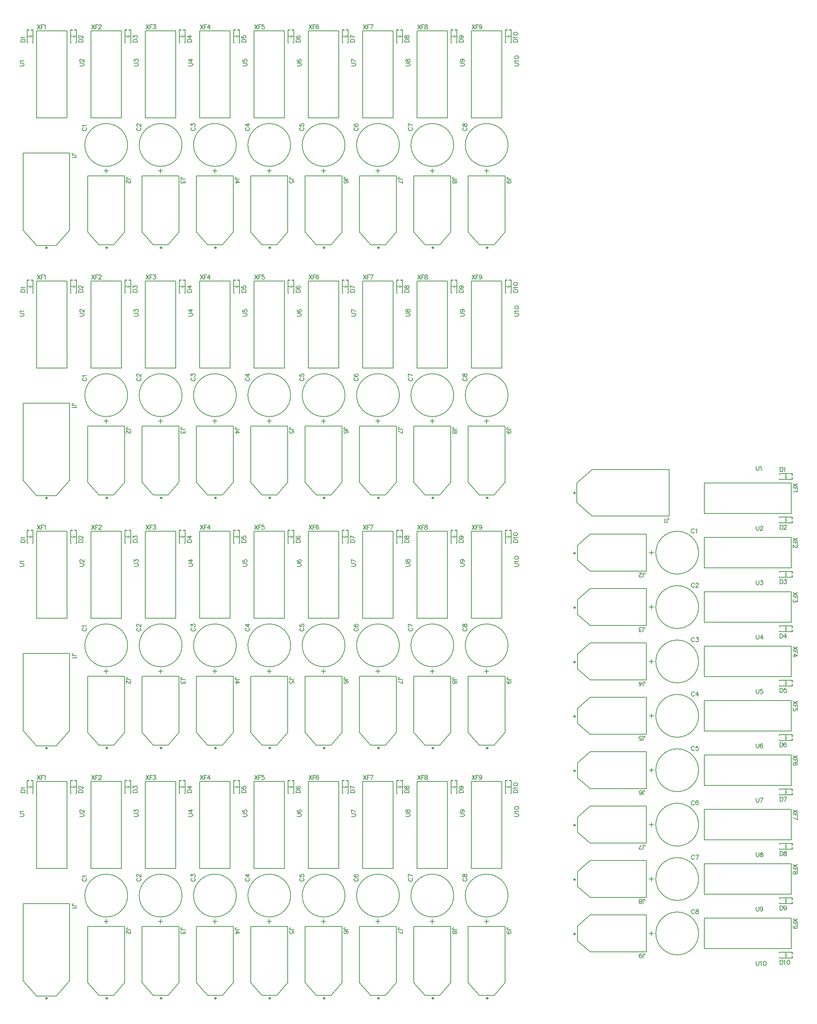
<source format=gto>
G04*
G04 #@! TF.GenerationSoftware,Altium Limited,Altium Designer,22.0.2 (36)*
G04*
G04 Layer_Color=65535*
%FSLAX44Y44*%
%MOMM*%
G71*
G04*
G04 #@! TF.SameCoordinates,A2EA2B81-71FB-41A7-B433-9E60F2C241B4*
G04*
G04*
G04 #@! TF.FilePolarity,Positive*
G04*
G01*
G75*
%ADD13C,0.1524*%
%ADD29C,0.3000*%
%ADD30C,0.2000*%
%ADD31C,0.1000*%
%ADD32C,0.1270*%
%ADD33C,0.1500*%
%ADD34C,0.1530*%
D13*
X1228187Y395650D02*
X1227219Y395166D01*
X1226252Y394198D01*
X1225768Y393231D01*
Y391296D01*
X1226252Y390329D01*
X1227219Y389361D01*
X1228187Y388878D01*
X1229638Y388394D01*
X1232056D01*
X1233508Y388878D01*
X1234475Y389361D01*
X1235442Y390329D01*
X1235926Y391296D01*
Y393231D01*
X1235442Y394198D01*
X1234475Y395166D01*
X1233508Y395650D01*
X1225768Y400922D02*
X1226252Y399471D01*
X1227219Y398987D01*
X1228187D01*
X1229154Y399471D01*
X1229638Y400438D01*
X1230122Y402373D01*
X1230605Y403824D01*
X1231573Y404792D01*
X1232540Y405275D01*
X1233991D01*
X1234959Y404792D01*
X1235442Y404308D01*
X1235926Y402857D01*
Y400922D01*
X1235442Y399471D01*
X1234959Y398987D01*
X1233991Y398503D01*
X1232540D01*
X1231573Y398987D01*
X1230605Y399955D01*
X1230122Y401406D01*
X1229638Y403340D01*
X1229154Y404308D01*
X1228187Y404792D01*
X1227219D01*
X1226252Y404308D01*
X1225768Y402857D01*
Y400922D01*
X1101187Y395650D02*
X1100219Y395166D01*
X1099252Y394198D01*
X1098768Y393231D01*
Y391296D01*
X1099252Y390329D01*
X1100219Y389361D01*
X1101187Y388878D01*
X1102638Y388394D01*
X1105056D01*
X1106507Y388878D01*
X1107475Y389361D01*
X1108442Y390329D01*
X1108926Y391296D01*
Y393231D01*
X1108442Y394198D01*
X1107475Y395166D01*
X1106507Y395650D01*
X1098768Y405275D02*
X1108926Y400438D01*
X1098768Y398503D02*
Y405275D01*
X974187Y395650D02*
X973219Y395166D01*
X972252Y394198D01*
X971768Y393231D01*
Y391296D01*
X972252Y390329D01*
X973219Y389361D01*
X974187Y388878D01*
X975638Y388394D01*
X978056D01*
X979508Y388878D01*
X980475Y389361D01*
X981442Y390329D01*
X981926Y391296D01*
Y393231D01*
X981442Y394198D01*
X980475Y395166D01*
X979508Y395650D01*
X973219Y404308D02*
X972252Y403824D01*
X971768Y402373D01*
Y401406D01*
X972252Y399955D01*
X973703Y398987D01*
X976122Y398503D01*
X978540D01*
X980475Y398987D01*
X981442Y399955D01*
X981926Y401406D01*
Y401889D01*
X981442Y403340D01*
X980475Y404308D01*
X979024Y404792D01*
X978540D01*
X977089Y404308D01*
X976122Y403340D01*
X975638Y401889D01*
Y401406D01*
X976122Y399955D01*
X977089Y398987D01*
X978540Y398503D01*
X847187Y395650D02*
X846219Y395166D01*
X845252Y394198D01*
X844768Y393231D01*
Y391296D01*
X845252Y390329D01*
X846219Y389361D01*
X847187Y388878D01*
X848638Y388394D01*
X851056D01*
X852507Y388878D01*
X853475Y389361D01*
X854442Y390329D01*
X854926Y391296D01*
Y393231D01*
X854442Y394198D01*
X853475Y395166D01*
X852507Y395650D01*
X844768Y404308D02*
Y399471D01*
X849121Y398987D01*
X848638Y399471D01*
X848154Y400922D01*
Y402373D01*
X848638Y403824D01*
X849605Y404792D01*
X851056Y405275D01*
X852024D01*
X853475Y404792D01*
X854442Y403824D01*
X854926Y402373D01*
Y400922D01*
X854442Y399471D01*
X853959Y398987D01*
X852991Y398503D01*
X720187Y395650D02*
X719219Y395166D01*
X718252Y394198D01*
X717768Y393231D01*
Y391296D01*
X718252Y390329D01*
X719219Y389361D01*
X720187Y388878D01*
X721638Y388394D01*
X724056D01*
X725508Y388878D01*
X726475Y389361D01*
X727442Y390329D01*
X727926Y391296D01*
Y393231D01*
X727442Y394198D01*
X726475Y395166D01*
X725508Y395650D01*
X717768Y403340D02*
X724540Y398503D01*
Y405759D01*
X717768Y403340D02*
X727926D01*
X593187Y395650D02*
X592219Y395166D01*
X591252Y394198D01*
X590768Y393231D01*
Y391296D01*
X591252Y390329D01*
X592219Y389361D01*
X593187Y388878D01*
X594638Y388394D01*
X597056D01*
X598507Y388878D01*
X599475Y389361D01*
X600442Y390329D01*
X600926Y391296D01*
Y393231D01*
X600442Y394198D01*
X599475Y395166D01*
X598507Y395650D01*
X590768Y399471D02*
Y404792D01*
X594638Y401889D01*
Y403340D01*
X595121Y404308D01*
X595605Y404792D01*
X597056Y405275D01*
X598024D01*
X599475Y404792D01*
X600442Y403824D01*
X600926Y402373D01*
Y400922D01*
X600442Y399471D01*
X599959Y398987D01*
X598991Y398503D01*
X466187Y395650D02*
X465219Y395166D01*
X464252Y394198D01*
X463768Y393231D01*
Y391296D01*
X464252Y390329D01*
X465219Y389361D01*
X466187Y388878D01*
X467638Y388394D01*
X470056D01*
X471507Y388878D01*
X472475Y389361D01*
X473442Y390329D01*
X473926Y391296D01*
Y393231D01*
X473442Y394198D01*
X472475Y395166D01*
X471507Y395650D01*
X466187Y398987D02*
X465703D01*
X464736Y399471D01*
X464252Y399955D01*
X463768Y400922D01*
Y402857D01*
X464252Y403824D01*
X464736Y404308D01*
X465703Y404792D01*
X466670D01*
X467638Y404308D01*
X469089Y403340D01*
X473926Y398503D01*
Y405275D01*
X339187Y395650D02*
X338219Y395166D01*
X337252Y394198D01*
X336768Y393231D01*
Y391296D01*
X337252Y390329D01*
X338219Y389361D01*
X339187Y388878D01*
X340638Y388394D01*
X343056D01*
X344507Y388878D01*
X345475Y389361D01*
X346442Y390329D01*
X346926Y391296D01*
Y393231D01*
X346442Y394198D01*
X345475Y395166D01*
X344507Y395650D01*
X338703Y398503D02*
X338219Y399471D01*
X336768Y400922D01*
X346926D01*
X1228187Y979850D02*
X1227219Y979366D01*
X1226252Y978399D01*
X1225768Y977431D01*
Y975496D01*
X1226252Y974529D01*
X1227219Y973561D01*
X1228187Y973078D01*
X1229638Y972594D01*
X1232056D01*
X1233508Y973078D01*
X1234475Y973561D01*
X1235442Y974529D01*
X1235926Y975496D01*
Y977431D01*
X1235442Y978399D01*
X1234475Y979366D01*
X1233508Y979850D01*
X1225768Y985122D02*
X1226252Y983671D01*
X1227219Y983187D01*
X1228187D01*
X1229154Y983671D01*
X1229638Y984638D01*
X1230122Y986573D01*
X1230605Y988024D01*
X1231573Y988992D01*
X1232540Y989475D01*
X1233991D01*
X1234959Y988992D01*
X1235442Y988508D01*
X1235926Y987057D01*
Y985122D01*
X1235442Y983671D01*
X1234959Y983187D01*
X1233991Y982703D01*
X1232540D01*
X1231573Y983187D01*
X1230605Y984155D01*
X1230122Y985606D01*
X1229638Y987541D01*
X1229154Y988508D01*
X1228187Y988992D01*
X1227219D01*
X1226252Y988508D01*
X1225768Y987057D01*
Y985122D01*
X1101187Y979850D02*
X1100219Y979366D01*
X1099252Y978399D01*
X1098768Y977431D01*
Y975496D01*
X1099252Y974529D01*
X1100219Y973561D01*
X1101187Y973078D01*
X1102638Y972594D01*
X1105056D01*
X1106507Y973078D01*
X1107475Y973561D01*
X1108442Y974529D01*
X1108926Y975496D01*
Y977431D01*
X1108442Y978399D01*
X1107475Y979366D01*
X1106507Y979850D01*
X1098768Y989475D02*
X1108926Y984638D01*
X1098768Y982703D02*
Y989475D01*
X974187Y979850D02*
X973219Y979366D01*
X972252Y978399D01*
X971768Y977431D01*
Y975496D01*
X972252Y974529D01*
X973219Y973561D01*
X974187Y973078D01*
X975638Y972594D01*
X978056D01*
X979508Y973078D01*
X980475Y973561D01*
X981442Y974529D01*
X981926Y975496D01*
Y977431D01*
X981442Y978399D01*
X980475Y979366D01*
X979508Y979850D01*
X973219Y988508D02*
X972252Y988024D01*
X971768Y986573D01*
Y985606D01*
X972252Y984155D01*
X973703Y983187D01*
X976122Y982703D01*
X978540D01*
X980475Y983187D01*
X981442Y984155D01*
X981926Y985606D01*
Y986089D01*
X981442Y987541D01*
X980475Y988508D01*
X979024Y988992D01*
X978540D01*
X977089Y988508D01*
X976122Y987541D01*
X975638Y986089D01*
Y985606D01*
X976122Y984155D01*
X977089Y983187D01*
X978540Y982703D01*
X847187Y979850D02*
X846219Y979366D01*
X845252Y978399D01*
X844768Y977431D01*
Y975496D01*
X845252Y974529D01*
X846219Y973561D01*
X847187Y973078D01*
X848638Y972594D01*
X851056D01*
X852507Y973078D01*
X853475Y973561D01*
X854442Y974529D01*
X854926Y975496D01*
Y977431D01*
X854442Y978399D01*
X853475Y979366D01*
X852507Y979850D01*
X844768Y988508D02*
Y983671D01*
X849121Y983187D01*
X848638Y983671D01*
X848154Y985122D01*
Y986573D01*
X848638Y988024D01*
X849605Y988992D01*
X851056Y989475D01*
X852024D01*
X853475Y988992D01*
X854442Y988024D01*
X854926Y986573D01*
Y985122D01*
X854442Y983671D01*
X853959Y983187D01*
X852991Y982703D01*
X720187Y979850D02*
X719219Y979366D01*
X718252Y978399D01*
X717768Y977431D01*
Y975496D01*
X718252Y974529D01*
X719219Y973561D01*
X720187Y973078D01*
X721638Y972594D01*
X724056D01*
X725508Y973078D01*
X726475Y973561D01*
X727442Y974529D01*
X727926Y975496D01*
Y977431D01*
X727442Y978399D01*
X726475Y979366D01*
X725508Y979850D01*
X717768Y987541D02*
X724540Y982703D01*
Y989959D01*
X717768Y987541D02*
X727926D01*
X593187Y979850D02*
X592219Y979366D01*
X591252Y978399D01*
X590768Y977431D01*
Y975496D01*
X591252Y974529D01*
X592219Y973561D01*
X593187Y973078D01*
X594638Y972594D01*
X597056D01*
X598507Y973078D01*
X599475Y973561D01*
X600442Y974529D01*
X600926Y975496D01*
Y977431D01*
X600442Y978399D01*
X599475Y979366D01*
X598507Y979850D01*
X590768Y983671D02*
Y988992D01*
X594638Y986089D01*
Y987541D01*
X595121Y988508D01*
X595605Y988992D01*
X597056Y989475D01*
X598024D01*
X599475Y988992D01*
X600442Y988024D01*
X600926Y986573D01*
Y985122D01*
X600442Y983671D01*
X599959Y983187D01*
X598991Y982703D01*
X466187Y979850D02*
X465219Y979366D01*
X464252Y978399D01*
X463768Y977431D01*
Y975496D01*
X464252Y974529D01*
X465219Y973561D01*
X466187Y973078D01*
X467638Y972594D01*
X470056D01*
X471507Y973078D01*
X472475Y973561D01*
X473442Y974529D01*
X473926Y975496D01*
Y977431D01*
X473442Y978399D01*
X472475Y979366D01*
X471507Y979850D01*
X466187Y983187D02*
X465703D01*
X464736Y983671D01*
X464252Y984155D01*
X463768Y985122D01*
Y987057D01*
X464252Y988024D01*
X464736Y988508D01*
X465703Y988992D01*
X466670D01*
X467638Y988508D01*
X469089Y987541D01*
X473926Y982703D01*
Y989475D01*
X339187Y979850D02*
X338219Y979366D01*
X337252Y978399D01*
X336768Y977431D01*
Y975496D01*
X337252Y974529D01*
X338219Y973561D01*
X339187Y973078D01*
X340638Y972594D01*
X343056D01*
X344507Y973078D01*
X345475Y973561D01*
X346442Y974529D01*
X346926Y975496D01*
Y977431D01*
X346442Y978399D01*
X345475Y979366D01*
X344507Y979850D01*
X338703Y982703D02*
X338219Y983671D01*
X336768Y985122D01*
X346926D01*
X1228187Y1564050D02*
X1227219Y1563566D01*
X1226252Y1562599D01*
X1225768Y1561631D01*
Y1559696D01*
X1226252Y1558729D01*
X1227219Y1557761D01*
X1228187Y1557278D01*
X1229638Y1556794D01*
X1232056D01*
X1233508Y1557278D01*
X1234475Y1557761D01*
X1235442Y1558729D01*
X1235926Y1559696D01*
Y1561631D01*
X1235442Y1562599D01*
X1234475Y1563566D01*
X1233508Y1564050D01*
X1225768Y1569322D02*
X1226252Y1567871D01*
X1227219Y1567387D01*
X1228187D01*
X1229154Y1567871D01*
X1229638Y1568838D01*
X1230122Y1570773D01*
X1230605Y1572224D01*
X1231573Y1573192D01*
X1232540Y1573675D01*
X1233991D01*
X1234959Y1573192D01*
X1235442Y1572708D01*
X1235926Y1571257D01*
Y1569322D01*
X1235442Y1567871D01*
X1234959Y1567387D01*
X1233991Y1566904D01*
X1232540D01*
X1231573Y1567387D01*
X1230605Y1568355D01*
X1230122Y1569806D01*
X1229638Y1571741D01*
X1229154Y1572708D01*
X1228187Y1573192D01*
X1227219D01*
X1226252Y1572708D01*
X1225768Y1571257D01*
Y1569322D01*
X1101187Y1564050D02*
X1100219Y1563566D01*
X1099252Y1562599D01*
X1098768Y1561631D01*
Y1559696D01*
X1099252Y1558729D01*
X1100219Y1557761D01*
X1101187Y1557278D01*
X1102638Y1556794D01*
X1105056D01*
X1106507Y1557278D01*
X1107475Y1557761D01*
X1108442Y1558729D01*
X1108926Y1559696D01*
Y1561631D01*
X1108442Y1562599D01*
X1107475Y1563566D01*
X1106507Y1564050D01*
X1098768Y1573675D02*
X1108926Y1568838D01*
X1098768Y1566904D02*
Y1573675D01*
X974187Y1564050D02*
X973219Y1563566D01*
X972252Y1562599D01*
X971768Y1561631D01*
Y1559696D01*
X972252Y1558729D01*
X973219Y1557761D01*
X974187Y1557278D01*
X975638Y1556794D01*
X978056D01*
X979508Y1557278D01*
X980475Y1557761D01*
X981442Y1558729D01*
X981926Y1559696D01*
Y1561631D01*
X981442Y1562599D01*
X980475Y1563566D01*
X979508Y1564050D01*
X973219Y1572708D02*
X972252Y1572224D01*
X971768Y1570773D01*
Y1569806D01*
X972252Y1568355D01*
X973703Y1567387D01*
X976122Y1566904D01*
X978540D01*
X980475Y1567387D01*
X981442Y1568355D01*
X981926Y1569806D01*
Y1570289D01*
X981442Y1571741D01*
X980475Y1572708D01*
X979024Y1573192D01*
X978540D01*
X977089Y1572708D01*
X976122Y1571741D01*
X975638Y1570289D01*
Y1569806D01*
X976122Y1568355D01*
X977089Y1567387D01*
X978540Y1566904D01*
X847187Y1564050D02*
X846219Y1563566D01*
X845252Y1562599D01*
X844768Y1561631D01*
Y1559696D01*
X845252Y1558729D01*
X846219Y1557761D01*
X847187Y1557278D01*
X848638Y1556794D01*
X851056D01*
X852507Y1557278D01*
X853475Y1557761D01*
X854442Y1558729D01*
X854926Y1559696D01*
Y1561631D01*
X854442Y1562599D01*
X853475Y1563566D01*
X852507Y1564050D01*
X844768Y1572708D02*
Y1567871D01*
X849121Y1567387D01*
X848638Y1567871D01*
X848154Y1569322D01*
Y1570773D01*
X848638Y1572224D01*
X849605Y1573192D01*
X851056Y1573675D01*
X852024D01*
X853475Y1573192D01*
X854442Y1572224D01*
X854926Y1570773D01*
Y1569322D01*
X854442Y1567871D01*
X853959Y1567387D01*
X852991Y1566904D01*
X720187Y1564050D02*
X719219Y1563566D01*
X718252Y1562599D01*
X717768Y1561631D01*
Y1559696D01*
X718252Y1558729D01*
X719219Y1557761D01*
X720187Y1557278D01*
X721638Y1556794D01*
X724056D01*
X725508Y1557278D01*
X726475Y1557761D01*
X727442Y1558729D01*
X727926Y1559696D01*
Y1561631D01*
X727442Y1562599D01*
X726475Y1563566D01*
X725508Y1564050D01*
X717768Y1571741D02*
X724540Y1566904D01*
Y1574159D01*
X717768Y1571741D02*
X727926D01*
X593187Y1564050D02*
X592219Y1563566D01*
X591252Y1562599D01*
X590768Y1561631D01*
Y1559696D01*
X591252Y1558729D01*
X592219Y1557761D01*
X593187Y1557278D01*
X594638Y1556794D01*
X597056D01*
X598507Y1557278D01*
X599475Y1557761D01*
X600442Y1558729D01*
X600926Y1559696D01*
Y1561631D01*
X600442Y1562599D01*
X599475Y1563566D01*
X598507Y1564050D01*
X590768Y1567871D02*
Y1573192D01*
X594638Y1570289D01*
Y1571741D01*
X595121Y1572708D01*
X595605Y1573192D01*
X597056Y1573675D01*
X598024D01*
X599475Y1573192D01*
X600442Y1572224D01*
X600926Y1570773D01*
Y1569322D01*
X600442Y1567871D01*
X599959Y1567387D01*
X598991Y1566904D01*
X466187Y1564050D02*
X465219Y1563566D01*
X464252Y1562599D01*
X463768Y1561631D01*
Y1559696D01*
X464252Y1558729D01*
X465219Y1557761D01*
X466187Y1557278D01*
X467638Y1556794D01*
X470056D01*
X471507Y1557278D01*
X472475Y1557761D01*
X473442Y1558729D01*
X473926Y1559696D01*
Y1561631D01*
X473442Y1562599D01*
X472475Y1563566D01*
X471507Y1564050D01*
X466187Y1567387D02*
X465703D01*
X464736Y1567871D01*
X464252Y1568355D01*
X463768Y1569322D01*
Y1571257D01*
X464252Y1572224D01*
X464736Y1572708D01*
X465703Y1573192D01*
X466670D01*
X467638Y1572708D01*
X469089Y1571741D01*
X473926Y1566904D01*
Y1573675D01*
X339187Y1564050D02*
X338219Y1563566D01*
X337252Y1562599D01*
X336768Y1561631D01*
Y1559696D01*
X337252Y1558729D01*
X338219Y1557761D01*
X339187Y1557278D01*
X340638Y1556794D01*
X343056D01*
X344507Y1557278D01*
X345475Y1557761D01*
X346442Y1558729D01*
X346926Y1559696D01*
Y1561631D01*
X346442Y1562599D01*
X345475Y1563566D01*
X344507Y1564050D01*
X338703Y1566904D02*
X338219Y1567871D01*
X336768Y1569322D01*
X346926D01*
X1228187Y2148250D02*
X1227219Y2147766D01*
X1226252Y2146799D01*
X1225768Y2145831D01*
Y2143896D01*
X1226252Y2142929D01*
X1227219Y2141961D01*
X1228187Y2141478D01*
X1229638Y2140994D01*
X1232056D01*
X1233508Y2141478D01*
X1234475Y2141961D01*
X1235442Y2142929D01*
X1235926Y2143896D01*
Y2145831D01*
X1235442Y2146799D01*
X1234475Y2147766D01*
X1233508Y2148250D01*
X1225768Y2153522D02*
X1226252Y2152071D01*
X1227219Y2151587D01*
X1228187D01*
X1229154Y2152071D01*
X1229638Y2153038D01*
X1230122Y2154973D01*
X1230605Y2156424D01*
X1231573Y2157392D01*
X1232540Y2157875D01*
X1233991D01*
X1234959Y2157392D01*
X1235442Y2156908D01*
X1235926Y2155457D01*
Y2153522D01*
X1235442Y2152071D01*
X1234959Y2151587D01*
X1233991Y2151104D01*
X1232540D01*
X1231573Y2151587D01*
X1230605Y2152555D01*
X1230122Y2154006D01*
X1229638Y2155941D01*
X1229154Y2156908D01*
X1228187Y2157392D01*
X1227219D01*
X1226252Y2156908D01*
X1225768Y2155457D01*
Y2153522D01*
X1101187Y2148250D02*
X1100219Y2147766D01*
X1099252Y2146799D01*
X1098768Y2145831D01*
Y2143896D01*
X1099252Y2142929D01*
X1100219Y2141961D01*
X1101187Y2141478D01*
X1102638Y2140994D01*
X1105056D01*
X1106507Y2141478D01*
X1107475Y2141961D01*
X1108442Y2142929D01*
X1108926Y2143896D01*
Y2145831D01*
X1108442Y2146799D01*
X1107475Y2147766D01*
X1106507Y2148250D01*
X1098768Y2157875D02*
X1108926Y2153038D01*
X1098768Y2151104D02*
Y2157875D01*
X974187Y2148250D02*
X973219Y2147766D01*
X972252Y2146799D01*
X971768Y2145831D01*
Y2143896D01*
X972252Y2142929D01*
X973219Y2141961D01*
X974187Y2141478D01*
X975638Y2140994D01*
X978056D01*
X979508Y2141478D01*
X980475Y2141961D01*
X981442Y2142929D01*
X981926Y2143896D01*
Y2145831D01*
X981442Y2146799D01*
X980475Y2147766D01*
X979508Y2148250D01*
X973219Y2156908D02*
X972252Y2156424D01*
X971768Y2154973D01*
Y2154006D01*
X972252Y2152555D01*
X973703Y2151587D01*
X976122Y2151104D01*
X978540D01*
X980475Y2151587D01*
X981442Y2152555D01*
X981926Y2154006D01*
Y2154489D01*
X981442Y2155941D01*
X980475Y2156908D01*
X979024Y2157392D01*
X978540D01*
X977089Y2156908D01*
X976122Y2155941D01*
X975638Y2154489D01*
Y2154006D01*
X976122Y2152555D01*
X977089Y2151587D01*
X978540Y2151104D01*
X847187Y2148250D02*
X846219Y2147766D01*
X845252Y2146799D01*
X844768Y2145831D01*
Y2143896D01*
X845252Y2142929D01*
X846219Y2141961D01*
X847187Y2141478D01*
X848638Y2140994D01*
X851056D01*
X852507Y2141478D01*
X853475Y2141961D01*
X854442Y2142929D01*
X854926Y2143896D01*
Y2145831D01*
X854442Y2146799D01*
X853475Y2147766D01*
X852507Y2148250D01*
X844768Y2156908D02*
Y2152071D01*
X849121Y2151587D01*
X848638Y2152071D01*
X848154Y2153522D01*
Y2154973D01*
X848638Y2156424D01*
X849605Y2157392D01*
X851056Y2157875D01*
X852024D01*
X853475Y2157392D01*
X854442Y2156424D01*
X854926Y2154973D01*
Y2153522D01*
X854442Y2152071D01*
X853959Y2151587D01*
X852991Y2151104D01*
X720187Y2148250D02*
X719219Y2147766D01*
X718252Y2146799D01*
X717768Y2145831D01*
Y2143896D01*
X718252Y2142929D01*
X719219Y2141961D01*
X720187Y2141478D01*
X721638Y2140994D01*
X724056D01*
X725508Y2141478D01*
X726475Y2141961D01*
X727442Y2142929D01*
X727926Y2143896D01*
Y2145831D01*
X727442Y2146799D01*
X726475Y2147766D01*
X725508Y2148250D01*
X717768Y2155941D02*
X724540Y2151104D01*
Y2158359D01*
X717768Y2155941D02*
X727926D01*
X593187Y2148250D02*
X592219Y2147766D01*
X591252Y2146799D01*
X590768Y2145831D01*
Y2143896D01*
X591252Y2142929D01*
X592219Y2141961D01*
X593187Y2141478D01*
X594638Y2140994D01*
X597056D01*
X598507Y2141478D01*
X599475Y2141961D01*
X600442Y2142929D01*
X600926Y2143896D01*
Y2145831D01*
X600442Y2146799D01*
X599475Y2147766D01*
X598507Y2148250D01*
X590768Y2152071D02*
Y2157392D01*
X594638Y2154489D01*
Y2155941D01*
X595121Y2156908D01*
X595605Y2157392D01*
X597056Y2157875D01*
X598024D01*
X599475Y2157392D01*
X600442Y2156424D01*
X600926Y2154973D01*
Y2153522D01*
X600442Y2152071D01*
X599959Y2151587D01*
X598991Y2151104D01*
X466187Y2148250D02*
X465219Y2147766D01*
X464252Y2146799D01*
X463768Y2145831D01*
Y2143896D01*
X464252Y2142929D01*
X465219Y2141961D01*
X466187Y2141478D01*
X467638Y2140994D01*
X470056D01*
X471507Y2141478D01*
X472475Y2141961D01*
X473442Y2142929D01*
X473926Y2143896D01*
Y2145831D01*
X473442Y2146799D01*
X472475Y2147766D01*
X471507Y2148250D01*
X466187Y2151587D02*
X465703D01*
X464736Y2152071D01*
X464252Y2152555D01*
X463768Y2153522D01*
Y2155457D01*
X464252Y2156424D01*
X464736Y2156908D01*
X465703Y2157392D01*
X466670D01*
X467638Y2156908D01*
X469089Y2155941D01*
X473926Y2151104D01*
Y2157875D01*
X339187Y2148250D02*
X338219Y2147766D01*
X337252Y2146799D01*
X336768Y2145831D01*
Y2143896D01*
X337252Y2142929D01*
X338219Y2141961D01*
X339187Y2141478D01*
X340638Y2140994D01*
X343056D01*
X344507Y2141478D01*
X345475Y2141961D01*
X346442Y2142929D01*
X346926Y2143896D01*
Y2145831D01*
X346442Y2146799D01*
X345475Y2147766D01*
X344507Y2148250D01*
X338703Y2151104D02*
X338219Y2152071D01*
X336768Y2153522D01*
X346926D01*
X1767730Y320413D02*
X1767246Y321381D01*
X1766279Y322348D01*
X1765311Y322832D01*
X1763376D01*
X1762409Y322348D01*
X1761441Y321381D01*
X1760958Y320413D01*
X1760474Y318962D01*
Y316544D01*
X1760958Y315093D01*
X1761441Y314125D01*
X1762409Y313158D01*
X1763376Y312674D01*
X1765311D01*
X1766279Y313158D01*
X1767246Y314125D01*
X1767730Y315093D01*
X1773002Y322832D02*
X1771551Y322348D01*
X1771067Y321381D01*
Y320413D01*
X1771551Y319446D01*
X1772518Y318962D01*
X1774453Y318479D01*
X1775904Y317995D01*
X1776872Y317027D01*
X1777355Y316060D01*
Y314609D01*
X1776872Y313641D01*
X1776388Y313158D01*
X1774937Y312674D01*
X1773002D01*
X1771551Y313158D01*
X1771067Y313641D01*
X1770583Y314609D01*
Y316060D01*
X1771067Y317027D01*
X1772035Y317995D01*
X1773486Y318479D01*
X1775421Y318962D01*
X1776388Y319446D01*
X1776872Y320413D01*
Y321381D01*
X1776388Y322348D01*
X1774937Y322832D01*
X1773002D01*
X1767730Y447413D02*
X1767246Y448381D01*
X1766279Y449348D01*
X1765311Y449832D01*
X1763376D01*
X1762409Y449348D01*
X1761441Y448381D01*
X1760958Y447413D01*
X1760474Y445962D01*
Y443544D01*
X1760958Y442093D01*
X1761441Y441125D01*
X1762409Y440158D01*
X1763376Y439674D01*
X1765311D01*
X1766279Y440158D01*
X1767246Y441125D01*
X1767730Y442093D01*
X1777355Y449832D02*
X1772518Y439674D01*
X1770583Y449832D02*
X1777355D01*
X1767730Y574413D02*
X1767246Y575381D01*
X1766279Y576348D01*
X1765311Y576832D01*
X1763376D01*
X1762409Y576348D01*
X1761441Y575381D01*
X1760958Y574413D01*
X1760474Y572962D01*
Y570544D01*
X1760958Y569092D01*
X1761441Y568125D01*
X1762409Y567158D01*
X1763376Y566674D01*
X1765311D01*
X1766279Y567158D01*
X1767246Y568125D01*
X1767730Y569092D01*
X1776388Y575381D02*
X1775904Y576348D01*
X1774453Y576832D01*
X1773486D01*
X1772035Y576348D01*
X1771067Y574897D01*
X1770583Y572478D01*
Y570060D01*
X1771067Y568125D01*
X1772035Y567158D01*
X1773486Y566674D01*
X1773969D01*
X1775421Y567158D01*
X1776388Y568125D01*
X1776872Y569576D01*
Y570060D01*
X1776388Y571511D01*
X1775421Y572478D01*
X1773969Y572962D01*
X1773486D01*
X1772035Y572478D01*
X1771067Y571511D01*
X1770583Y570060D01*
X1767730Y701413D02*
X1767246Y702381D01*
X1766279Y703348D01*
X1765311Y703832D01*
X1763376D01*
X1762409Y703348D01*
X1761441Y702381D01*
X1760958Y701413D01*
X1760474Y699962D01*
Y697544D01*
X1760958Y696093D01*
X1761441Y695125D01*
X1762409Y694158D01*
X1763376Y693674D01*
X1765311D01*
X1766279Y694158D01*
X1767246Y695125D01*
X1767730Y696093D01*
X1776388Y703832D02*
X1771551D01*
X1771067Y699479D01*
X1771551Y699962D01*
X1773002Y700446D01*
X1774453D01*
X1775904Y699962D01*
X1776872Y698995D01*
X1777355Y697544D01*
Y696576D01*
X1776872Y695125D01*
X1775904Y694158D01*
X1774453Y693674D01*
X1773002D01*
X1771551Y694158D01*
X1771067Y694641D01*
X1770583Y695609D01*
X1767730Y828413D02*
X1767246Y829381D01*
X1766279Y830348D01*
X1765311Y830832D01*
X1763376D01*
X1762409Y830348D01*
X1761441Y829381D01*
X1760958Y828413D01*
X1760474Y826962D01*
Y824544D01*
X1760958Y823092D01*
X1761441Y822125D01*
X1762409Y821158D01*
X1763376Y820674D01*
X1765311D01*
X1766279Y821158D01*
X1767246Y822125D01*
X1767730Y823092D01*
X1775421Y830832D02*
X1770583Y824060D01*
X1777839D01*
X1775421Y830832D02*
Y820674D01*
X1767730Y955413D02*
X1767246Y956381D01*
X1766279Y957348D01*
X1765311Y957832D01*
X1763376D01*
X1762409Y957348D01*
X1761441Y956381D01*
X1760958Y955413D01*
X1760474Y953962D01*
Y951544D01*
X1760958Y950092D01*
X1761441Y949125D01*
X1762409Y948158D01*
X1763376Y947674D01*
X1765311D01*
X1766279Y948158D01*
X1767246Y949125D01*
X1767730Y950092D01*
X1771551Y957832D02*
X1776872D01*
X1773969Y953962D01*
X1775421D01*
X1776388Y953478D01*
X1776872Y952995D01*
X1777355Y951544D01*
Y950576D01*
X1776872Y949125D01*
X1775904Y948158D01*
X1774453Y947674D01*
X1773002D01*
X1771551Y948158D01*
X1771067Y948641D01*
X1770583Y949609D01*
X1767730Y1082413D02*
X1767246Y1083381D01*
X1766279Y1084348D01*
X1765311Y1084832D01*
X1763376D01*
X1762409Y1084348D01*
X1761441Y1083381D01*
X1760958Y1082413D01*
X1760474Y1080962D01*
Y1078544D01*
X1760958Y1077093D01*
X1761441Y1076125D01*
X1762409Y1075158D01*
X1763376Y1074674D01*
X1765311D01*
X1766279Y1075158D01*
X1767246Y1076125D01*
X1767730Y1077093D01*
X1771067Y1082413D02*
Y1082897D01*
X1771551Y1083864D01*
X1772035Y1084348D01*
X1773002Y1084832D01*
X1774937D01*
X1775904Y1084348D01*
X1776388Y1083864D01*
X1776872Y1082897D01*
Y1081930D01*
X1776388Y1080962D01*
X1775421Y1079511D01*
X1770583Y1074674D01*
X1777355D01*
X1767730Y1209413D02*
X1767246Y1210381D01*
X1766279Y1211348D01*
X1765311Y1211832D01*
X1763376D01*
X1762409Y1211348D01*
X1761441Y1210381D01*
X1760958Y1209413D01*
X1760474Y1207962D01*
Y1205544D01*
X1760958Y1204092D01*
X1761441Y1203125D01*
X1762409Y1202158D01*
X1763376Y1201674D01*
X1765311D01*
X1766279Y1202158D01*
X1767246Y1203125D01*
X1767730Y1204092D01*
X1770583Y1209897D02*
X1771551Y1210381D01*
X1773002Y1211832D01*
Y1201674D01*
D29*
X395670Y115344D02*
G03*
X395670Y115344I-1500J0D01*
G01*
X522670D02*
G03*
X522670Y115344I-1500J0D01*
G01*
X776670D02*
G03*
X776670Y115344I-1500J0D01*
G01*
X1030670D02*
G03*
X1030670Y115344I-1500J0D01*
G01*
X1284670D02*
G03*
X1284670Y115344I-1500J0D01*
G01*
X903670D02*
G03*
X903670Y115344I-1500J0D01*
G01*
X1157670D02*
G03*
X1157670Y115344I-1500J0D01*
G01*
X649670D02*
G03*
X649670Y115344I-1500J0D01*
G01*
X254700Y115120D02*
G03*
X254700Y115120I-1500J0D01*
G01*
X395670Y699544D02*
G03*
X395670Y699544I-1500J0D01*
G01*
X522670D02*
G03*
X522670Y699544I-1500J0D01*
G01*
X776670D02*
G03*
X776670Y699544I-1500J0D01*
G01*
X1030670D02*
G03*
X1030670Y699544I-1500J0D01*
G01*
X1284670D02*
G03*
X1284670Y699544I-1500J0D01*
G01*
X903670D02*
G03*
X903670Y699544I-1500J0D01*
G01*
X1157670D02*
G03*
X1157670Y699544I-1500J0D01*
G01*
X649670D02*
G03*
X649670Y699544I-1500J0D01*
G01*
X254700Y699320D02*
G03*
X254700Y699320I-1500J0D01*
G01*
X395670Y1283744D02*
G03*
X395670Y1283744I-1500J0D01*
G01*
X522670D02*
G03*
X522670Y1283744I-1500J0D01*
G01*
X776670D02*
G03*
X776670Y1283744I-1500J0D01*
G01*
X1030670D02*
G03*
X1030670Y1283744I-1500J0D01*
G01*
X1284670D02*
G03*
X1284670Y1283744I-1500J0D01*
G01*
X903670D02*
G03*
X903670Y1283744I-1500J0D01*
G01*
X1157670D02*
G03*
X1157670Y1283744I-1500J0D01*
G01*
X649670D02*
G03*
X649670Y1283744I-1500J0D01*
G01*
X254700Y1283520D02*
G03*
X254700Y1283520I-1500J0D01*
G01*
X395670Y1867944D02*
G03*
X395670Y1867944I-1500J0D01*
G01*
X522670D02*
G03*
X522670Y1867944I-1500J0D01*
G01*
X776670D02*
G03*
X776670Y1867944I-1500J0D01*
G01*
X1030670D02*
G03*
X1030670Y1867944I-1500J0D01*
G01*
X1284670D02*
G03*
X1284670Y1867944I-1500J0D01*
G01*
X903670D02*
G03*
X903670Y1867944I-1500J0D01*
G01*
X1157670D02*
G03*
X1157670Y1867944I-1500J0D01*
G01*
X649670D02*
G03*
X649670Y1867944I-1500J0D01*
G01*
X254700Y1867720D02*
G03*
X254700Y1867720I-1500J0D01*
G01*
X1487424Y1152930D02*
G03*
X1487424Y1152930I0J1500D01*
G01*
Y1025930D02*
G03*
X1487424Y1025930I0J1500D01*
G01*
Y771930D02*
G03*
X1487424Y771930I0J1500D01*
G01*
Y517930D02*
G03*
X1487424Y517930I0J1500D01*
G01*
Y263930D02*
G03*
X1487424Y263930I0J1500D01*
G01*
Y644930D02*
G03*
X1487424Y644930I0J1500D01*
G01*
Y390930D02*
G03*
X1487424Y390930I0J1500D01*
G01*
Y898930D02*
G03*
X1487424Y898930I0J1500D01*
G01*
X1487200Y1293900D02*
G03*
X1487200Y1293900I0J1500D01*
G01*
D30*
X1331900Y355120D02*
G03*
X1331900Y355120I-50000J0D01*
G01*
X1204900D02*
G03*
X1204900Y355120I-50000J0D01*
G01*
X1077900D02*
G03*
X1077900Y355120I-50000J0D01*
G01*
X950900D02*
G03*
X950900Y355120I-50000J0D01*
G01*
X823900D02*
G03*
X823900Y355120I-50000J0D01*
G01*
X696900D02*
G03*
X696900Y355120I-50000J0D01*
G01*
X569900D02*
G03*
X569900Y355120I-50000J0D01*
G01*
X442900D02*
G03*
X442900Y355120I-50000J0D01*
G01*
X1276820Y295120D02*
X1286980D01*
X1281900Y290040D02*
Y300200D01*
X1149820Y295120D02*
X1159980D01*
X1154900Y290040D02*
Y300200D01*
X1022820Y295120D02*
X1032980D01*
X1027900Y290040D02*
Y300200D01*
X895820Y295120D02*
X905980D01*
X900900Y290040D02*
Y300200D01*
X768820Y295120D02*
X778980D01*
X773900Y290040D02*
Y300200D01*
X641820Y295120D02*
X651980D01*
X646900Y290040D02*
Y300200D01*
X514820Y295120D02*
X524980D01*
X519900Y290040D02*
Y300200D01*
X387820Y295120D02*
X397980D01*
X392900Y290040D02*
Y300200D01*
X1331900Y939320D02*
G03*
X1331900Y939320I-50000J0D01*
G01*
X1204900D02*
G03*
X1204900Y939320I-50000J0D01*
G01*
X1077900D02*
G03*
X1077900Y939320I-50000J0D01*
G01*
X950900D02*
G03*
X950900Y939320I-50000J0D01*
G01*
X823900D02*
G03*
X823900Y939320I-50000J0D01*
G01*
X696900D02*
G03*
X696900Y939320I-50000J0D01*
G01*
X569900D02*
G03*
X569900Y939320I-50000J0D01*
G01*
X442900D02*
G03*
X442900Y939320I-50000J0D01*
G01*
X1276820Y879320D02*
X1286980D01*
X1281900Y874240D02*
Y884400D01*
X1149820Y879320D02*
X1159980D01*
X1154900Y874240D02*
Y884400D01*
X1022820Y879320D02*
X1032980D01*
X1027900Y874240D02*
Y884400D01*
X895820Y879320D02*
X905980D01*
X900900Y874240D02*
Y884400D01*
X768820Y879320D02*
X778980D01*
X773900Y874240D02*
Y884400D01*
X641820Y879320D02*
X651980D01*
X646900Y874240D02*
Y884400D01*
X514820Y879320D02*
X524980D01*
X519900Y874240D02*
Y884400D01*
X387820Y879320D02*
X397980D01*
X392900Y874240D02*
Y884400D01*
X1331900Y1523520D02*
G03*
X1331900Y1523520I-50000J0D01*
G01*
X1204900D02*
G03*
X1204900Y1523520I-50000J0D01*
G01*
X1077900D02*
G03*
X1077900Y1523520I-50000J0D01*
G01*
X950900D02*
G03*
X950900Y1523520I-50000J0D01*
G01*
X823900D02*
G03*
X823900Y1523520I-50000J0D01*
G01*
X696900D02*
G03*
X696900Y1523520I-50000J0D01*
G01*
X569900D02*
G03*
X569900Y1523520I-50000J0D01*
G01*
X442900D02*
G03*
X442900Y1523520I-50000J0D01*
G01*
X1276820Y1463520D02*
X1286980D01*
X1281900Y1458440D02*
Y1468600D01*
X1149820Y1463520D02*
X1159980D01*
X1154900Y1458440D02*
Y1468600D01*
X1022820Y1463520D02*
X1032980D01*
X1027900Y1458440D02*
Y1468600D01*
X895820Y1463520D02*
X905980D01*
X900900Y1458440D02*
Y1468600D01*
X768820Y1463520D02*
X778980D01*
X773900Y1458440D02*
Y1468600D01*
X641820Y1463520D02*
X651980D01*
X646900Y1458440D02*
Y1468600D01*
X514820Y1463520D02*
X524980D01*
X519900Y1458440D02*
Y1468600D01*
X387820Y1463520D02*
X397980D01*
X392900Y1458440D02*
Y1468600D01*
X1331900Y2107720D02*
G03*
X1331900Y2107720I-50000J0D01*
G01*
X1204900D02*
G03*
X1204900Y2107720I-50000J0D01*
G01*
X1077900D02*
G03*
X1077900Y2107720I-50000J0D01*
G01*
X950900D02*
G03*
X950900Y2107720I-50000J0D01*
G01*
X823900D02*
G03*
X823900Y2107720I-50000J0D01*
G01*
X696900D02*
G03*
X696900Y2107720I-50000J0D01*
G01*
X569900D02*
G03*
X569900Y2107720I-50000J0D01*
G01*
X442900D02*
G03*
X442900Y2107720I-50000J0D01*
G01*
X1276820Y2047720D02*
X1286980D01*
X1281900Y2042640D02*
Y2052800D01*
X1149820Y2047720D02*
X1159980D01*
X1154900Y2042640D02*
Y2052800D01*
X1022820Y2047720D02*
X1032980D01*
X1027900Y2042640D02*
Y2052800D01*
X895820Y2047720D02*
X905980D01*
X900900Y2042640D02*
Y2052800D01*
X768820Y2047720D02*
X778980D01*
X773900Y2042640D02*
Y2052800D01*
X641820Y2047720D02*
X651980D01*
X646900Y2042640D02*
Y2052800D01*
X514820Y2047720D02*
X524980D01*
X519900Y2042640D02*
Y2052800D01*
X387820Y2047720D02*
X397980D01*
X392900Y2042640D02*
Y2052800D01*
X1727200Y216700D02*
G03*
X1727200Y216700I0J50000D01*
G01*
Y343700D02*
G03*
X1727200Y343700I0J50000D01*
G01*
Y470700D02*
G03*
X1727200Y470700I0J50000D01*
G01*
Y597700D02*
G03*
X1727200Y597700I0J50000D01*
G01*
Y724700D02*
G03*
X1727200Y724700I0J50000D01*
G01*
Y851700D02*
G03*
X1727200Y851700I0J50000D01*
G01*
Y978700D02*
G03*
X1727200Y978700I0J50000D01*
G01*
Y1105700D02*
G03*
X1727200Y1105700I0J50000D01*
G01*
X1667200Y271780D02*
Y261620D01*
X1662120Y266700D02*
X1672280D01*
X1667200Y398780D02*
Y388620D01*
X1662120Y393700D02*
X1672280D01*
X1667200Y525780D02*
Y515620D01*
X1662120Y520700D02*
X1672280D01*
X1667200Y652780D02*
Y642620D01*
X1662120Y647700D02*
X1672280D01*
X1667200Y779780D02*
Y769620D01*
X1662120Y774700D02*
X1672280D01*
X1667200Y906780D02*
Y896620D01*
X1662120Y901700D02*
X1672280D01*
X1667200Y1033780D02*
Y1023620D01*
X1662120Y1028700D02*
X1672280D01*
X1667200Y1160780D02*
Y1150620D01*
X1662120Y1155700D02*
X1672280D01*
D31*
X226100Y577820D02*
G03*
X226100Y577820I-500J0D01*
G01*
X327700D02*
G03*
X327700Y577820I-500J0D01*
G01*
X454700D02*
G03*
X454700Y577820I-500J0D01*
G01*
X581700D02*
G03*
X581700Y577820I-500J0D01*
G01*
X708700D02*
G03*
X708700Y577820I-500J0D01*
G01*
X835700D02*
G03*
X835700Y577820I-500J0D01*
G01*
X962700D02*
G03*
X962700Y577820I-500J0D01*
G01*
X1089700D02*
G03*
X1089700Y577820I-500J0D01*
G01*
X1216700D02*
G03*
X1216700Y577820I-500J0D01*
G01*
X1343700D02*
G03*
X1343700Y577820I-500J0D01*
G01*
X570700Y610870D02*
X573200Y607370D01*
X570700D02*
X573200D01*
X570700Y610870D02*
X572950D01*
X568450D02*
X570700D01*
X568200Y607370D02*
X570700D01*
X568200D02*
X570700Y610870D01*
X316700D02*
X319200Y607370D01*
X316700D02*
X319200D01*
X316700Y610870D02*
X318950D01*
X314450D02*
X316700D01*
X314200Y607370D02*
X316700D01*
X314200D02*
X316700Y610870D01*
X215100D02*
X217600Y607370D01*
X215100D02*
X217600D01*
X215100Y610870D02*
X217350D01*
X212850D02*
X215100D01*
X212600Y607370D02*
X215100D01*
X212600D02*
X215100Y610870D01*
X697700D02*
X700200Y607370D01*
X697700D02*
X700200D01*
X697700Y610870D02*
X699950D01*
X695450D02*
X697700D01*
X695200Y607370D02*
X697700D01*
X695200D02*
X697700Y610870D01*
X949200Y607370D02*
X951700Y610870D01*
X949200Y607370D02*
X951700D01*
X949450Y610870D02*
X951700D01*
X953950D01*
X951700Y607370D02*
X954200D01*
X951700Y610870D02*
X954200Y607370D01*
X824700Y610870D02*
X827200Y607370D01*
X824700D02*
X827200D01*
X824700Y610870D02*
X826950D01*
X822450D02*
X824700D01*
X822200Y607370D02*
X824700D01*
X822200D02*
X824700Y610870D01*
X441200Y607370D02*
X443700Y610870D01*
X441200Y607370D02*
X443700D01*
X441450Y610870D02*
X443700D01*
X445950D01*
X443700Y607370D02*
X446200D01*
X443700Y610870D02*
X446200Y607370D01*
X1332700Y610870D02*
X1335200Y607370D01*
X1332700D02*
X1335200D01*
X1332700Y610870D02*
X1334950D01*
X1330450D02*
X1332700D01*
X1330200Y607370D02*
X1332700D01*
X1330200D02*
X1332700Y610870D01*
X1203200Y607370D02*
X1205700Y610870D01*
X1203200Y607370D02*
X1205700D01*
X1203450Y610870D02*
X1205700D01*
X1207950D01*
X1205700Y607370D02*
X1208200D01*
X1205700Y610870D02*
X1208200Y607370D01*
X1078700Y610870D02*
X1081200Y607370D01*
X1078700D02*
X1081200D01*
X1078700Y610870D02*
X1080950D01*
X1076450D02*
X1078700D01*
X1076200Y607370D02*
X1078700D01*
X1076200D02*
X1078700Y610870D01*
X226100Y1162020D02*
G03*
X226100Y1162020I-500J0D01*
G01*
X327700D02*
G03*
X327700Y1162020I-500J0D01*
G01*
X454700D02*
G03*
X454700Y1162020I-500J0D01*
G01*
X581700D02*
G03*
X581700Y1162020I-500J0D01*
G01*
X708700D02*
G03*
X708700Y1162020I-500J0D01*
G01*
X835700D02*
G03*
X835700Y1162020I-500J0D01*
G01*
X962700D02*
G03*
X962700Y1162020I-500J0D01*
G01*
X1089700D02*
G03*
X1089700Y1162020I-500J0D01*
G01*
X1216700D02*
G03*
X1216700Y1162020I-500J0D01*
G01*
X1343700D02*
G03*
X1343700Y1162020I-500J0D01*
G01*
X570700Y1195070D02*
X573200Y1191570D01*
X570700D02*
X573200D01*
X570700Y1195070D02*
X572950D01*
X568450D02*
X570700D01*
X568200Y1191570D02*
X570700D01*
X568200D02*
X570700Y1195070D01*
X316700D02*
X319200Y1191570D01*
X316700D02*
X319200D01*
X316700Y1195070D02*
X318950D01*
X314450D02*
X316700D01*
X314200Y1191570D02*
X316700D01*
X314200D02*
X316700Y1195070D01*
X215100D02*
X217600Y1191570D01*
X215100D02*
X217600D01*
X215100Y1195070D02*
X217350D01*
X212850D02*
X215100D01*
X212600Y1191570D02*
X215100D01*
X212600D02*
X215100Y1195070D01*
X697700D02*
X700200Y1191570D01*
X697700D02*
X700200D01*
X697700Y1195070D02*
X699950D01*
X695450D02*
X697700D01*
X695200Y1191570D02*
X697700D01*
X695200D02*
X697700Y1195070D01*
X949200Y1191570D02*
X951700Y1195070D01*
X949200Y1191570D02*
X951700D01*
X949450Y1195070D02*
X951700D01*
X953950D01*
X951700Y1191570D02*
X954200D01*
X951700Y1195070D02*
X954200Y1191570D01*
X824700Y1195070D02*
X827200Y1191570D01*
X824700D02*
X827200D01*
X824700Y1195070D02*
X826950D01*
X822450D02*
X824700D01*
X822200Y1191570D02*
X824700D01*
X822200D02*
X824700Y1195070D01*
X441200Y1191570D02*
X443700Y1195070D01*
X441200Y1191570D02*
X443700D01*
X441450Y1195070D02*
X443700D01*
X445950D01*
X443700Y1191570D02*
X446200D01*
X443700Y1195070D02*
X446200Y1191570D01*
X1332700Y1195070D02*
X1335200Y1191570D01*
X1332700D02*
X1335200D01*
X1332700Y1195070D02*
X1334950D01*
X1330450D02*
X1332700D01*
X1330200Y1191570D02*
X1332700D01*
X1330200D02*
X1332700Y1195070D01*
X1203200Y1191570D02*
X1205700Y1195070D01*
X1203200Y1191570D02*
X1205700D01*
X1203450Y1195070D02*
X1205700D01*
X1207950D01*
X1205700Y1191570D02*
X1208200D01*
X1205700Y1195070D02*
X1208200Y1191570D01*
X1078700Y1195070D02*
X1081200Y1191570D01*
X1078700D02*
X1081200D01*
X1078700Y1195070D02*
X1080950D01*
X1076450D02*
X1078700D01*
X1076200Y1191570D02*
X1078700D01*
X1076200D02*
X1078700Y1195070D01*
X226100Y1746220D02*
G03*
X226100Y1746220I-500J0D01*
G01*
X327700D02*
G03*
X327700Y1746220I-500J0D01*
G01*
X454700D02*
G03*
X454700Y1746220I-500J0D01*
G01*
X581700D02*
G03*
X581700Y1746220I-500J0D01*
G01*
X708700D02*
G03*
X708700Y1746220I-500J0D01*
G01*
X835700D02*
G03*
X835700Y1746220I-500J0D01*
G01*
X962700D02*
G03*
X962700Y1746220I-500J0D01*
G01*
X1089700D02*
G03*
X1089700Y1746220I-500J0D01*
G01*
X1216700D02*
G03*
X1216700Y1746220I-500J0D01*
G01*
X1343700D02*
G03*
X1343700Y1746220I-500J0D01*
G01*
X570700Y1779270D02*
X573200Y1775770D01*
X570700D02*
X573200D01*
X570700Y1779270D02*
X572950D01*
X568450D02*
X570700D01*
X568200Y1775770D02*
X570700D01*
X568200D02*
X570700Y1779270D01*
X316700D02*
X319200Y1775770D01*
X316700D02*
X319200D01*
X316700Y1779270D02*
X318950D01*
X314450D02*
X316700D01*
X314200Y1775770D02*
X316700D01*
X314200D02*
X316700Y1779270D01*
X215100D02*
X217600Y1775770D01*
X215100D02*
X217600D01*
X215100Y1779270D02*
X217350D01*
X212850D02*
X215100D01*
X212600Y1775770D02*
X215100D01*
X212600D02*
X215100Y1779270D01*
X697700D02*
X700200Y1775770D01*
X697700D02*
X700200D01*
X697700Y1779270D02*
X699950D01*
X695450D02*
X697700D01*
X695200Y1775770D02*
X697700D01*
X695200D02*
X697700Y1779270D01*
X949200Y1775770D02*
X951700Y1779270D01*
X949200Y1775770D02*
X951700D01*
X949450Y1779270D02*
X951700D01*
X953950D01*
X951700Y1775770D02*
X954200D01*
X951700Y1779270D02*
X954200Y1775770D01*
X824700Y1779270D02*
X827200Y1775770D01*
X824700D02*
X827200D01*
X824700Y1779270D02*
X826950D01*
X822450D02*
X824700D01*
X822200Y1775770D02*
X824700D01*
X822200D02*
X824700Y1779270D01*
X441200Y1775770D02*
X443700Y1779270D01*
X441200Y1775770D02*
X443700D01*
X441450Y1779270D02*
X443700D01*
X445950D01*
X443700Y1775770D02*
X446200D01*
X443700Y1779270D02*
X446200Y1775770D01*
X1332700Y1779270D02*
X1335200Y1775770D01*
X1332700D02*
X1335200D01*
X1332700Y1779270D02*
X1334950D01*
X1330450D02*
X1332700D01*
X1330200Y1775770D02*
X1332700D01*
X1330200D02*
X1332700Y1779270D01*
X1203200Y1775770D02*
X1205700Y1779270D01*
X1203200Y1775770D02*
X1205700D01*
X1203450Y1779270D02*
X1205700D01*
X1207950D01*
X1205700Y1775770D02*
X1208200D01*
X1205700Y1779270D02*
X1208200Y1775770D01*
X1078700Y1779270D02*
X1081200Y1775770D01*
X1078700D02*
X1081200D01*
X1078700Y1779270D02*
X1080950D01*
X1076450D02*
X1078700D01*
X1076200Y1775770D02*
X1078700D01*
X1076200D02*
X1078700Y1779270D01*
X226100Y2330420D02*
G03*
X226100Y2330420I-500J0D01*
G01*
X327700D02*
G03*
X327700Y2330420I-500J0D01*
G01*
X454700D02*
G03*
X454700Y2330420I-500J0D01*
G01*
X581700D02*
G03*
X581700Y2330420I-500J0D01*
G01*
X708700D02*
G03*
X708700Y2330420I-500J0D01*
G01*
X835700D02*
G03*
X835700Y2330420I-500J0D01*
G01*
X962700D02*
G03*
X962700Y2330420I-500J0D01*
G01*
X1089700D02*
G03*
X1089700Y2330420I-500J0D01*
G01*
X1216700D02*
G03*
X1216700Y2330420I-500J0D01*
G01*
X1343700D02*
G03*
X1343700Y2330420I-500J0D01*
G01*
X570700Y2363470D02*
X573200Y2359970D01*
X570700D02*
X573200D01*
X570700Y2363470D02*
X572950D01*
X568450D02*
X570700D01*
X568200Y2359970D02*
X570700D01*
X568200D02*
X570700Y2363470D01*
X316700D02*
X319200Y2359970D01*
X316700D02*
X319200D01*
X316700Y2363470D02*
X318950D01*
X314450D02*
X316700D01*
X314200Y2359970D02*
X316700D01*
X314200D02*
X316700Y2363470D01*
X215100D02*
X217600Y2359970D01*
X215100D02*
X217600D01*
X215100Y2363470D02*
X217350D01*
X212850D02*
X215100D01*
X212600Y2359970D02*
X215100D01*
X212600D02*
X215100Y2363470D01*
X697700D02*
X700200Y2359970D01*
X697700D02*
X700200D01*
X697700Y2363470D02*
X699950D01*
X695450D02*
X697700D01*
X695200Y2359970D02*
X697700D01*
X695200D02*
X697700Y2363470D01*
X949200Y2359970D02*
X951700Y2363470D01*
X949200Y2359970D02*
X951700D01*
X949450Y2363470D02*
X951700D01*
X953950D01*
X951700Y2359970D02*
X954200D01*
X951700Y2363470D02*
X954200Y2359970D01*
X824700Y2363470D02*
X827200Y2359970D01*
X824700D02*
X827200D01*
X824700Y2363470D02*
X826950D01*
X822450D02*
X824700D01*
X822200Y2359970D02*
X824700D01*
X822200D02*
X824700Y2363470D01*
X441200Y2359970D02*
X443700Y2363470D01*
X441200Y2359970D02*
X443700D01*
X441450Y2363470D02*
X443700D01*
X445950D01*
X443700Y2359970D02*
X446200D01*
X443700Y2363470D02*
X446200Y2359970D01*
X1332700Y2363470D02*
X1335200Y2359970D01*
X1332700D02*
X1335200D01*
X1332700Y2363470D02*
X1334950D01*
X1330450D02*
X1332700D01*
X1330200Y2359970D02*
X1332700D01*
X1330200D02*
X1332700Y2363470D01*
X1203200Y2359970D02*
X1205700Y2363470D01*
X1203200Y2359970D02*
X1205700D01*
X1203450Y2363470D02*
X1205700D01*
X1207950D01*
X1205700Y2359970D02*
X1208200D01*
X1205700Y2363470D02*
X1208200Y2359970D01*
X1078700Y2363470D02*
X1081200Y2359970D01*
X1078700D02*
X1081200D01*
X1078700Y2363470D02*
X1080950D01*
X1076450D02*
X1078700D01*
X1076200Y2359970D02*
X1078700D01*
X1076200D02*
X1078700Y2363470D01*
X1949900Y1322500D02*
G03*
X1949900Y1322500I0J500D01*
G01*
Y1220900D02*
G03*
X1949900Y1220900I0J500D01*
G01*
Y1093900D02*
G03*
X1949900Y1093900I0J500D01*
G01*
Y966900D02*
G03*
X1949900Y966900I0J500D01*
G01*
Y839900D02*
G03*
X1949900Y839900I0J500D01*
G01*
Y712900D02*
G03*
X1949900Y712900I0J500D01*
G01*
Y585900D02*
G03*
X1949900Y585900I0J500D01*
G01*
Y458900D02*
G03*
X1949900Y458900I0J500D01*
G01*
Y331900D02*
G03*
X1949900Y331900I0J500D01*
G01*
Y204900D02*
G03*
X1949900Y204900I0J500D01*
G01*
X1982950Y977900D02*
X1979450Y975400D01*
Y977900D02*
Y975400D01*
X1982950Y977900D02*
Y975650D01*
Y980150D02*
Y977900D01*
X1979450Y980400D02*
Y977900D01*
Y980400D02*
X1982950Y977900D01*
Y1231900D02*
X1979450Y1229400D01*
Y1231900D02*
Y1229400D01*
X1982950Y1231900D02*
Y1229650D01*
Y1234150D02*
Y1231900D01*
X1979450Y1234400D02*
Y1231900D01*
Y1234400D02*
X1982950Y1231900D01*
Y1333500D02*
X1979450Y1331000D01*
Y1333500D02*
Y1331000D01*
X1982950Y1333500D02*
Y1331250D01*
Y1335750D02*
Y1333500D01*
X1979450Y1336000D02*
Y1333500D01*
Y1336000D02*
X1982950Y1333500D01*
Y850900D02*
X1979450Y848400D01*
Y850900D02*
Y848400D01*
X1982950Y850900D02*
Y848650D01*
Y853150D02*
Y850900D01*
X1979450Y853400D02*
Y850900D01*
Y853400D02*
X1982950Y850900D01*
X1979450Y599400D02*
X1982950Y596900D01*
X1979450Y599400D02*
Y596900D01*
X1982950Y599150D02*
Y596900D01*
Y594650D01*
X1979450Y596900D02*
Y594400D01*
X1982950Y596900D02*
X1979450Y594400D01*
X1982950Y723900D02*
X1979450Y721400D01*
Y723900D02*
Y721400D01*
X1982950Y723900D02*
Y721650D01*
Y726150D02*
Y723900D01*
X1979450Y726400D02*
Y723900D01*
Y726400D02*
X1982950Y723900D01*
X1979450Y1107400D02*
X1982950Y1104900D01*
X1979450Y1107400D02*
Y1104900D01*
X1982950Y1107150D02*
Y1104900D01*
Y1102650D01*
X1979450Y1104900D02*
Y1102400D01*
X1982950Y1104900D02*
X1979450Y1102400D01*
X1982950Y215900D02*
X1979450Y213400D01*
Y215900D02*
Y213400D01*
X1982950Y215900D02*
Y213650D01*
Y218150D02*
Y215900D01*
X1979450Y218400D02*
Y215900D01*
Y218400D02*
X1982950Y215900D01*
X1979450Y345400D02*
X1982950Y342900D01*
X1979450Y345400D02*
Y342900D01*
X1982950Y345150D02*
Y342900D01*
Y340650D01*
X1979450Y342900D02*
Y340400D01*
X1982950Y342900D02*
X1979450Y340400D01*
X1982950Y469900D02*
X1979450Y467400D01*
Y469900D02*
Y467400D01*
X1982950Y469900D02*
Y467650D01*
Y472150D02*
Y469900D01*
X1979450Y472400D02*
Y469900D01*
Y472400D02*
X1982950Y469900D01*
D32*
X349720Y151738D02*
X375577Y122456D01*
X349720Y151738D02*
Y282730D01*
X436080D01*
Y151721D02*
Y282730D01*
X410223Y122456D02*
X436080Y151721D01*
X375577Y122456D02*
X410223D01*
X476720Y151738D02*
X502577Y122456D01*
X476720Y151738D02*
Y282730D01*
X563080D01*
Y151721D02*
Y282730D01*
X537223Y122456D02*
X563080Y151721D01*
X502577Y122456D02*
X537223D01*
X730720Y151738D02*
X756577Y122456D01*
X730720Y151738D02*
Y282730D01*
X817080D01*
Y151721D02*
Y282730D01*
X791223Y122456D02*
X817080Y151721D01*
X756577Y122456D02*
X791223D01*
X984720Y151738D02*
X1010577Y122456D01*
X984720Y151738D02*
Y282730D01*
X1071080D01*
Y151721D02*
Y282730D01*
X1045223Y122456D02*
X1071080Y151721D01*
X1010577Y122456D02*
X1045223D01*
X1238720Y151738D02*
X1264577Y122456D01*
X1238720Y151738D02*
Y282730D01*
X1325080D01*
Y151721D02*
Y282730D01*
X1299223Y122456D02*
X1325080Y151721D01*
X1264577Y122456D02*
X1299223D01*
X857720Y151738D02*
X883577Y122456D01*
X857720Y151738D02*
Y282730D01*
X944080D01*
Y151721D02*
Y282730D01*
X918223Y122456D02*
X944080Y151721D01*
X883577Y122456D02*
X918223D01*
X1111720Y151738D02*
X1137577Y122456D01*
X1111720Y151738D02*
Y282730D01*
X1198080D01*
Y151721D02*
Y282730D01*
X1172223Y122456D02*
X1198080Y151721D01*
X1137577Y122456D02*
X1172223D01*
X603720Y151738D02*
X629577Y122456D01*
X603720Y151738D02*
Y282730D01*
X690080D01*
Y151721D02*
Y282730D01*
X664223Y122456D02*
X690080Y151721D01*
X629577Y122456D02*
X664223D01*
X357340Y621820D02*
X428460D01*
X357340Y418620D02*
Y621820D01*
Y418620D02*
X428460D01*
Y621820D01*
X484340D02*
X555460D01*
X484340Y418620D02*
Y621820D01*
Y418620D02*
X555460D01*
Y621820D01*
X611340D02*
X682460D01*
X611340Y418620D02*
Y621820D01*
Y418620D02*
X682460D01*
Y621820D01*
X738340D02*
X809460D01*
X738340Y418620D02*
Y621820D01*
Y418620D02*
X809460D01*
Y621820D01*
X865340D02*
X936460D01*
X865340Y418620D02*
Y621820D01*
Y418620D02*
X936460D01*
Y621820D01*
X992340D02*
X1063460D01*
X992340Y418620D02*
Y621820D01*
Y418620D02*
X1063460D01*
Y621820D01*
X1119340D02*
X1190460D01*
X1119340Y418620D02*
Y621820D01*
Y418620D02*
X1190460D01*
Y621820D01*
X1246340D02*
X1317460D01*
X1246340Y418620D02*
Y621820D01*
Y418620D02*
X1317460D01*
Y621820D01*
X230340Y418620D02*
X301460D01*
Y621820D01*
X230340D02*
X301460D01*
X230340Y418620D02*
Y621820D01*
X199200Y156120D02*
X230200Y120120D01*
X276200D01*
X199200Y156120D02*
Y336120D01*
X276200Y120120D02*
X307200Y156120D01*
Y336120D01*
X199200D02*
X307200D01*
X349720Y735938D02*
X375577Y706656D01*
X349720Y735938D02*
Y866930D01*
X436080D01*
Y735920D02*
Y866930D01*
X410223Y706656D02*
X436080Y735920D01*
X375577Y706656D02*
X410223D01*
X476720Y735938D02*
X502577Y706656D01*
X476720Y735938D02*
Y866930D01*
X563080D01*
Y735920D02*
Y866930D01*
X537223Y706656D02*
X563080Y735920D01*
X502577Y706656D02*
X537223D01*
X730720Y735938D02*
X756577Y706656D01*
X730720Y735938D02*
Y866930D01*
X817080D01*
Y735920D02*
Y866930D01*
X791223Y706656D02*
X817080Y735920D01*
X756577Y706656D02*
X791223D01*
X984720Y735938D02*
X1010577Y706656D01*
X984720Y735938D02*
Y866930D01*
X1071080D01*
Y735920D02*
Y866930D01*
X1045223Y706656D02*
X1071080Y735920D01*
X1010577Y706656D02*
X1045223D01*
X1238720Y735938D02*
X1264577Y706656D01*
X1238720Y735938D02*
Y866930D01*
X1325080D01*
Y735920D02*
Y866930D01*
X1299223Y706656D02*
X1325080Y735920D01*
X1264577Y706656D02*
X1299223D01*
X857720Y735938D02*
X883577Y706656D01*
X857720Y735938D02*
Y866930D01*
X944080D01*
Y735920D02*
Y866930D01*
X918223Y706656D02*
X944080Y735920D01*
X883577Y706656D02*
X918223D01*
X1111720Y735938D02*
X1137577Y706656D01*
X1111720Y735938D02*
Y866930D01*
X1198080D01*
Y735920D02*
Y866930D01*
X1172223Y706656D02*
X1198080Y735920D01*
X1137577Y706656D02*
X1172223D01*
X603720Y735938D02*
X629577Y706656D01*
X603720Y735938D02*
Y866930D01*
X690080D01*
Y735920D02*
Y866930D01*
X664223Y706656D02*
X690080Y735920D01*
X629577Y706656D02*
X664223D01*
X357340Y1206020D02*
X428460D01*
X357340Y1002820D02*
Y1206020D01*
Y1002820D02*
X428460D01*
Y1206020D01*
X484340D02*
X555460D01*
X484340Y1002820D02*
Y1206020D01*
Y1002820D02*
X555460D01*
Y1206020D01*
X611340D02*
X682460D01*
X611340Y1002820D02*
Y1206020D01*
Y1002820D02*
X682460D01*
Y1206020D01*
X738340D02*
X809460D01*
X738340Y1002820D02*
Y1206020D01*
Y1002820D02*
X809460D01*
Y1206020D01*
X865340D02*
X936460D01*
X865340Y1002820D02*
Y1206020D01*
Y1002820D02*
X936460D01*
Y1206020D01*
X992340D02*
X1063460D01*
X992340Y1002820D02*
Y1206020D01*
Y1002820D02*
X1063460D01*
Y1206020D01*
X1119340D02*
X1190460D01*
X1119340Y1002820D02*
Y1206020D01*
Y1002820D02*
X1190460D01*
Y1206020D01*
X1246340D02*
X1317460D01*
X1246340Y1002820D02*
Y1206020D01*
Y1002820D02*
X1317460D01*
Y1206020D01*
X230340Y1002820D02*
X301460D01*
Y1206020D01*
X230340D02*
X301460D01*
X230340Y1002820D02*
Y1206020D01*
X199200Y740320D02*
X230200Y704320D01*
X276200D01*
X199200Y740320D02*
Y920320D01*
X276200Y704320D02*
X307200Y740320D01*
Y920320D01*
X199200D02*
X307200D01*
X349720Y1320138D02*
X375577Y1290856D01*
X349720Y1320138D02*
Y1451130D01*
X436080D01*
Y1320121D02*
Y1451130D01*
X410223Y1290856D02*
X436080Y1320121D01*
X375577Y1290856D02*
X410223D01*
X476720Y1320138D02*
X502577Y1290856D01*
X476720Y1320138D02*
Y1451130D01*
X563080D01*
Y1320121D02*
Y1451130D01*
X537223Y1290856D02*
X563080Y1320121D01*
X502577Y1290856D02*
X537223D01*
X730720Y1320138D02*
X756577Y1290856D01*
X730720Y1320138D02*
Y1451130D01*
X817080D01*
Y1320121D02*
Y1451130D01*
X791223Y1290856D02*
X817080Y1320121D01*
X756577Y1290856D02*
X791223D01*
X984720Y1320138D02*
X1010577Y1290856D01*
X984720Y1320138D02*
Y1451130D01*
X1071080D01*
Y1320121D02*
Y1451130D01*
X1045223Y1290856D02*
X1071080Y1320121D01*
X1010577Y1290856D02*
X1045223D01*
X1238720Y1320138D02*
X1264577Y1290856D01*
X1238720Y1320138D02*
Y1451130D01*
X1325080D01*
Y1320121D02*
Y1451130D01*
X1299223Y1290856D02*
X1325080Y1320121D01*
X1264577Y1290856D02*
X1299223D01*
X857720Y1320138D02*
X883577Y1290856D01*
X857720Y1320138D02*
Y1451130D01*
X944080D01*
Y1320121D02*
Y1451130D01*
X918223Y1290856D02*
X944080Y1320121D01*
X883577Y1290856D02*
X918223D01*
X1111720Y1320138D02*
X1137577Y1290856D01*
X1111720Y1320138D02*
Y1451130D01*
X1198080D01*
Y1320121D02*
Y1451130D01*
X1172223Y1290856D02*
X1198080Y1320121D01*
X1137577Y1290856D02*
X1172223D01*
X603720Y1320138D02*
X629577Y1290856D01*
X603720Y1320138D02*
Y1451130D01*
X690080D01*
Y1320121D02*
Y1451130D01*
X664223Y1290856D02*
X690080Y1320121D01*
X629577Y1290856D02*
X664223D01*
X357340Y1790220D02*
X428460D01*
X357340Y1587020D02*
Y1790220D01*
Y1587020D02*
X428460D01*
Y1790220D01*
X484340D02*
X555460D01*
X484340Y1587020D02*
Y1790220D01*
Y1587020D02*
X555460D01*
Y1790220D01*
X611340D02*
X682460D01*
X611340Y1587020D02*
Y1790220D01*
Y1587020D02*
X682460D01*
Y1790220D01*
X738340D02*
X809460D01*
X738340Y1587020D02*
Y1790220D01*
Y1587020D02*
X809460D01*
Y1790220D01*
X865340D02*
X936460D01*
X865340Y1587020D02*
Y1790220D01*
Y1587020D02*
X936460D01*
Y1790220D01*
X992340D02*
X1063460D01*
X992340Y1587020D02*
Y1790220D01*
Y1587020D02*
X1063460D01*
Y1790220D01*
X1119340D02*
X1190460D01*
X1119340Y1587020D02*
Y1790220D01*
Y1587020D02*
X1190460D01*
Y1790220D01*
X1246340D02*
X1317460D01*
X1246340Y1587020D02*
Y1790220D01*
Y1587020D02*
X1317460D01*
Y1790220D01*
X230340Y1587020D02*
X301460D01*
Y1790220D01*
X230340D02*
X301460D01*
X230340Y1587020D02*
Y1790220D01*
X199200Y1324520D02*
X230200Y1288520D01*
X276200D01*
X199200Y1324520D02*
Y1504520D01*
X276200Y1288520D02*
X307200Y1324520D01*
Y1504520D01*
X199200D02*
X307200D01*
X349720Y1904338D02*
X375577Y1875056D01*
X349720Y1904338D02*
Y2035330D01*
X436080D01*
Y1904321D02*
Y2035330D01*
X410223Y1875056D02*
X436080Y1904321D01*
X375577Y1875056D02*
X410223D01*
X476720Y1904338D02*
X502577Y1875056D01*
X476720Y1904338D02*
Y2035330D01*
X563080D01*
Y1904321D02*
Y2035330D01*
X537223Y1875056D02*
X563080Y1904321D01*
X502577Y1875056D02*
X537223D01*
X730720Y1904338D02*
X756577Y1875056D01*
X730720Y1904338D02*
Y2035330D01*
X817080D01*
Y1904321D02*
Y2035330D01*
X791223Y1875056D02*
X817080Y1904321D01*
X756577Y1875056D02*
X791223D01*
X984720Y1904338D02*
X1010577Y1875056D01*
X984720Y1904338D02*
Y2035330D01*
X1071080D01*
Y1904321D02*
Y2035330D01*
X1045223Y1875056D02*
X1071080Y1904321D01*
X1010577Y1875056D02*
X1045223D01*
X1238720Y1904338D02*
X1264577Y1875056D01*
X1238720Y1904338D02*
Y2035330D01*
X1325080D01*
Y1904321D02*
Y2035330D01*
X1299223Y1875056D02*
X1325080Y1904321D01*
X1264577Y1875056D02*
X1299223D01*
X857720Y1904338D02*
X883577Y1875056D01*
X857720Y1904338D02*
Y2035330D01*
X944080D01*
Y1904321D02*
Y2035330D01*
X918223Y1875056D02*
X944080Y1904321D01*
X883577Y1875056D02*
X918223D01*
X1111720Y1904338D02*
X1137577Y1875056D01*
X1111720Y1904338D02*
Y2035330D01*
X1198080D01*
Y1904321D02*
Y2035330D01*
X1172223Y1875056D02*
X1198080Y1904321D01*
X1137577Y1875056D02*
X1172223D01*
X603720Y1904338D02*
X629577Y1875056D01*
X603720Y1904338D02*
Y2035330D01*
X690080D01*
Y1904321D02*
Y2035330D01*
X664223Y1875056D02*
X690080Y1904321D01*
X629577Y1875056D02*
X664223D01*
X357340Y2374420D02*
X428460D01*
X357340Y2171220D02*
Y2374420D01*
Y2171220D02*
X428460D01*
Y2374420D01*
X484340D02*
X555460D01*
X484340Y2171220D02*
Y2374420D01*
Y2171220D02*
X555460D01*
Y2374420D01*
X611340D02*
X682460D01*
X611340Y2171220D02*
Y2374420D01*
Y2171220D02*
X682460D01*
Y2374420D01*
X738340D02*
X809460D01*
X738340Y2171220D02*
Y2374420D01*
Y2171220D02*
X809460D01*
Y2374420D01*
X865340D02*
X936460D01*
X865340Y2171220D02*
Y2374420D01*
Y2171220D02*
X936460D01*
Y2374420D01*
X992340D02*
X1063460D01*
X992340Y2171220D02*
Y2374420D01*
Y2171220D02*
X1063460D01*
Y2374420D01*
X1119340D02*
X1190460D01*
X1119340Y2171220D02*
Y2374420D01*
Y2171220D02*
X1190460D01*
Y2374420D01*
X1246340D02*
X1317460D01*
X1246340Y2171220D02*
Y2374420D01*
Y2171220D02*
X1317460D01*
Y2374420D01*
X230340Y2171220D02*
X301460D01*
Y2374420D01*
X230340D02*
X301460D01*
X230340Y2171220D02*
Y2374420D01*
X199200Y1908720D02*
X230200Y1872720D01*
X276200D01*
X199200Y1908720D02*
Y2088720D01*
X276200Y1872720D02*
X307200Y1908720D01*
Y2088720D01*
X199200D02*
X307200D01*
X1523818Y1198880D02*
X1494536Y1173023D01*
X1523818Y1198880D02*
X1654810D01*
Y1112520D01*
X1523801D02*
X1654810D01*
X1494536Y1138377D02*
X1523801Y1112520D01*
X1494536Y1173023D02*
Y1138377D01*
X1523818Y1071880D02*
X1494536Y1046023D01*
X1523818Y1071880D02*
X1654810D01*
Y985520D01*
X1523801D02*
X1654810D01*
X1494536Y1011377D02*
X1523801Y985520D01*
X1494536Y1046023D02*
Y1011377D01*
X1523818Y817880D02*
X1494536Y792023D01*
X1523818Y817880D02*
X1654810D01*
Y731520D01*
X1523801D02*
X1654810D01*
X1494536Y757377D02*
X1523801Y731520D01*
X1494536Y792023D02*
Y757377D01*
X1523818Y563880D02*
X1494536Y538023D01*
X1523818Y563880D02*
X1654810D01*
Y477520D01*
X1523801D02*
X1654810D01*
X1494536Y503377D02*
X1523801Y477520D01*
X1494536Y538023D02*
Y503377D01*
X1523818Y309880D02*
X1494536Y284023D01*
X1523818Y309880D02*
X1654810D01*
Y223520D01*
X1523801D02*
X1654810D01*
X1494536Y249377D02*
X1523801Y223520D01*
X1494536Y284023D02*
Y249377D01*
X1523818Y690880D02*
X1494536Y665023D01*
X1523818Y690880D02*
X1654810D01*
Y604520D01*
X1523801D02*
X1654810D01*
X1494536Y630377D02*
X1523801Y604520D01*
X1494536Y665023D02*
Y630377D01*
X1523818Y436880D02*
X1494536Y411023D01*
X1523818Y436880D02*
X1654810D01*
Y350520D01*
X1523801D02*
X1654810D01*
X1494536Y376377D02*
X1523801Y350520D01*
X1494536Y411023D02*
Y376377D01*
X1523818Y944880D02*
X1494536Y919023D01*
X1523818Y944880D02*
X1654810D01*
Y858520D01*
X1523801D02*
X1654810D01*
X1494536Y884377D02*
X1523801Y858520D01*
X1494536Y919023D02*
Y884377D01*
X1993900Y1191260D02*
Y1120140D01*
X1790700Y1191260D02*
X1993900D01*
X1790700D02*
Y1120140D01*
X1993900D01*
Y1064260D02*
Y993140D01*
X1790700Y1064260D02*
X1993900D01*
X1790700D02*
Y993140D01*
X1993900D01*
Y937260D02*
Y866140D01*
X1790700Y937260D02*
X1993900D01*
X1790700D02*
Y866140D01*
X1993900D01*
Y810260D02*
Y739140D01*
X1790700Y810260D02*
X1993900D01*
X1790700D02*
Y739140D01*
X1993900D01*
Y683260D02*
Y612140D01*
X1790700Y683260D02*
X1993900D01*
X1790700D02*
Y612140D01*
X1993900D01*
Y556260D02*
Y485140D01*
X1790700Y556260D02*
X1993900D01*
X1790700D02*
Y485140D01*
X1993900D01*
Y429260D02*
Y358140D01*
X1790700Y429260D02*
X1993900D01*
X1790700D02*
Y358140D01*
X1993900D01*
Y302260D02*
Y231140D01*
X1790700Y302260D02*
X1993900D01*
X1790700D02*
Y231140D01*
X1993900D01*
X1790700Y1318260D02*
Y1247140D01*
X1993900D01*
Y1318260D02*
Y1247140D01*
X1790700Y1318260D02*
X1993900D01*
X1528200Y1349400D02*
X1492200Y1318400D01*
Y1272400D01*
X1528200Y1349400D02*
X1708200D01*
X1492200Y1272400D02*
X1528200Y1241400D01*
X1708200D01*
Y1349400D02*
Y1241400D01*
D33*
X563700Y609120D02*
X567200D01*
X574200D02*
X577700D01*
X575780Y593880D02*
X577700D01*
Y624120D01*
X573240Y623090D02*
X577700D01*
X563700D02*
X568160D01*
X563700Y593880D02*
Y624120D01*
Y593880D02*
X565620D01*
X577700Y623090D02*
Y624360D01*
X573240D02*
X577700D01*
X573240Y623090D02*
Y624360D01*
X563700Y623090D02*
Y624360D01*
X568160D01*
Y623090D02*
Y624360D01*
X309700Y609120D02*
X313200D01*
X320200D02*
X323700D01*
X321780Y593880D02*
X323700D01*
Y624120D01*
X319240Y623090D02*
X323700D01*
X309700D02*
X314160D01*
X309700Y593880D02*
Y624120D01*
Y593880D02*
X311620D01*
X323700Y623090D02*
Y624360D01*
X319240D02*
X323700D01*
X319240Y623090D02*
Y624360D01*
X309700Y623090D02*
Y624360D01*
X314160D01*
Y623090D02*
Y624360D01*
X208100Y609120D02*
X211600D01*
X218600D02*
X222100D01*
X212560Y623090D02*
Y624360D01*
X208100D02*
X212560D01*
X208100Y623090D02*
Y624360D01*
X217640Y623090D02*
Y624360D01*
X222100D01*
Y623090D02*
Y624360D01*
X208100Y593880D02*
X210020D01*
X208100D02*
Y624120D01*
Y623090D02*
X212560D01*
X217640D02*
X222100D01*
Y593880D02*
Y624120D01*
X220180Y593880D02*
X222100D01*
X690700Y609120D02*
X694200D01*
X701200D02*
X704700D01*
X702780Y593880D02*
X704700D01*
Y624120D01*
X700240Y623090D02*
X704700D01*
X690700D02*
X695160D01*
X690700Y593880D02*
Y624120D01*
Y593880D02*
X692620D01*
X704700Y623090D02*
Y624360D01*
X700240D02*
X704700D01*
X700240Y623090D02*
Y624360D01*
X690700Y623090D02*
Y624360D01*
X695160D01*
Y623090D02*
Y624360D01*
X949160Y623090D02*
Y624360D01*
X944700D02*
X949160D01*
X944700Y623090D02*
Y624360D01*
X954240Y623090D02*
Y624360D01*
X958700D01*
Y623090D02*
Y624360D01*
X944700Y593880D02*
X946620D01*
X944700D02*
Y624120D01*
Y623090D02*
X949160D01*
X954240D02*
X958700D01*
Y593880D02*
Y624120D01*
X956780Y593880D02*
X958700D01*
X955200Y609120D02*
X958700D01*
X944700D02*
X948200D01*
X817700D02*
X821200D01*
X828200D02*
X831700D01*
X829780Y593880D02*
X831700D01*
Y624120D01*
X827240Y623090D02*
X831700D01*
X817700D02*
X822160D01*
X817700Y593880D02*
Y624120D01*
Y593880D02*
X819620D01*
X831700Y623090D02*
Y624360D01*
X827240D02*
X831700D01*
X827240Y623090D02*
Y624360D01*
X817700Y623090D02*
Y624360D01*
X822160D01*
Y623090D02*
Y624360D01*
X441160Y623090D02*
Y624360D01*
X436700D02*
X441160D01*
X436700Y623090D02*
Y624360D01*
X446240Y623090D02*
Y624360D01*
X450700D01*
Y623090D02*
Y624360D01*
X436700Y593880D02*
X438620D01*
X436700D02*
Y624120D01*
Y623090D02*
X441160D01*
X446240D02*
X450700D01*
Y593880D02*
Y624120D01*
X448780Y593880D02*
X450700D01*
X447200Y609120D02*
X450700D01*
X436700D02*
X440200D01*
X1325700D02*
X1329200D01*
X1336200D02*
X1339700D01*
X1337780Y593880D02*
X1339700D01*
Y624120D01*
X1335240Y623090D02*
X1339700D01*
X1325700D02*
X1330160D01*
X1325700Y593880D02*
Y624120D01*
Y593880D02*
X1327620D01*
X1339700Y623090D02*
Y624360D01*
X1335240D02*
X1339700D01*
X1335240Y623090D02*
Y624360D01*
X1325700Y623090D02*
Y624360D01*
X1330160D01*
Y623090D02*
Y624360D01*
X1203160Y623090D02*
Y624360D01*
X1198700D02*
X1203160D01*
X1198700Y623090D02*
Y624360D01*
X1208240Y623090D02*
Y624360D01*
X1212700D01*
Y623090D02*
Y624360D01*
X1198700Y593880D02*
X1200620D01*
X1198700D02*
Y624120D01*
Y623090D02*
X1203160D01*
X1208240D02*
X1212700D01*
Y593880D02*
Y624120D01*
X1210780Y593880D02*
X1212700D01*
X1209200Y609120D02*
X1212700D01*
X1198700D02*
X1202200D01*
X1071700D02*
X1075200D01*
X1082200D02*
X1085700D01*
X1083780Y593880D02*
X1085700D01*
Y624120D01*
X1081240Y623090D02*
X1085700D01*
X1071700D02*
X1076160D01*
X1071700Y593880D02*
Y624120D01*
Y593880D02*
X1073620D01*
X1085700Y623090D02*
Y624360D01*
X1081240D02*
X1085700D01*
X1081240Y623090D02*
Y624360D01*
X1071700Y623090D02*
Y624360D01*
X1076160D01*
Y623090D02*
Y624360D01*
X563700Y1193320D02*
X567200D01*
X574200D02*
X577700D01*
X575780Y1178080D02*
X577700D01*
Y1208320D01*
X573240Y1207290D02*
X577700D01*
X563700D02*
X568160D01*
X563700Y1178080D02*
Y1208320D01*
Y1178080D02*
X565620D01*
X577700Y1207290D02*
Y1208560D01*
X573240D02*
X577700D01*
X573240Y1207290D02*
Y1208560D01*
X563700Y1207290D02*
Y1208560D01*
X568160D01*
Y1207290D02*
Y1208560D01*
X309700Y1193320D02*
X313200D01*
X320200D02*
X323700D01*
X321780Y1178080D02*
X323700D01*
Y1208320D01*
X319240Y1207290D02*
X323700D01*
X309700D02*
X314160D01*
X309700Y1178080D02*
Y1208320D01*
Y1178080D02*
X311620D01*
X323700Y1207290D02*
Y1208560D01*
X319240D02*
X323700D01*
X319240Y1207290D02*
Y1208560D01*
X309700Y1207290D02*
Y1208560D01*
X314160D01*
Y1207290D02*
Y1208560D01*
X208100Y1193320D02*
X211600D01*
X218600D02*
X222100D01*
X212560Y1207290D02*
Y1208560D01*
X208100D02*
X212560D01*
X208100Y1207290D02*
Y1208560D01*
X217640Y1207290D02*
Y1208560D01*
X222100D01*
Y1207290D02*
Y1208560D01*
X208100Y1178080D02*
X210020D01*
X208100D02*
Y1208320D01*
Y1207290D02*
X212560D01*
X217640D02*
X222100D01*
Y1178080D02*
Y1208320D01*
X220180Y1178080D02*
X222100D01*
X690700Y1193320D02*
X694200D01*
X701200D02*
X704700D01*
X702780Y1178080D02*
X704700D01*
Y1208320D01*
X700240Y1207290D02*
X704700D01*
X690700D02*
X695160D01*
X690700Y1178080D02*
Y1208320D01*
Y1178080D02*
X692620D01*
X704700Y1207290D02*
Y1208560D01*
X700240D02*
X704700D01*
X700240Y1207290D02*
Y1208560D01*
X690700Y1207290D02*
Y1208560D01*
X695160D01*
Y1207290D02*
Y1208560D01*
X949160Y1207290D02*
Y1208560D01*
X944700D02*
X949160D01*
X944700Y1207290D02*
Y1208560D01*
X954240Y1207290D02*
Y1208560D01*
X958700D01*
Y1207290D02*
Y1208560D01*
X944700Y1178080D02*
X946620D01*
X944700D02*
Y1208320D01*
Y1207290D02*
X949160D01*
X954240D02*
X958700D01*
Y1178080D02*
Y1208320D01*
X956780Y1178080D02*
X958700D01*
X955200Y1193320D02*
X958700D01*
X944700D02*
X948200D01*
X817700D02*
X821200D01*
X828200D02*
X831700D01*
X829780Y1178080D02*
X831700D01*
Y1208320D01*
X827240Y1207290D02*
X831700D01*
X817700D02*
X822160D01*
X817700Y1178080D02*
Y1208320D01*
Y1178080D02*
X819620D01*
X831700Y1207290D02*
Y1208560D01*
X827240D02*
X831700D01*
X827240Y1207290D02*
Y1208560D01*
X817700Y1207290D02*
Y1208560D01*
X822160D01*
Y1207290D02*
Y1208560D01*
X441160Y1207290D02*
Y1208560D01*
X436700D02*
X441160D01*
X436700Y1207290D02*
Y1208560D01*
X446240Y1207290D02*
Y1208560D01*
X450700D01*
Y1207290D02*
Y1208560D01*
X436700Y1178080D02*
X438620D01*
X436700D02*
Y1208320D01*
Y1207290D02*
X441160D01*
X446240D02*
X450700D01*
Y1178080D02*
Y1208320D01*
X448780Y1178080D02*
X450700D01*
X447200Y1193320D02*
X450700D01*
X436700D02*
X440200D01*
X1325700D02*
X1329200D01*
X1336200D02*
X1339700D01*
X1337780Y1178080D02*
X1339700D01*
Y1208320D01*
X1335240Y1207290D02*
X1339700D01*
X1325700D02*
X1330160D01*
X1325700Y1178080D02*
Y1208320D01*
Y1178080D02*
X1327620D01*
X1339700Y1207290D02*
Y1208560D01*
X1335240D02*
X1339700D01*
X1335240Y1207290D02*
Y1208560D01*
X1325700Y1207290D02*
Y1208560D01*
X1330160D01*
Y1207290D02*
Y1208560D01*
X1203160Y1207290D02*
Y1208560D01*
X1198700D02*
X1203160D01*
X1198700Y1207290D02*
Y1208560D01*
X1208240Y1207290D02*
Y1208560D01*
X1212700D01*
Y1207290D02*
Y1208560D01*
X1198700Y1178080D02*
X1200620D01*
X1198700D02*
Y1208320D01*
Y1207290D02*
X1203160D01*
X1208240D02*
X1212700D01*
Y1178080D02*
Y1208320D01*
X1210780Y1178080D02*
X1212700D01*
X1209200Y1193320D02*
X1212700D01*
X1198700D02*
X1202200D01*
X1071700D02*
X1075200D01*
X1082200D02*
X1085700D01*
X1083780Y1178080D02*
X1085700D01*
Y1208320D01*
X1081240Y1207290D02*
X1085700D01*
X1071700D02*
X1076160D01*
X1071700Y1178080D02*
Y1208320D01*
Y1178080D02*
X1073620D01*
X1085700Y1207290D02*
Y1208560D01*
X1081240D02*
X1085700D01*
X1081240Y1207290D02*
Y1208560D01*
X1071700Y1207290D02*
Y1208560D01*
X1076160D01*
Y1207290D02*
Y1208560D01*
X563700Y1777520D02*
X567200D01*
X574200D02*
X577700D01*
X575780Y1762280D02*
X577700D01*
Y1792520D01*
X573240Y1791490D02*
X577700D01*
X563700D02*
X568160D01*
X563700Y1762280D02*
Y1792520D01*
Y1762280D02*
X565620D01*
X577700Y1791490D02*
Y1792760D01*
X573240D02*
X577700D01*
X573240Y1791490D02*
Y1792760D01*
X563700Y1791490D02*
Y1792760D01*
X568160D01*
Y1791490D02*
Y1792760D01*
X309700Y1777520D02*
X313200D01*
X320200D02*
X323700D01*
X321780Y1762280D02*
X323700D01*
Y1792520D01*
X319240Y1791490D02*
X323700D01*
X309700D02*
X314160D01*
X309700Y1762280D02*
Y1792520D01*
Y1762280D02*
X311620D01*
X323700Y1791490D02*
Y1792760D01*
X319240D02*
X323700D01*
X319240Y1791490D02*
Y1792760D01*
X309700Y1791490D02*
Y1792760D01*
X314160D01*
Y1791490D02*
Y1792760D01*
X208100Y1777520D02*
X211600D01*
X218600D02*
X222100D01*
X212560Y1791490D02*
Y1792760D01*
X208100D02*
X212560D01*
X208100Y1791490D02*
Y1792760D01*
X217640Y1791490D02*
Y1792760D01*
X222100D01*
Y1791490D02*
Y1792760D01*
X208100Y1762280D02*
X210020D01*
X208100D02*
Y1792520D01*
Y1791490D02*
X212560D01*
X217640D02*
X222100D01*
Y1762280D02*
Y1792520D01*
X220180Y1762280D02*
X222100D01*
X690700Y1777520D02*
X694200D01*
X701200D02*
X704700D01*
X702780Y1762280D02*
X704700D01*
Y1792520D01*
X700240Y1791490D02*
X704700D01*
X690700D02*
X695160D01*
X690700Y1762280D02*
Y1792520D01*
Y1762280D02*
X692620D01*
X704700Y1791490D02*
Y1792760D01*
X700240D02*
X704700D01*
X700240Y1791490D02*
Y1792760D01*
X690700Y1791490D02*
Y1792760D01*
X695160D01*
Y1791490D02*
Y1792760D01*
X949160Y1791490D02*
Y1792760D01*
X944700D02*
X949160D01*
X944700Y1791490D02*
Y1792760D01*
X954240Y1791490D02*
Y1792760D01*
X958700D01*
Y1791490D02*
Y1792760D01*
X944700Y1762280D02*
X946620D01*
X944700D02*
Y1792520D01*
Y1791490D02*
X949160D01*
X954240D02*
X958700D01*
Y1762280D02*
Y1792520D01*
X956780Y1762280D02*
X958700D01*
X955200Y1777520D02*
X958700D01*
X944700D02*
X948200D01*
X817700D02*
X821200D01*
X828200D02*
X831700D01*
X829780Y1762280D02*
X831700D01*
Y1792520D01*
X827240Y1791490D02*
X831700D01*
X817700D02*
X822160D01*
X817700Y1762280D02*
Y1792520D01*
Y1762280D02*
X819620D01*
X831700Y1791490D02*
Y1792760D01*
X827240D02*
X831700D01*
X827240Y1791490D02*
Y1792760D01*
X817700Y1791490D02*
Y1792760D01*
X822160D01*
Y1791490D02*
Y1792760D01*
X441160Y1791490D02*
Y1792760D01*
X436700D02*
X441160D01*
X436700Y1791490D02*
Y1792760D01*
X446240Y1791490D02*
Y1792760D01*
X450700D01*
Y1791490D02*
Y1792760D01*
X436700Y1762280D02*
X438620D01*
X436700D02*
Y1792520D01*
Y1791490D02*
X441160D01*
X446240D02*
X450700D01*
Y1762280D02*
Y1792520D01*
X448780Y1762280D02*
X450700D01*
X447200Y1777520D02*
X450700D01*
X436700D02*
X440200D01*
X1325700D02*
X1329200D01*
X1336200D02*
X1339700D01*
X1337780Y1762280D02*
X1339700D01*
Y1792520D01*
X1335240Y1791490D02*
X1339700D01*
X1325700D02*
X1330160D01*
X1325700Y1762280D02*
Y1792520D01*
Y1762280D02*
X1327620D01*
X1339700Y1791490D02*
Y1792760D01*
X1335240D02*
X1339700D01*
X1335240Y1791490D02*
Y1792760D01*
X1325700Y1791490D02*
Y1792760D01*
X1330160D01*
Y1791490D02*
Y1792760D01*
X1203160Y1791490D02*
Y1792760D01*
X1198700D02*
X1203160D01*
X1198700Y1791490D02*
Y1792760D01*
X1208240Y1791490D02*
Y1792760D01*
X1212700D01*
Y1791490D02*
Y1792760D01*
X1198700Y1762280D02*
X1200620D01*
X1198700D02*
Y1792520D01*
Y1791490D02*
X1203160D01*
X1208240D02*
X1212700D01*
Y1762280D02*
Y1792520D01*
X1210780Y1762280D02*
X1212700D01*
X1209200Y1777520D02*
X1212700D01*
X1198700D02*
X1202200D01*
X1071700D02*
X1075200D01*
X1082200D02*
X1085700D01*
X1083780Y1762280D02*
X1085700D01*
Y1792520D01*
X1081240Y1791490D02*
X1085700D01*
X1071700D02*
X1076160D01*
X1071700Y1762280D02*
Y1792520D01*
Y1762280D02*
X1073620D01*
X1085700Y1791490D02*
Y1792760D01*
X1081240D02*
X1085700D01*
X1081240Y1791490D02*
Y1792760D01*
X1071700Y1791490D02*
Y1792760D01*
X1076160D01*
Y1791490D02*
Y1792760D01*
X563700Y2361720D02*
X567200D01*
X574200D02*
X577700D01*
X575780Y2346480D02*
X577700D01*
Y2376720D01*
X573240Y2375690D02*
X577700D01*
X563700D02*
X568160D01*
X563700Y2346480D02*
Y2376720D01*
Y2346480D02*
X565620D01*
X577700Y2375690D02*
Y2376960D01*
X573240D02*
X577700D01*
X573240Y2375690D02*
Y2376960D01*
X563700Y2375690D02*
Y2376960D01*
X568160D01*
Y2375690D02*
Y2376960D01*
X309700Y2361720D02*
X313200D01*
X320200D02*
X323700D01*
X321780Y2346480D02*
X323700D01*
Y2376720D01*
X319240Y2375690D02*
X323700D01*
X309700D02*
X314160D01*
X309700Y2346480D02*
Y2376720D01*
Y2346480D02*
X311620D01*
X323700Y2375690D02*
Y2376960D01*
X319240D02*
X323700D01*
X319240Y2375690D02*
Y2376960D01*
X309700Y2375690D02*
Y2376960D01*
X314160D01*
Y2375690D02*
Y2376960D01*
X208100Y2361720D02*
X211600D01*
X218600D02*
X222100D01*
X212560Y2375690D02*
Y2376960D01*
X208100D02*
X212560D01*
X208100Y2375690D02*
Y2376960D01*
X217640Y2375690D02*
Y2376960D01*
X222100D01*
Y2375690D02*
Y2376960D01*
X208100Y2346480D02*
X210020D01*
X208100D02*
Y2376720D01*
Y2375690D02*
X212560D01*
X217640D02*
X222100D01*
Y2346480D02*
Y2376720D01*
X220180Y2346480D02*
X222100D01*
X690700Y2361720D02*
X694200D01*
X701200D02*
X704700D01*
X702780Y2346480D02*
X704700D01*
Y2376720D01*
X700240Y2375690D02*
X704700D01*
X690700D02*
X695160D01*
X690700Y2346480D02*
Y2376720D01*
Y2346480D02*
X692620D01*
X704700Y2375690D02*
Y2376960D01*
X700240D02*
X704700D01*
X700240Y2375690D02*
Y2376960D01*
X690700Y2375690D02*
Y2376960D01*
X695160D01*
Y2375690D02*
Y2376960D01*
X949160Y2375690D02*
Y2376960D01*
X944700D02*
X949160D01*
X944700Y2375690D02*
Y2376960D01*
X954240Y2375690D02*
Y2376960D01*
X958700D01*
Y2375690D02*
Y2376960D01*
X944700Y2346480D02*
X946620D01*
X944700D02*
Y2376720D01*
Y2375690D02*
X949160D01*
X954240D02*
X958700D01*
Y2346480D02*
Y2376720D01*
X956780Y2346480D02*
X958700D01*
X955200Y2361720D02*
X958700D01*
X944700D02*
X948200D01*
X817700D02*
X821200D01*
X828200D02*
X831700D01*
X829780Y2346480D02*
X831700D01*
Y2376720D01*
X827240Y2375690D02*
X831700D01*
X817700D02*
X822160D01*
X817700Y2346480D02*
Y2376720D01*
Y2346480D02*
X819620D01*
X831700Y2375690D02*
Y2376960D01*
X827240D02*
X831700D01*
X827240Y2375690D02*
Y2376960D01*
X817700Y2375690D02*
Y2376960D01*
X822160D01*
Y2375690D02*
Y2376960D01*
X441160Y2375690D02*
Y2376960D01*
X436700D02*
X441160D01*
X436700Y2375690D02*
Y2376960D01*
X446240Y2375690D02*
Y2376960D01*
X450700D01*
Y2375690D02*
Y2376960D01*
X436700Y2346480D02*
X438620D01*
X436700D02*
Y2376720D01*
Y2375690D02*
X441160D01*
X446240D02*
X450700D01*
Y2346480D02*
Y2376720D01*
X448780Y2346480D02*
X450700D01*
X447200Y2361720D02*
X450700D01*
X436700D02*
X440200D01*
X1325700D02*
X1329200D01*
X1336200D02*
X1339700D01*
X1337780Y2346480D02*
X1339700D01*
Y2376720D01*
X1335240Y2375690D02*
X1339700D01*
X1325700D02*
X1330160D01*
X1325700Y2346480D02*
Y2376720D01*
Y2346480D02*
X1327620D01*
X1339700Y2375690D02*
Y2376960D01*
X1335240D02*
X1339700D01*
X1335240Y2375690D02*
Y2376960D01*
X1325700Y2375690D02*
Y2376960D01*
X1330160D01*
Y2375690D02*
Y2376960D01*
X1203160Y2375690D02*
Y2376960D01*
X1198700D02*
X1203160D01*
X1198700Y2375690D02*
Y2376960D01*
X1208240Y2375690D02*
Y2376960D01*
X1212700D01*
Y2375690D02*
Y2376960D01*
X1198700Y2346480D02*
X1200620D01*
X1198700D02*
Y2376720D01*
Y2375690D02*
X1203160D01*
X1208240D02*
X1212700D01*
Y2346480D02*
Y2376720D01*
X1210780Y2346480D02*
X1212700D01*
X1209200Y2361720D02*
X1212700D01*
X1198700D02*
X1202200D01*
X1071700D02*
X1075200D01*
X1082200D02*
X1085700D01*
X1083780Y2346480D02*
X1085700D01*
Y2376720D01*
X1081240Y2375690D02*
X1085700D01*
X1071700D02*
X1076160D01*
X1071700Y2346480D02*
Y2376720D01*
Y2346480D02*
X1073620D01*
X1085700Y2375690D02*
Y2376960D01*
X1081240D02*
X1085700D01*
X1081240Y2375690D02*
Y2376960D01*
X1071700Y2375690D02*
Y2376960D01*
X1076160D01*
Y2375690D02*
Y2376960D01*
X1981200Y984900D02*
Y981400D01*
Y974400D02*
Y970900D01*
X1965960Y972820D02*
Y970900D01*
X1996200D01*
X1995170Y975360D02*
Y970900D01*
Y984900D02*
Y980440D01*
X1965960Y984900D02*
X1996200D01*
X1965960D02*
Y982980D01*
X1995170Y970900D02*
X1996440D01*
Y975360D02*
Y970900D01*
X1995170Y975360D02*
X1996440D01*
X1995170Y984900D02*
X1996440D01*
Y980440D01*
X1995170D02*
X1996440D01*
X1981200Y1238900D02*
Y1235400D01*
Y1228400D02*
Y1224900D01*
X1965960Y1226820D02*
Y1224900D01*
X1996200D01*
X1995170Y1229360D02*
Y1224900D01*
Y1238900D02*
Y1234440D01*
X1965960Y1238900D02*
X1996200D01*
X1965960D02*
Y1236980D01*
X1995170Y1224900D02*
X1996440D01*
Y1229360D02*
Y1224900D01*
X1995170Y1229360D02*
X1996440D01*
X1995170Y1238900D02*
X1996440D01*
Y1234440D01*
X1995170D02*
X1996440D01*
X1981200Y1340500D02*
Y1337000D01*
Y1330000D02*
Y1326500D01*
X1995170Y1336040D02*
X1996440D01*
Y1340500D02*
Y1336040D01*
X1995170Y1340500D02*
X1996440D01*
X1995170Y1330960D02*
X1996440D01*
Y1326500D01*
X1995170D02*
X1996440D01*
X1965960Y1340500D02*
Y1338580D01*
Y1340500D02*
X1996200D01*
X1995170D02*
Y1336040D01*
Y1330960D02*
Y1326500D01*
X1965960D02*
X1996200D01*
X1965960Y1328420D02*
Y1326500D01*
X1981200Y857900D02*
Y854400D01*
Y847400D02*
Y843900D01*
X1965960Y845820D02*
Y843900D01*
X1996200D01*
X1995170Y848360D02*
Y843900D01*
Y857900D02*
Y853440D01*
X1965960Y857900D02*
X1996200D01*
X1965960D02*
Y855980D01*
X1995170Y843900D02*
X1996440D01*
Y848360D02*
Y843900D01*
X1995170Y848360D02*
X1996440D01*
X1995170Y857900D02*
X1996440D01*
Y853440D01*
X1995170D02*
X1996440D01*
X1995170Y599440D02*
X1996440D01*
Y603900D02*
Y599440D01*
X1995170Y603900D02*
X1996440D01*
X1995170Y594360D02*
X1996440D01*
Y589900D01*
X1995170D02*
X1996440D01*
X1965960Y603900D02*
Y601980D01*
Y603900D02*
X1996200D01*
X1995170D02*
Y599440D01*
Y594360D02*
Y589900D01*
X1965960D02*
X1996200D01*
X1965960Y591820D02*
Y589900D01*
X1981200Y593400D02*
Y589900D01*
Y603900D02*
Y600400D01*
Y730900D02*
Y727400D01*
Y720400D02*
Y716900D01*
X1965960Y718820D02*
Y716900D01*
X1996200D01*
X1995170Y721360D02*
Y716900D01*
Y730900D02*
Y726440D01*
X1965960Y730900D02*
X1996200D01*
X1965960D02*
Y728980D01*
X1995170Y716900D02*
X1996440D01*
Y721360D02*
Y716900D01*
X1995170Y721360D02*
X1996440D01*
X1995170Y730900D02*
X1996440D01*
Y726440D01*
X1995170D02*
X1996440D01*
X1995170Y1107440D02*
X1996440D01*
Y1111900D02*
Y1107440D01*
X1995170Y1111900D02*
X1996440D01*
X1995170Y1102360D02*
X1996440D01*
Y1097900D01*
X1995170D02*
X1996440D01*
X1965960Y1111900D02*
Y1109980D01*
Y1111900D02*
X1996200D01*
X1995170D02*
Y1107440D01*
Y1102360D02*
Y1097900D01*
X1965960D02*
X1996200D01*
X1965960Y1099820D02*
Y1097900D01*
X1981200Y1101400D02*
Y1097900D01*
Y1111900D02*
Y1108400D01*
Y222900D02*
Y219400D01*
Y212400D02*
Y208900D01*
X1965960Y210820D02*
Y208900D01*
X1996200D01*
X1995170Y213360D02*
Y208900D01*
Y222900D02*
Y218440D01*
X1965960Y222900D02*
X1996200D01*
X1965960D02*
Y220980D01*
X1995170Y208900D02*
X1996440D01*
Y213360D02*
Y208900D01*
X1995170Y213360D02*
X1996440D01*
X1995170Y222900D02*
X1996440D01*
Y218440D01*
X1995170D02*
X1996440D01*
X1995170Y345440D02*
X1996440D01*
Y349900D02*
Y345440D01*
X1995170Y349900D02*
X1996440D01*
X1995170Y340360D02*
X1996440D01*
Y335900D01*
X1995170D02*
X1996440D01*
X1965960Y349900D02*
Y347980D01*
Y349900D02*
X1996200D01*
X1995170D02*
Y345440D01*
Y340360D02*
Y335900D01*
X1965960D02*
X1996200D01*
X1965960Y337820D02*
Y335900D01*
X1981200Y339400D02*
Y335900D01*
Y349900D02*
Y346400D01*
Y476900D02*
Y473400D01*
Y466400D02*
Y462900D01*
X1965960Y464820D02*
Y462900D01*
X1996200D01*
X1995170Y467360D02*
Y462900D01*
Y476900D02*
Y472440D01*
X1965960Y476900D02*
X1996200D01*
X1965960D02*
Y474980D01*
X1995170Y462900D02*
X1996440D01*
Y467360D02*
Y462900D01*
X1995170Y467360D02*
X1996440D01*
X1995170Y476900D02*
X1996440D01*
Y472440D01*
X1995170D02*
X1996440D01*
D34*
X1346930Y539530D02*
X1354071D01*
X1355500Y540006D01*
X1356452Y540958D01*
X1356928Y542387D01*
Y543339D01*
X1356452Y544767D01*
X1355500Y545719D01*
X1354071Y546195D01*
X1346930D01*
X1348834Y548957D02*
X1348358Y549909D01*
X1346930Y551337D01*
X1356928D01*
X1346930Y559145D02*
X1347406Y557717D01*
X1348834Y556764D01*
X1351215Y556288D01*
X1352643D01*
X1355023Y556764D01*
X1356452Y557717D01*
X1356928Y559145D01*
Y560097D01*
X1356452Y561525D01*
X1355023Y562477D01*
X1352643Y562954D01*
X1351215D01*
X1348834Y562477D01*
X1347406Y561525D01*
X1346930Y560097D01*
Y559145D01*
X1219930Y539530D02*
X1227071D01*
X1228500Y540006D01*
X1229452Y540958D01*
X1229928Y542387D01*
Y543339D01*
X1229452Y544767D01*
X1228500Y545719D01*
X1227071Y546195D01*
X1219930D01*
X1223263Y555146D02*
X1224691Y554670D01*
X1225643Y553717D01*
X1226119Y552289D01*
Y551813D01*
X1225643Y550385D01*
X1224691Y549433D01*
X1223263Y548957D01*
X1222786D01*
X1221358Y549433D01*
X1220406Y550385D01*
X1219930Y551813D01*
Y552289D01*
X1220406Y553717D01*
X1221358Y554670D01*
X1223263Y555146D01*
X1225643D01*
X1228024Y554670D01*
X1229452Y553717D01*
X1229928Y552289D01*
Y551337D01*
X1229452Y549909D01*
X1228500Y549433D01*
X1092930Y539530D02*
X1100071D01*
X1101500Y540006D01*
X1102452Y540958D01*
X1102928Y542387D01*
Y543339D01*
X1102452Y544767D01*
X1101500Y545719D01*
X1100071Y546195D01*
X1092930D01*
Y551337D02*
X1093406Y549909D01*
X1094358Y549433D01*
X1095311D01*
X1096263Y549909D01*
X1096739Y550861D01*
X1097215Y552765D01*
X1097691Y554193D01*
X1098643Y555146D01*
X1099595Y555622D01*
X1101023D01*
X1101976Y555146D01*
X1102452Y554670D01*
X1102928Y553241D01*
Y551337D01*
X1102452Y549909D01*
X1101976Y549433D01*
X1101023Y548957D01*
X1099595D01*
X1098643Y549433D01*
X1097691Y550385D01*
X1097215Y551813D01*
X1096739Y553717D01*
X1096263Y554670D01*
X1095311Y555146D01*
X1094358D01*
X1093406Y554670D01*
X1092930Y553241D01*
Y551337D01*
X965930Y539530D02*
X973071D01*
X974500Y540006D01*
X975452Y540958D01*
X975928Y542387D01*
Y543339D01*
X975452Y544767D01*
X974500Y545719D01*
X973071Y546195D01*
X965930D01*
Y555622D02*
X975928Y550861D01*
X965930Y548957D02*
Y555622D01*
X838930Y539530D02*
X846071D01*
X847500Y540006D01*
X848452Y540958D01*
X848928Y542387D01*
Y543339D01*
X848452Y544767D01*
X847500Y545719D01*
X846071Y546195D01*
X838930D01*
X840358Y554670D02*
X839406Y554193D01*
X838930Y552765D01*
Y551813D01*
X839406Y550385D01*
X840834Y549433D01*
X843215Y548957D01*
X845595D01*
X847500Y549433D01*
X848452Y550385D01*
X848928Y551813D01*
Y552289D01*
X848452Y553717D01*
X847500Y554670D01*
X846071Y555146D01*
X845595D01*
X844167Y554670D01*
X843215Y553717D01*
X842739Y552289D01*
Y551813D01*
X843215Y550385D01*
X844167Y549433D01*
X845595Y548957D01*
X711930Y539530D02*
X719071D01*
X720500Y540006D01*
X721452Y540958D01*
X721928Y542387D01*
Y543339D01*
X721452Y544767D01*
X720500Y545719D01*
X719071Y546195D01*
X711930D01*
Y554670D02*
Y549909D01*
X716215Y549433D01*
X715739Y549909D01*
X715263Y551337D01*
Y552765D01*
X715739Y554193D01*
X716691Y555146D01*
X718119Y555622D01*
X719071D01*
X720500Y555146D01*
X721452Y554193D01*
X721928Y552765D01*
Y551337D01*
X721452Y549909D01*
X720976Y549433D01*
X720023Y548957D01*
X584930Y539530D02*
X592071D01*
X593500Y540006D01*
X594452Y540958D01*
X594928Y542387D01*
Y543339D01*
X594452Y544767D01*
X593500Y545719D01*
X592071Y546195D01*
X584930D01*
Y553717D02*
X591595Y548957D01*
Y556098D01*
X584930Y553717D02*
X594928D01*
X457930Y539530D02*
X465071D01*
X466500Y540006D01*
X467452Y540958D01*
X467928Y542387D01*
Y543339D01*
X467452Y544767D01*
X466500Y545719D01*
X465071Y546195D01*
X457930D01*
Y549909D02*
Y555146D01*
X461739Y552289D01*
Y553717D01*
X462215Y554670D01*
X462691Y555146D01*
X464119Y555622D01*
X465071D01*
X466500Y555146D01*
X467452Y554193D01*
X467928Y552765D01*
Y551337D01*
X467452Y549909D01*
X466976Y549433D01*
X466023Y548957D01*
X330930Y539530D02*
X338071D01*
X339500Y540006D01*
X340452Y540958D01*
X340928Y542387D01*
Y543339D01*
X340452Y544767D01*
X339500Y545719D01*
X338071Y546195D01*
X330930D01*
X333311Y549433D02*
X332834D01*
X331882Y549909D01*
X331406Y550385D01*
X330930Y551337D01*
Y553241D01*
X331406Y554193D01*
X331882Y554670D01*
X332834Y555146D01*
X333787D01*
X334739Y554670D01*
X336167Y553717D01*
X340928Y548957D01*
Y555622D01*
X190872Y539530D02*
X198013D01*
X199442Y540006D01*
X200394Y540958D01*
X200870Y542387D01*
Y543339D01*
X200394Y544767D01*
X199442Y545719D01*
X198013Y546195D01*
X190872D01*
X192777Y548957D02*
X192300Y549909D01*
X190872Y551337D01*
X200870D01*
X328390Y595410D02*
X338388D01*
X328390D02*
Y598743D01*
X328866Y600171D01*
X329818Y601123D01*
X330770Y601599D01*
X332199Y602075D01*
X334579D01*
X336007Y601599D01*
X336960Y601123D01*
X337912Y600171D01*
X338388Y598743D01*
Y595410D01*
X330770Y604789D02*
X330294D01*
X329342Y605265D01*
X328866Y605741D01*
X328390Y606693D01*
Y608598D01*
X328866Y609550D01*
X329342Y610026D01*
X330294Y610502D01*
X331246D01*
X332199Y610026D01*
X333627Y609074D01*
X338388Y604313D01*
Y610978D01*
X193412Y595410D02*
X203410D01*
X193412D02*
Y598743D01*
X193888Y600171D01*
X194840Y601123D01*
X195793Y601599D01*
X197221Y602075D01*
X199601D01*
X201030Y601599D01*
X201982Y601123D01*
X202934Y600171D01*
X203410Y598743D01*
Y595410D01*
X195317Y604313D02*
X194840Y605265D01*
X193412Y606693D01*
X203410D01*
X231870Y635888D02*
X238535Y625890D01*
Y635888D02*
X231870Y625890D01*
X240773Y635888D02*
Y625890D01*
Y635888D02*
X246962D01*
X240773Y631127D02*
X244582D01*
X248105Y633983D02*
X249057Y634460D01*
X250485Y635888D01*
Y625890D01*
X704148Y275169D02*
X696530D01*
X695102Y275645D01*
X694626Y276121D01*
X694150Y277073D01*
Y278026D01*
X694626Y278978D01*
X695102Y279454D01*
X696530Y279930D01*
X697483D01*
X704148Y267837D02*
X697483Y272598D01*
Y265457D01*
X704148Y267837D02*
X694150D01*
X582390Y595410D02*
X592388D01*
X582390D02*
Y598743D01*
X582866Y600171D01*
X583818Y601123D01*
X584771Y601599D01*
X586199Y602075D01*
X588579D01*
X590007Y601599D01*
X590960Y601123D01*
X591912Y600171D01*
X592388Y598743D01*
Y595410D01*
X582390Y609074D02*
X589055Y604313D01*
Y611454D01*
X582390Y609074D02*
X592388D01*
X1212148Y275169D02*
X1204530D01*
X1203102Y275645D01*
X1202626Y276121D01*
X1202150Y277073D01*
Y278026D01*
X1202626Y278978D01*
X1203102Y279454D01*
X1204530Y279930D01*
X1205483D01*
X1212148Y270218D02*
X1211672Y271646D01*
X1210720Y272122D01*
X1209767D01*
X1208815Y271646D01*
X1208339Y270694D01*
X1207863Y268790D01*
X1207387Y267361D01*
X1206435Y266409D01*
X1205483Y265933D01*
X1204054D01*
X1203102Y266409D01*
X1202626Y266885D01*
X1202150Y268314D01*
Y270218D01*
X1202626Y271646D01*
X1203102Y272122D01*
X1204054Y272598D01*
X1205483D01*
X1206435Y272122D01*
X1207387Y271170D01*
X1207863Y269742D01*
X1208339Y267837D01*
X1208815Y266885D01*
X1209767Y266409D01*
X1210720D01*
X1211672Y266885D01*
X1212148Y268314D01*
Y270218D01*
X958148Y275169D02*
X950530D01*
X949102Y275645D01*
X948626Y276121D01*
X948150Y277073D01*
Y278026D01*
X948626Y278978D01*
X949102Y279454D01*
X950530Y279930D01*
X951483D01*
X956720Y266885D02*
X957672Y267361D01*
X958148Y268790D01*
Y269742D01*
X957672Y271170D01*
X956244Y272122D01*
X953863Y272598D01*
X951483D01*
X949578Y272122D01*
X948626Y271170D01*
X948150Y269742D01*
Y269266D01*
X948626Y267837D01*
X949578Y266885D01*
X951006Y266409D01*
X951483D01*
X952911Y266885D01*
X953863Y267837D01*
X954339Y269266D01*
Y269742D01*
X953863Y271170D01*
X952911Y272122D01*
X951483Y272598D01*
X323148Y331049D02*
X315530D01*
X314102Y331525D01*
X313626Y332001D01*
X313150Y332953D01*
Y333906D01*
X313626Y334858D01*
X314102Y335334D01*
X315530Y335810D01*
X316483D01*
X321244Y328478D02*
X321720Y327526D01*
X323148Y326098D01*
X313150D01*
X450148Y275169D02*
X442530D01*
X441102Y275645D01*
X440626Y276121D01*
X440150Y277073D01*
Y278026D01*
X440626Y278978D01*
X441102Y279454D01*
X442530Y279930D01*
X443483D01*
X447767Y272122D02*
X448243D01*
X449196Y271646D01*
X449672Y271170D01*
X450148Y270218D01*
Y268314D01*
X449672Y267361D01*
X449196Y266885D01*
X448243Y266409D01*
X447291D01*
X446339Y266885D01*
X444911Y267837D01*
X440150Y272598D01*
Y265933D01*
X1247870Y635888D02*
X1254535Y625890D01*
Y635888D02*
X1247870Y625890D01*
X1256773Y635888D02*
Y625890D01*
Y635888D02*
X1262962D01*
X1256773Y631127D02*
X1260582D01*
X1270294Y632555D02*
X1269818Y631127D01*
X1268866Y630175D01*
X1267437Y629699D01*
X1266961D01*
X1265533Y630175D01*
X1264581Y631127D01*
X1264105Y632555D01*
Y633031D01*
X1264581Y634460D01*
X1265533Y635412D01*
X1266961Y635888D01*
X1267437D01*
X1268866Y635412D01*
X1269818Y634460D01*
X1270294Y632555D01*
Y630175D01*
X1269818Y627794D01*
X1268866Y626366D01*
X1267437Y625890D01*
X1266485D01*
X1265057Y626366D01*
X1264581Y627318D01*
X1120870Y635888D02*
X1127535Y625890D01*
Y635888D02*
X1120870Y625890D01*
X1129773Y635888D02*
Y625890D01*
Y635888D02*
X1135962D01*
X1129773Y631127D02*
X1133582D01*
X1139485Y635888D02*
X1138057Y635412D01*
X1137581Y634460D01*
Y633507D01*
X1138057Y632555D01*
X1139009Y632079D01*
X1140913Y631603D01*
X1142342Y631127D01*
X1143294Y630175D01*
X1143770Y629223D01*
Y627794D01*
X1143294Y626842D01*
X1142818Y626366D01*
X1141389Y625890D01*
X1139485D01*
X1138057Y626366D01*
X1137581Y626842D01*
X1137105Y627794D01*
Y629223D01*
X1137581Y630175D01*
X1138533Y631127D01*
X1139961Y631603D01*
X1141865Y632079D01*
X1142818Y632555D01*
X1143294Y633507D01*
Y634460D01*
X1142818Y635412D01*
X1141389Y635888D01*
X1139485D01*
X993870D02*
X1000535Y625890D01*
Y635888D02*
X993870Y625890D01*
X1002773Y635888D02*
Y625890D01*
Y635888D02*
X1008962D01*
X1002773Y631127D02*
X1006582D01*
X1016770Y635888D02*
X1012009Y625890D01*
X1010105Y635888D02*
X1016770D01*
X866870D02*
X873535Y625890D01*
Y635888D02*
X866870Y625890D01*
X875773Y635888D02*
Y625890D01*
Y635888D02*
X881962D01*
X875773Y631127D02*
X879582D01*
X888818Y634460D02*
X888342Y635412D01*
X886913Y635888D01*
X885961D01*
X884533Y635412D01*
X883581Y633983D01*
X883105Y631603D01*
Y629223D01*
X883581Y627318D01*
X884533Y626366D01*
X885961Y625890D01*
X886437D01*
X887866Y626366D01*
X888818Y627318D01*
X889294Y628746D01*
Y629223D01*
X888818Y630651D01*
X887866Y631603D01*
X886437Y632079D01*
X885961D01*
X884533Y631603D01*
X883581Y630651D01*
X883105Y629223D01*
X739870Y635888D02*
X746535Y625890D01*
Y635888D02*
X739870Y625890D01*
X748773Y635888D02*
Y625890D01*
Y635888D02*
X754962D01*
X748773Y631127D02*
X752582D01*
X761818Y635888D02*
X757057D01*
X756581Y631603D01*
X757057Y632079D01*
X758485Y632555D01*
X759913D01*
X761342Y632079D01*
X762294Y631127D01*
X762770Y629699D01*
Y628746D01*
X762294Y627318D01*
X761342Y626366D01*
X759913Y625890D01*
X758485D01*
X757057Y626366D01*
X756581Y626842D01*
X756105Y627794D01*
X612870Y635888D02*
X619535Y625890D01*
Y635888D02*
X612870Y625890D01*
X621773Y635888D02*
Y625890D01*
Y635888D02*
X627962D01*
X621773Y631127D02*
X625582D01*
X633866Y635888D02*
X629105Y629223D01*
X636246D01*
X633866Y635888D02*
Y625890D01*
X485870Y635888D02*
X492535Y625890D01*
Y635888D02*
X485870Y625890D01*
X494773Y635888D02*
Y625890D01*
Y635888D02*
X500962D01*
X494773Y631127D02*
X498582D01*
X503057Y635888D02*
X508294D01*
X505437Y632079D01*
X506866D01*
X507818Y631603D01*
X508294Y631127D01*
X508770Y629699D01*
Y628746D01*
X508294Y627318D01*
X507342Y626366D01*
X505913Y625890D01*
X504485D01*
X503057Y626366D01*
X502581Y626842D01*
X502105Y627794D01*
X358870Y635888D02*
X365535Y625890D01*
Y635888D02*
X358870Y625890D01*
X367773Y635888D02*
Y625890D01*
Y635888D02*
X373962D01*
X367773Y631127D02*
X371582D01*
X375581Y633507D02*
Y633983D01*
X376057Y634936D01*
X376533Y635412D01*
X377485Y635888D01*
X379389D01*
X380342Y635412D01*
X380818Y634936D01*
X381294Y633983D01*
Y633031D01*
X380818Y632079D01*
X379865Y630651D01*
X375105Y625890D01*
X381770D01*
X1339148Y275169D02*
X1331530D01*
X1330102Y275645D01*
X1329626Y276121D01*
X1329150Y277073D01*
Y278026D01*
X1329626Y278978D01*
X1330102Y279454D01*
X1331530Y279930D01*
X1332483D01*
X1335815Y266409D02*
X1334387Y266885D01*
X1333435Y267837D01*
X1332959Y269266D01*
Y269742D01*
X1333435Y271170D01*
X1334387Y272122D01*
X1335815Y272598D01*
X1336291D01*
X1337720Y272122D01*
X1338672Y271170D01*
X1339148Y269742D01*
Y269266D01*
X1338672Y267837D01*
X1337720Y266885D01*
X1335815Y266409D01*
X1333435D01*
X1331054Y266885D01*
X1329626Y267837D01*
X1329150Y269266D01*
Y270218D01*
X1329626Y271646D01*
X1330578Y272122D01*
X1085148Y275169D02*
X1077530D01*
X1076102Y275645D01*
X1075626Y276121D01*
X1075150Y277073D01*
Y278026D01*
X1075626Y278978D01*
X1076102Y279454D01*
X1077530Y279930D01*
X1078483D01*
X1085148Y265933D02*
X1075150Y270694D01*
X1085148Y272598D02*
Y265933D01*
X831148Y275169D02*
X823530D01*
X822102Y275645D01*
X821626Y276121D01*
X821150Y277073D01*
Y278026D01*
X821626Y278978D01*
X822102Y279454D01*
X823530Y279930D01*
X824483D01*
X831148Y266885D02*
Y271646D01*
X826863Y272122D01*
X827339Y271646D01*
X827815Y270218D01*
Y268790D01*
X827339Y267361D01*
X826387Y266409D01*
X824959Y265933D01*
X824007D01*
X822578Y266409D01*
X821626Y267361D01*
X821150Y268790D01*
Y270218D01*
X821626Y271646D01*
X822102Y272122D01*
X823054Y272598D01*
X577148Y275169D02*
X569530D01*
X568102Y275645D01*
X567626Y276121D01*
X567150Y277073D01*
Y278026D01*
X567626Y278978D01*
X568102Y279454D01*
X569530Y279930D01*
X570483D01*
X577148Y271646D02*
Y266409D01*
X573339Y269266D01*
Y267837D01*
X572863Y266885D01*
X572387Y266409D01*
X570959Y265933D01*
X570006D01*
X568578Y266409D01*
X567626Y267361D01*
X567150Y268790D01*
Y270218D01*
X567626Y271646D01*
X568102Y272122D01*
X569054Y272598D01*
X1344390Y595410D02*
X1354388D01*
X1344390D02*
Y598743D01*
X1344866Y600171D01*
X1345818Y601123D01*
X1346770Y601599D01*
X1348199Y602075D01*
X1350579D01*
X1352007Y601599D01*
X1352960Y601123D01*
X1353912Y600171D01*
X1354388Y598743D01*
Y595410D01*
X1346294Y604313D02*
X1345818Y605265D01*
X1344390Y606693D01*
X1354388D01*
X1344390Y614501D02*
X1344866Y613073D01*
X1346294Y612121D01*
X1348675Y611645D01*
X1350103D01*
X1352484Y612121D01*
X1353912Y613073D01*
X1354388Y614501D01*
Y615453D01*
X1353912Y616882D01*
X1352484Y617834D01*
X1350103Y618310D01*
X1348675D01*
X1346294Y617834D01*
X1344866Y616882D01*
X1344390Y615453D01*
Y614501D01*
X1217390Y595410D02*
X1227388D01*
X1217390D02*
Y598743D01*
X1217866Y600171D01*
X1218818Y601123D01*
X1219771Y601599D01*
X1221199Y602075D01*
X1223579D01*
X1225007Y601599D01*
X1225960Y601123D01*
X1226912Y600171D01*
X1227388Y598743D01*
Y595410D01*
X1220723Y610502D02*
X1222151Y610026D01*
X1223103Y609074D01*
X1223579Y607645D01*
Y607169D01*
X1223103Y605741D01*
X1222151Y604789D01*
X1220723Y604313D01*
X1220247D01*
X1218818Y604789D01*
X1217866Y605741D01*
X1217390Y607169D01*
Y607645D01*
X1217866Y609074D01*
X1218818Y610026D01*
X1220723Y610502D01*
X1223103D01*
X1225483Y610026D01*
X1226912Y609074D01*
X1227388Y607645D01*
Y606693D01*
X1226912Y605265D01*
X1225960Y604789D01*
X1090390Y595410D02*
X1100388D01*
X1090390D02*
Y598743D01*
X1090866Y600171D01*
X1091818Y601123D01*
X1092770Y601599D01*
X1094199Y602075D01*
X1096579D01*
X1098007Y601599D01*
X1098960Y601123D01*
X1099912Y600171D01*
X1100388Y598743D01*
Y595410D01*
X1090390Y606693D02*
X1090866Y605265D01*
X1091818Y604789D01*
X1092770D01*
X1093723Y605265D01*
X1094199Y606217D01*
X1094675Y608122D01*
X1095151Y609550D01*
X1096103Y610502D01*
X1097055Y610978D01*
X1098484D01*
X1099436Y610502D01*
X1099912Y610026D01*
X1100388Y608598D01*
Y606693D01*
X1099912Y605265D01*
X1099436Y604789D01*
X1098484Y604313D01*
X1097055D01*
X1096103Y604789D01*
X1095151Y605741D01*
X1094675Y607169D01*
X1094199Y609074D01*
X1093723Y610026D01*
X1092770Y610502D01*
X1091818D01*
X1090866Y610026D01*
X1090390Y608598D01*
Y606693D01*
X963390Y595410D02*
X973388D01*
X963390D02*
Y598743D01*
X963866Y600171D01*
X964818Y601123D01*
X965770Y601599D01*
X967199Y602075D01*
X969579D01*
X971007Y601599D01*
X971960Y601123D01*
X972912Y600171D01*
X973388Y598743D01*
Y595410D01*
X963390Y610978D02*
X973388Y606217D01*
X963390Y604313D02*
Y610978D01*
X836390Y595410D02*
X846388D01*
X836390D02*
Y598743D01*
X836866Y600171D01*
X837818Y601123D01*
X838771Y601599D01*
X840199Y602075D01*
X842579D01*
X844007Y601599D01*
X844960Y601123D01*
X845912Y600171D01*
X846388Y598743D01*
Y595410D01*
X837818Y610026D02*
X836866Y609550D01*
X836390Y608122D01*
Y607169D01*
X836866Y605741D01*
X838294Y604789D01*
X840675Y604313D01*
X843055D01*
X844960Y604789D01*
X845912Y605741D01*
X846388Y607169D01*
Y607645D01*
X845912Y609074D01*
X844960Y610026D01*
X843531Y610502D01*
X843055D01*
X841627Y610026D01*
X840675Y609074D01*
X840199Y607645D01*
Y607169D01*
X840675Y605741D01*
X841627Y604789D01*
X843055Y604313D01*
X709390Y595410D02*
X719388D01*
X709390D02*
Y598743D01*
X709866Y600171D01*
X710818Y601123D01*
X711770Y601599D01*
X713199Y602075D01*
X715579D01*
X717007Y601599D01*
X717960Y601123D01*
X718912Y600171D01*
X719388Y598743D01*
Y595410D01*
X709390Y610026D02*
Y605265D01*
X713675Y604789D01*
X713199Y605265D01*
X712723Y606693D01*
Y608122D01*
X713199Y609550D01*
X714151Y610502D01*
X715579Y610978D01*
X716531D01*
X717960Y610502D01*
X718912Y609550D01*
X719388Y608122D01*
Y606693D01*
X718912Y605265D01*
X718436Y604789D01*
X717484Y604313D01*
X455390Y595410D02*
X465388D01*
X455390D02*
Y598743D01*
X455866Y600171D01*
X456818Y601123D01*
X457771Y601599D01*
X459199Y602075D01*
X461579D01*
X463007Y601599D01*
X463960Y601123D01*
X464912Y600171D01*
X465388Y598743D01*
Y595410D01*
X455390Y605265D02*
Y610502D01*
X459199Y607645D01*
Y609074D01*
X459675Y610026D01*
X460151Y610502D01*
X461579Y610978D01*
X462531D01*
X463960Y610502D01*
X464912Y609550D01*
X465388Y608122D01*
Y606693D01*
X464912Y605265D01*
X464436Y604789D01*
X463484Y604313D01*
X1346930Y1123730D02*
X1354071D01*
X1355500Y1124206D01*
X1356452Y1125158D01*
X1356928Y1126587D01*
Y1127539D01*
X1356452Y1128967D01*
X1355500Y1129919D01*
X1354071Y1130395D01*
X1346930D01*
X1348834Y1133157D02*
X1348358Y1134109D01*
X1346930Y1135537D01*
X1356928D01*
X1346930Y1143345D02*
X1347406Y1141917D01*
X1348834Y1140964D01*
X1351215Y1140488D01*
X1352643D01*
X1355023Y1140964D01*
X1356452Y1141917D01*
X1356928Y1143345D01*
Y1144297D01*
X1356452Y1145725D01*
X1355023Y1146677D01*
X1352643Y1147154D01*
X1351215D01*
X1348834Y1146677D01*
X1347406Y1145725D01*
X1346930Y1144297D01*
Y1143345D01*
X1219930Y1123730D02*
X1227071D01*
X1228500Y1124206D01*
X1229452Y1125158D01*
X1229928Y1126587D01*
Y1127539D01*
X1229452Y1128967D01*
X1228500Y1129919D01*
X1227071Y1130395D01*
X1219930D01*
X1223263Y1139346D02*
X1224691Y1138870D01*
X1225643Y1137917D01*
X1226119Y1136489D01*
Y1136013D01*
X1225643Y1134585D01*
X1224691Y1133633D01*
X1223263Y1133157D01*
X1222786D01*
X1221358Y1133633D01*
X1220406Y1134585D01*
X1219930Y1136013D01*
Y1136489D01*
X1220406Y1137917D01*
X1221358Y1138870D01*
X1223263Y1139346D01*
X1225643D01*
X1228024Y1138870D01*
X1229452Y1137917D01*
X1229928Y1136489D01*
Y1135537D01*
X1229452Y1134109D01*
X1228500Y1133633D01*
X1092930Y1123730D02*
X1100071D01*
X1101500Y1124206D01*
X1102452Y1125158D01*
X1102928Y1126587D01*
Y1127539D01*
X1102452Y1128967D01*
X1101500Y1129919D01*
X1100071Y1130395D01*
X1092930D01*
Y1135537D02*
X1093406Y1134109D01*
X1094358Y1133633D01*
X1095311D01*
X1096263Y1134109D01*
X1096739Y1135061D01*
X1097215Y1136965D01*
X1097691Y1138393D01*
X1098643Y1139346D01*
X1099595Y1139822D01*
X1101023D01*
X1101976Y1139346D01*
X1102452Y1138870D01*
X1102928Y1137441D01*
Y1135537D01*
X1102452Y1134109D01*
X1101976Y1133633D01*
X1101023Y1133157D01*
X1099595D01*
X1098643Y1133633D01*
X1097691Y1134585D01*
X1097215Y1136013D01*
X1096739Y1137917D01*
X1096263Y1138870D01*
X1095311Y1139346D01*
X1094358D01*
X1093406Y1138870D01*
X1092930Y1137441D01*
Y1135537D01*
X965930Y1123730D02*
X973071D01*
X974500Y1124206D01*
X975452Y1125158D01*
X975928Y1126587D01*
Y1127539D01*
X975452Y1128967D01*
X974500Y1129919D01*
X973071Y1130395D01*
X965930D01*
Y1139822D02*
X975928Y1135061D01*
X965930Y1133157D02*
Y1139822D01*
X838930Y1123730D02*
X846071D01*
X847500Y1124206D01*
X848452Y1125158D01*
X848928Y1126587D01*
Y1127539D01*
X848452Y1128967D01*
X847500Y1129919D01*
X846071Y1130395D01*
X838930D01*
X840358Y1138870D02*
X839406Y1138393D01*
X838930Y1136965D01*
Y1136013D01*
X839406Y1134585D01*
X840834Y1133633D01*
X843215Y1133157D01*
X845595D01*
X847500Y1133633D01*
X848452Y1134585D01*
X848928Y1136013D01*
Y1136489D01*
X848452Y1137917D01*
X847500Y1138870D01*
X846071Y1139346D01*
X845595D01*
X844167Y1138870D01*
X843215Y1137917D01*
X842739Y1136489D01*
Y1136013D01*
X843215Y1134585D01*
X844167Y1133633D01*
X845595Y1133157D01*
X711930Y1123730D02*
X719071D01*
X720500Y1124206D01*
X721452Y1125158D01*
X721928Y1126587D01*
Y1127539D01*
X721452Y1128967D01*
X720500Y1129919D01*
X719071Y1130395D01*
X711930D01*
Y1138870D02*
Y1134109D01*
X716215Y1133633D01*
X715739Y1134109D01*
X715263Y1135537D01*
Y1136965D01*
X715739Y1138393D01*
X716691Y1139346D01*
X718119Y1139822D01*
X719071D01*
X720500Y1139346D01*
X721452Y1138393D01*
X721928Y1136965D01*
Y1135537D01*
X721452Y1134109D01*
X720976Y1133633D01*
X720023Y1133157D01*
X584930Y1123730D02*
X592071D01*
X593500Y1124206D01*
X594452Y1125158D01*
X594928Y1126587D01*
Y1127539D01*
X594452Y1128967D01*
X593500Y1129919D01*
X592071Y1130395D01*
X584930D01*
Y1137917D02*
X591595Y1133157D01*
Y1140298D01*
X584930Y1137917D02*
X594928D01*
X457930Y1123730D02*
X465071D01*
X466500Y1124206D01*
X467452Y1125158D01*
X467928Y1126587D01*
Y1127539D01*
X467452Y1128967D01*
X466500Y1129919D01*
X465071Y1130395D01*
X457930D01*
Y1134109D02*
Y1139346D01*
X461739Y1136489D01*
Y1137917D01*
X462215Y1138870D01*
X462691Y1139346D01*
X464119Y1139822D01*
X465071D01*
X466500Y1139346D01*
X467452Y1138393D01*
X467928Y1136965D01*
Y1135537D01*
X467452Y1134109D01*
X466976Y1133633D01*
X466023Y1133157D01*
X330930Y1123730D02*
X338071D01*
X339500Y1124206D01*
X340452Y1125158D01*
X340928Y1126587D01*
Y1127539D01*
X340452Y1128967D01*
X339500Y1129919D01*
X338071Y1130395D01*
X330930D01*
X333311Y1133633D02*
X332834D01*
X331882Y1134109D01*
X331406Y1134585D01*
X330930Y1135537D01*
Y1137441D01*
X331406Y1138393D01*
X331882Y1138870D01*
X332834Y1139346D01*
X333787D01*
X334739Y1138870D01*
X336167Y1137917D01*
X340928Y1133157D01*
Y1139822D01*
X190872Y1123730D02*
X198013D01*
X199442Y1124206D01*
X200394Y1125158D01*
X200870Y1126587D01*
Y1127539D01*
X200394Y1128967D01*
X199442Y1129919D01*
X198013Y1130395D01*
X190872D01*
X192777Y1133157D02*
X192300Y1134109D01*
X190872Y1135537D01*
X200870D01*
X328390Y1179610D02*
X338388D01*
X328390D02*
Y1182943D01*
X328866Y1184371D01*
X329818Y1185323D01*
X330770Y1185799D01*
X332199Y1186275D01*
X334579D01*
X336007Y1185799D01*
X336960Y1185323D01*
X337912Y1184371D01*
X338388Y1182943D01*
Y1179610D01*
X330770Y1188989D02*
X330294D01*
X329342Y1189465D01*
X328866Y1189941D01*
X328390Y1190893D01*
Y1192798D01*
X328866Y1193750D01*
X329342Y1194226D01*
X330294Y1194702D01*
X331246D01*
X332199Y1194226D01*
X333627Y1193274D01*
X338388Y1188513D01*
Y1195178D01*
X193412Y1179610D02*
X203410D01*
X193412D02*
Y1182943D01*
X193888Y1184371D01*
X194840Y1185323D01*
X195793Y1185799D01*
X197221Y1186275D01*
X199601D01*
X201030Y1185799D01*
X201982Y1185323D01*
X202934Y1184371D01*
X203410Y1182943D01*
Y1179610D01*
X195317Y1188513D02*
X194840Y1189465D01*
X193412Y1190893D01*
X203410D01*
X231870Y1220088D02*
X238535Y1210090D01*
Y1220088D02*
X231870Y1210090D01*
X240773Y1220088D02*
Y1210090D01*
Y1220088D02*
X246962D01*
X240773Y1215327D02*
X244582D01*
X248105Y1218184D02*
X249057Y1218660D01*
X250485Y1220088D01*
Y1210090D01*
X704148Y859369D02*
X696530D01*
X695102Y859845D01*
X694626Y860321D01*
X694150Y861273D01*
Y862226D01*
X694626Y863178D01*
X695102Y863654D01*
X696530Y864130D01*
X697483D01*
X704148Y852037D02*
X697483Y856798D01*
Y849657D01*
X704148Y852037D02*
X694150D01*
X582390Y1179610D02*
X592388D01*
X582390D02*
Y1182943D01*
X582866Y1184371D01*
X583818Y1185323D01*
X584771Y1185799D01*
X586199Y1186275D01*
X588579D01*
X590007Y1185799D01*
X590960Y1185323D01*
X591912Y1184371D01*
X592388Y1182943D01*
Y1179610D01*
X582390Y1193274D02*
X589055Y1188513D01*
Y1195654D01*
X582390Y1193274D02*
X592388D01*
X1212148Y859369D02*
X1204530D01*
X1203102Y859845D01*
X1202626Y860321D01*
X1202150Y861273D01*
Y862226D01*
X1202626Y863178D01*
X1203102Y863654D01*
X1204530Y864130D01*
X1205483D01*
X1212148Y854418D02*
X1211672Y855846D01*
X1210720Y856322D01*
X1209767D01*
X1208815Y855846D01*
X1208339Y854894D01*
X1207863Y852990D01*
X1207387Y851561D01*
X1206435Y850609D01*
X1205483Y850133D01*
X1204054D01*
X1203102Y850609D01*
X1202626Y851085D01*
X1202150Y852514D01*
Y854418D01*
X1202626Y855846D01*
X1203102Y856322D01*
X1204054Y856798D01*
X1205483D01*
X1206435Y856322D01*
X1207387Y855370D01*
X1207863Y853942D01*
X1208339Y852037D01*
X1208815Y851085D01*
X1209767Y850609D01*
X1210720D01*
X1211672Y851085D01*
X1212148Y852514D01*
Y854418D01*
X958148Y859369D02*
X950530D01*
X949102Y859845D01*
X948626Y860321D01*
X948150Y861273D01*
Y862226D01*
X948626Y863178D01*
X949102Y863654D01*
X950530Y864130D01*
X951483D01*
X956720Y851085D02*
X957672Y851561D01*
X958148Y852990D01*
Y853942D01*
X957672Y855370D01*
X956244Y856322D01*
X953863Y856798D01*
X951483D01*
X949578Y856322D01*
X948626Y855370D01*
X948150Y853942D01*
Y853466D01*
X948626Y852037D01*
X949578Y851085D01*
X951006Y850609D01*
X951483D01*
X952911Y851085D01*
X953863Y852037D01*
X954339Y853466D01*
Y853942D01*
X953863Y855370D01*
X952911Y856322D01*
X951483Y856798D01*
X323148Y915249D02*
X315530D01*
X314102Y915725D01*
X313626Y916201D01*
X313150Y917153D01*
Y918106D01*
X313626Y919058D01*
X314102Y919534D01*
X315530Y920010D01*
X316483D01*
X321244Y912678D02*
X321720Y911726D01*
X323148Y910298D01*
X313150D01*
X450148Y859369D02*
X442530D01*
X441102Y859845D01*
X440626Y860321D01*
X440150Y861273D01*
Y862226D01*
X440626Y863178D01*
X441102Y863654D01*
X442530Y864130D01*
X443483D01*
X447767Y856322D02*
X448243D01*
X449196Y855846D01*
X449672Y855370D01*
X450148Y854418D01*
Y852514D01*
X449672Y851561D01*
X449196Y851085D01*
X448243Y850609D01*
X447291D01*
X446339Y851085D01*
X444911Y852037D01*
X440150Y856798D01*
Y850133D01*
X1247870Y1220088D02*
X1254535Y1210090D01*
Y1220088D02*
X1247870Y1210090D01*
X1256773Y1220088D02*
Y1210090D01*
Y1220088D02*
X1262962D01*
X1256773Y1215327D02*
X1260582D01*
X1270294Y1216755D02*
X1269818Y1215327D01*
X1268866Y1214375D01*
X1267437Y1213899D01*
X1266961D01*
X1265533Y1214375D01*
X1264581Y1215327D01*
X1264105Y1216755D01*
Y1217231D01*
X1264581Y1218660D01*
X1265533Y1219612D01*
X1266961Y1220088D01*
X1267437D01*
X1268866Y1219612D01*
X1269818Y1218660D01*
X1270294Y1216755D01*
Y1214375D01*
X1269818Y1211994D01*
X1268866Y1210566D01*
X1267437Y1210090D01*
X1266485D01*
X1265057Y1210566D01*
X1264581Y1211518D01*
X1120870Y1220088D02*
X1127535Y1210090D01*
Y1220088D02*
X1120870Y1210090D01*
X1129773Y1220088D02*
Y1210090D01*
Y1220088D02*
X1135962D01*
X1129773Y1215327D02*
X1133582D01*
X1139485Y1220088D02*
X1138057Y1219612D01*
X1137581Y1218660D01*
Y1217707D01*
X1138057Y1216755D01*
X1139009Y1216279D01*
X1140913Y1215803D01*
X1142342Y1215327D01*
X1143294Y1214375D01*
X1143770Y1213423D01*
Y1211994D01*
X1143294Y1211042D01*
X1142818Y1210566D01*
X1141389Y1210090D01*
X1139485D01*
X1138057Y1210566D01*
X1137581Y1211042D01*
X1137105Y1211994D01*
Y1213423D01*
X1137581Y1214375D01*
X1138533Y1215327D01*
X1139961Y1215803D01*
X1141865Y1216279D01*
X1142818Y1216755D01*
X1143294Y1217707D01*
Y1218660D01*
X1142818Y1219612D01*
X1141389Y1220088D01*
X1139485D01*
X993870D02*
X1000535Y1210090D01*
Y1220088D02*
X993870Y1210090D01*
X1002773Y1220088D02*
Y1210090D01*
Y1220088D02*
X1008962D01*
X1002773Y1215327D02*
X1006582D01*
X1016770Y1220088D02*
X1012009Y1210090D01*
X1010105Y1220088D02*
X1016770D01*
X866870D02*
X873535Y1210090D01*
Y1220088D02*
X866870Y1210090D01*
X875773Y1220088D02*
Y1210090D01*
Y1220088D02*
X881962D01*
X875773Y1215327D02*
X879582D01*
X888818Y1218660D02*
X888342Y1219612D01*
X886913Y1220088D01*
X885961D01*
X884533Y1219612D01*
X883581Y1218184D01*
X883105Y1215803D01*
Y1213423D01*
X883581Y1211518D01*
X884533Y1210566D01*
X885961Y1210090D01*
X886437D01*
X887866Y1210566D01*
X888818Y1211518D01*
X889294Y1212946D01*
Y1213423D01*
X888818Y1214851D01*
X887866Y1215803D01*
X886437Y1216279D01*
X885961D01*
X884533Y1215803D01*
X883581Y1214851D01*
X883105Y1213423D01*
X739870Y1220088D02*
X746535Y1210090D01*
Y1220088D02*
X739870Y1210090D01*
X748773Y1220088D02*
Y1210090D01*
Y1220088D02*
X754962D01*
X748773Y1215327D02*
X752582D01*
X761818Y1220088D02*
X757057D01*
X756581Y1215803D01*
X757057Y1216279D01*
X758485Y1216755D01*
X759913D01*
X761342Y1216279D01*
X762294Y1215327D01*
X762770Y1213899D01*
Y1212946D01*
X762294Y1211518D01*
X761342Y1210566D01*
X759913Y1210090D01*
X758485D01*
X757057Y1210566D01*
X756581Y1211042D01*
X756105Y1211994D01*
X612870Y1220088D02*
X619535Y1210090D01*
Y1220088D02*
X612870Y1210090D01*
X621773Y1220088D02*
Y1210090D01*
Y1220088D02*
X627962D01*
X621773Y1215327D02*
X625582D01*
X633866Y1220088D02*
X629105Y1213423D01*
X636246D01*
X633866Y1220088D02*
Y1210090D01*
X485870Y1220088D02*
X492535Y1210090D01*
Y1220088D02*
X485870Y1210090D01*
X494773Y1220088D02*
Y1210090D01*
Y1220088D02*
X500962D01*
X494773Y1215327D02*
X498582D01*
X503057Y1220088D02*
X508294D01*
X505437Y1216279D01*
X506866D01*
X507818Y1215803D01*
X508294Y1215327D01*
X508770Y1213899D01*
Y1212946D01*
X508294Y1211518D01*
X507342Y1210566D01*
X505913Y1210090D01*
X504485D01*
X503057Y1210566D01*
X502581Y1211042D01*
X502105Y1211994D01*
X358870Y1220088D02*
X365535Y1210090D01*
Y1220088D02*
X358870Y1210090D01*
X367773Y1220088D02*
Y1210090D01*
Y1220088D02*
X373962D01*
X367773Y1215327D02*
X371582D01*
X375581Y1217707D02*
Y1218184D01*
X376057Y1219136D01*
X376533Y1219612D01*
X377485Y1220088D01*
X379389D01*
X380342Y1219612D01*
X380818Y1219136D01*
X381294Y1218184D01*
Y1217231D01*
X380818Y1216279D01*
X379865Y1214851D01*
X375105Y1210090D01*
X381770D01*
X1339148Y859369D02*
X1331530D01*
X1330102Y859845D01*
X1329626Y860321D01*
X1329150Y861273D01*
Y862226D01*
X1329626Y863178D01*
X1330102Y863654D01*
X1331530Y864130D01*
X1332483D01*
X1335815Y850609D02*
X1334387Y851085D01*
X1333435Y852037D01*
X1332959Y853466D01*
Y853942D01*
X1333435Y855370D01*
X1334387Y856322D01*
X1335815Y856798D01*
X1336291D01*
X1337720Y856322D01*
X1338672Y855370D01*
X1339148Y853942D01*
Y853466D01*
X1338672Y852037D01*
X1337720Y851085D01*
X1335815Y850609D01*
X1333435D01*
X1331054Y851085D01*
X1329626Y852037D01*
X1329150Y853466D01*
Y854418D01*
X1329626Y855846D01*
X1330578Y856322D01*
X1085148Y859369D02*
X1077530D01*
X1076102Y859845D01*
X1075626Y860321D01*
X1075150Y861273D01*
Y862226D01*
X1075626Y863178D01*
X1076102Y863654D01*
X1077530Y864130D01*
X1078483D01*
X1085148Y850133D02*
X1075150Y854894D01*
X1085148Y856798D02*
Y850133D01*
X831148Y859369D02*
X823530D01*
X822102Y859845D01*
X821626Y860321D01*
X821150Y861273D01*
Y862226D01*
X821626Y863178D01*
X822102Y863654D01*
X823530Y864130D01*
X824483D01*
X831148Y851085D02*
Y855846D01*
X826863Y856322D01*
X827339Y855846D01*
X827815Y854418D01*
Y852990D01*
X827339Y851561D01*
X826387Y850609D01*
X824959Y850133D01*
X824007D01*
X822578Y850609D01*
X821626Y851561D01*
X821150Y852990D01*
Y854418D01*
X821626Y855846D01*
X822102Y856322D01*
X823054Y856798D01*
X577148Y859369D02*
X569530D01*
X568102Y859845D01*
X567626Y860321D01*
X567150Y861273D01*
Y862226D01*
X567626Y863178D01*
X568102Y863654D01*
X569530Y864130D01*
X570483D01*
X577148Y855846D02*
Y850609D01*
X573339Y853466D01*
Y852037D01*
X572863Y851085D01*
X572387Y850609D01*
X570959Y850133D01*
X570006D01*
X568578Y850609D01*
X567626Y851561D01*
X567150Y852990D01*
Y854418D01*
X567626Y855846D01*
X568102Y856322D01*
X569054Y856798D01*
X1344390Y1179610D02*
X1354388D01*
X1344390D02*
Y1182943D01*
X1344866Y1184371D01*
X1345818Y1185323D01*
X1346770Y1185799D01*
X1348199Y1186275D01*
X1350579D01*
X1352007Y1185799D01*
X1352960Y1185323D01*
X1353912Y1184371D01*
X1354388Y1182943D01*
Y1179610D01*
X1346294Y1188513D02*
X1345818Y1189465D01*
X1344390Y1190893D01*
X1354388D01*
X1344390Y1198701D02*
X1344866Y1197273D01*
X1346294Y1196321D01*
X1348675Y1195845D01*
X1350103D01*
X1352484Y1196321D01*
X1353912Y1197273D01*
X1354388Y1198701D01*
Y1199653D01*
X1353912Y1201082D01*
X1352484Y1202034D01*
X1350103Y1202510D01*
X1348675D01*
X1346294Y1202034D01*
X1344866Y1201082D01*
X1344390Y1199653D01*
Y1198701D01*
X1217390Y1179610D02*
X1227388D01*
X1217390D02*
Y1182943D01*
X1217866Y1184371D01*
X1218818Y1185323D01*
X1219771Y1185799D01*
X1221199Y1186275D01*
X1223579D01*
X1225007Y1185799D01*
X1225960Y1185323D01*
X1226912Y1184371D01*
X1227388Y1182943D01*
Y1179610D01*
X1220723Y1194702D02*
X1222151Y1194226D01*
X1223103Y1193274D01*
X1223579Y1191845D01*
Y1191369D01*
X1223103Y1189941D01*
X1222151Y1188989D01*
X1220723Y1188513D01*
X1220247D01*
X1218818Y1188989D01*
X1217866Y1189941D01*
X1217390Y1191369D01*
Y1191845D01*
X1217866Y1193274D01*
X1218818Y1194226D01*
X1220723Y1194702D01*
X1223103D01*
X1225483Y1194226D01*
X1226912Y1193274D01*
X1227388Y1191845D01*
Y1190893D01*
X1226912Y1189465D01*
X1225960Y1188989D01*
X1090390Y1179610D02*
X1100388D01*
X1090390D02*
Y1182943D01*
X1090866Y1184371D01*
X1091818Y1185323D01*
X1092770Y1185799D01*
X1094199Y1186275D01*
X1096579D01*
X1098007Y1185799D01*
X1098960Y1185323D01*
X1099912Y1184371D01*
X1100388Y1182943D01*
Y1179610D01*
X1090390Y1190893D02*
X1090866Y1189465D01*
X1091818Y1188989D01*
X1092770D01*
X1093723Y1189465D01*
X1094199Y1190417D01*
X1094675Y1192322D01*
X1095151Y1193750D01*
X1096103Y1194702D01*
X1097055Y1195178D01*
X1098484D01*
X1099436Y1194702D01*
X1099912Y1194226D01*
X1100388Y1192798D01*
Y1190893D01*
X1099912Y1189465D01*
X1099436Y1188989D01*
X1098484Y1188513D01*
X1097055D01*
X1096103Y1188989D01*
X1095151Y1189941D01*
X1094675Y1191369D01*
X1094199Y1193274D01*
X1093723Y1194226D01*
X1092770Y1194702D01*
X1091818D01*
X1090866Y1194226D01*
X1090390Y1192798D01*
Y1190893D01*
X963390Y1179610D02*
X973388D01*
X963390D02*
Y1182943D01*
X963866Y1184371D01*
X964818Y1185323D01*
X965770Y1185799D01*
X967199Y1186275D01*
X969579D01*
X971007Y1185799D01*
X971960Y1185323D01*
X972912Y1184371D01*
X973388Y1182943D01*
Y1179610D01*
X963390Y1195178D02*
X973388Y1190417D01*
X963390Y1188513D02*
Y1195178D01*
X836390Y1179610D02*
X846388D01*
X836390D02*
Y1182943D01*
X836866Y1184371D01*
X837818Y1185323D01*
X838771Y1185799D01*
X840199Y1186275D01*
X842579D01*
X844007Y1185799D01*
X844960Y1185323D01*
X845912Y1184371D01*
X846388Y1182943D01*
Y1179610D01*
X837818Y1194226D02*
X836866Y1193750D01*
X836390Y1192322D01*
Y1191369D01*
X836866Y1189941D01*
X838294Y1188989D01*
X840675Y1188513D01*
X843055D01*
X844960Y1188989D01*
X845912Y1189941D01*
X846388Y1191369D01*
Y1191845D01*
X845912Y1193274D01*
X844960Y1194226D01*
X843531Y1194702D01*
X843055D01*
X841627Y1194226D01*
X840675Y1193274D01*
X840199Y1191845D01*
Y1191369D01*
X840675Y1189941D01*
X841627Y1188989D01*
X843055Y1188513D01*
X709390Y1179610D02*
X719388D01*
X709390D02*
Y1182943D01*
X709866Y1184371D01*
X710818Y1185323D01*
X711770Y1185799D01*
X713199Y1186275D01*
X715579D01*
X717007Y1185799D01*
X717960Y1185323D01*
X718912Y1184371D01*
X719388Y1182943D01*
Y1179610D01*
X709390Y1194226D02*
Y1189465D01*
X713675Y1188989D01*
X713199Y1189465D01*
X712723Y1190893D01*
Y1192322D01*
X713199Y1193750D01*
X714151Y1194702D01*
X715579Y1195178D01*
X716531D01*
X717960Y1194702D01*
X718912Y1193750D01*
X719388Y1192322D01*
Y1190893D01*
X718912Y1189465D01*
X718436Y1188989D01*
X717484Y1188513D01*
X455390Y1179610D02*
X465388D01*
X455390D02*
Y1182943D01*
X455866Y1184371D01*
X456818Y1185323D01*
X457771Y1185799D01*
X459199Y1186275D01*
X461579D01*
X463007Y1185799D01*
X463960Y1185323D01*
X464912Y1184371D01*
X465388Y1182943D01*
Y1179610D01*
X455390Y1189465D02*
Y1194702D01*
X459199Y1191845D01*
Y1193274D01*
X459675Y1194226D01*
X460151Y1194702D01*
X461579Y1195178D01*
X462531D01*
X463960Y1194702D01*
X464912Y1193750D01*
X465388Y1192322D01*
Y1190893D01*
X464912Y1189465D01*
X464436Y1188989D01*
X463484Y1188513D01*
X1346930Y1707930D02*
X1354071D01*
X1355500Y1708406D01*
X1356452Y1709358D01*
X1356928Y1710786D01*
Y1711739D01*
X1356452Y1713167D01*
X1355500Y1714119D01*
X1354071Y1714595D01*
X1346930D01*
X1348834Y1717357D02*
X1348358Y1718309D01*
X1346930Y1719737D01*
X1356928D01*
X1346930Y1727545D02*
X1347406Y1726117D01*
X1348834Y1725164D01*
X1351215Y1724688D01*
X1352643D01*
X1355023Y1725164D01*
X1356452Y1726117D01*
X1356928Y1727545D01*
Y1728497D01*
X1356452Y1729925D01*
X1355023Y1730878D01*
X1352643Y1731354D01*
X1351215D01*
X1348834Y1730878D01*
X1347406Y1729925D01*
X1346930Y1728497D01*
Y1727545D01*
X1219930Y1707930D02*
X1227071D01*
X1228500Y1708406D01*
X1229452Y1709358D01*
X1229928Y1710786D01*
Y1711739D01*
X1229452Y1713167D01*
X1228500Y1714119D01*
X1227071Y1714595D01*
X1219930D01*
X1223263Y1723546D02*
X1224691Y1723070D01*
X1225643Y1722117D01*
X1226119Y1720689D01*
Y1720213D01*
X1225643Y1718785D01*
X1224691Y1717833D01*
X1223263Y1717357D01*
X1222786D01*
X1221358Y1717833D01*
X1220406Y1718785D01*
X1219930Y1720213D01*
Y1720689D01*
X1220406Y1722117D01*
X1221358Y1723070D01*
X1223263Y1723546D01*
X1225643D01*
X1228024Y1723070D01*
X1229452Y1722117D01*
X1229928Y1720689D01*
Y1719737D01*
X1229452Y1718309D01*
X1228500Y1717833D01*
X1092930Y1707930D02*
X1100071D01*
X1101500Y1708406D01*
X1102452Y1709358D01*
X1102928Y1710786D01*
Y1711739D01*
X1102452Y1713167D01*
X1101500Y1714119D01*
X1100071Y1714595D01*
X1092930D01*
Y1719737D02*
X1093406Y1718309D01*
X1094358Y1717833D01*
X1095311D01*
X1096263Y1718309D01*
X1096739Y1719261D01*
X1097215Y1721165D01*
X1097691Y1722594D01*
X1098643Y1723546D01*
X1099595Y1724022D01*
X1101023D01*
X1101976Y1723546D01*
X1102452Y1723070D01*
X1102928Y1721641D01*
Y1719737D01*
X1102452Y1718309D01*
X1101976Y1717833D01*
X1101023Y1717357D01*
X1099595D01*
X1098643Y1717833D01*
X1097691Y1718785D01*
X1097215Y1720213D01*
X1096739Y1722117D01*
X1096263Y1723070D01*
X1095311Y1723546D01*
X1094358D01*
X1093406Y1723070D01*
X1092930Y1721641D01*
Y1719737D01*
X965930Y1707930D02*
X973071D01*
X974500Y1708406D01*
X975452Y1709358D01*
X975928Y1710786D01*
Y1711739D01*
X975452Y1713167D01*
X974500Y1714119D01*
X973071Y1714595D01*
X965930D01*
Y1724022D02*
X975928Y1719261D01*
X965930Y1717357D02*
Y1724022D01*
X838930Y1707930D02*
X846071D01*
X847500Y1708406D01*
X848452Y1709358D01*
X848928Y1710786D01*
Y1711739D01*
X848452Y1713167D01*
X847500Y1714119D01*
X846071Y1714595D01*
X838930D01*
X840358Y1723070D02*
X839406Y1722594D01*
X838930Y1721165D01*
Y1720213D01*
X839406Y1718785D01*
X840834Y1717833D01*
X843215Y1717357D01*
X845595D01*
X847500Y1717833D01*
X848452Y1718785D01*
X848928Y1720213D01*
Y1720689D01*
X848452Y1722117D01*
X847500Y1723070D01*
X846071Y1723546D01*
X845595D01*
X844167Y1723070D01*
X843215Y1722117D01*
X842739Y1720689D01*
Y1720213D01*
X843215Y1718785D01*
X844167Y1717833D01*
X845595Y1717357D01*
X711930Y1707930D02*
X719071D01*
X720500Y1708406D01*
X721452Y1709358D01*
X721928Y1710786D01*
Y1711739D01*
X721452Y1713167D01*
X720500Y1714119D01*
X719071Y1714595D01*
X711930D01*
Y1723070D02*
Y1718309D01*
X716215Y1717833D01*
X715739Y1718309D01*
X715263Y1719737D01*
Y1721165D01*
X715739Y1722594D01*
X716691Y1723546D01*
X718119Y1724022D01*
X719071D01*
X720500Y1723546D01*
X721452Y1722594D01*
X721928Y1721165D01*
Y1719737D01*
X721452Y1718309D01*
X720976Y1717833D01*
X720023Y1717357D01*
X584930Y1707930D02*
X592071D01*
X593500Y1708406D01*
X594452Y1709358D01*
X594928Y1710786D01*
Y1711739D01*
X594452Y1713167D01*
X593500Y1714119D01*
X592071Y1714595D01*
X584930D01*
Y1722117D02*
X591595Y1717357D01*
Y1724498D01*
X584930Y1722117D02*
X594928D01*
X457930Y1707930D02*
X465071D01*
X466500Y1708406D01*
X467452Y1709358D01*
X467928Y1710786D01*
Y1711739D01*
X467452Y1713167D01*
X466500Y1714119D01*
X465071Y1714595D01*
X457930D01*
Y1718309D02*
Y1723546D01*
X461739Y1720689D01*
Y1722117D01*
X462215Y1723070D01*
X462691Y1723546D01*
X464119Y1724022D01*
X465071D01*
X466500Y1723546D01*
X467452Y1722594D01*
X467928Y1721165D01*
Y1719737D01*
X467452Y1718309D01*
X466976Y1717833D01*
X466023Y1717357D01*
X330930Y1707930D02*
X338071D01*
X339500Y1708406D01*
X340452Y1709358D01*
X340928Y1710786D01*
Y1711739D01*
X340452Y1713167D01*
X339500Y1714119D01*
X338071Y1714595D01*
X330930D01*
X333311Y1717833D02*
X332834D01*
X331882Y1718309D01*
X331406Y1718785D01*
X330930Y1719737D01*
Y1721641D01*
X331406Y1722594D01*
X331882Y1723070D01*
X332834Y1723546D01*
X333787D01*
X334739Y1723070D01*
X336167Y1722117D01*
X340928Y1717357D01*
Y1724022D01*
X190872Y1707930D02*
X198013D01*
X199442Y1708406D01*
X200394Y1709358D01*
X200870Y1710786D01*
Y1711739D01*
X200394Y1713167D01*
X199442Y1714119D01*
X198013Y1714595D01*
X190872D01*
X192777Y1717357D02*
X192300Y1718309D01*
X190872Y1719737D01*
X200870D01*
X328390Y1763810D02*
X338388D01*
X328390D02*
Y1767143D01*
X328866Y1768571D01*
X329818Y1769523D01*
X330770Y1769999D01*
X332199Y1770475D01*
X334579D01*
X336007Y1769999D01*
X336960Y1769523D01*
X337912Y1768571D01*
X338388Y1767143D01*
Y1763810D01*
X330770Y1773189D02*
X330294D01*
X329342Y1773665D01*
X328866Y1774141D01*
X328390Y1775093D01*
Y1776998D01*
X328866Y1777950D01*
X329342Y1778426D01*
X330294Y1778902D01*
X331246D01*
X332199Y1778426D01*
X333627Y1777474D01*
X338388Y1772713D01*
Y1779378D01*
X193412Y1763810D02*
X203410D01*
X193412D02*
Y1767143D01*
X193888Y1768571D01*
X194840Y1769523D01*
X195793Y1769999D01*
X197221Y1770475D01*
X199601D01*
X201030Y1769999D01*
X201982Y1769523D01*
X202934Y1768571D01*
X203410Y1767143D01*
Y1763810D01*
X195317Y1772713D02*
X194840Y1773665D01*
X193412Y1775093D01*
X203410D01*
X231870Y1804288D02*
X238535Y1794290D01*
Y1804288D02*
X231870Y1794290D01*
X240773Y1804288D02*
Y1794290D01*
Y1804288D02*
X246962D01*
X240773Y1799527D02*
X244582D01*
X248105Y1802384D02*
X249057Y1802860D01*
X250485Y1804288D01*
Y1794290D01*
X704148Y1443569D02*
X696530D01*
X695102Y1444045D01*
X694626Y1444521D01*
X694150Y1445473D01*
Y1446426D01*
X694626Y1447378D01*
X695102Y1447854D01*
X696530Y1448330D01*
X697483D01*
X704148Y1436237D02*
X697483Y1440998D01*
Y1433857D01*
X704148Y1436237D02*
X694150D01*
X582390Y1763810D02*
X592388D01*
X582390D02*
Y1767143D01*
X582866Y1768571D01*
X583818Y1769523D01*
X584771Y1769999D01*
X586199Y1770475D01*
X588579D01*
X590007Y1769999D01*
X590960Y1769523D01*
X591912Y1768571D01*
X592388Y1767143D01*
Y1763810D01*
X582390Y1777474D02*
X589055Y1772713D01*
Y1779854D01*
X582390Y1777474D02*
X592388D01*
X1212148Y1443569D02*
X1204530D01*
X1203102Y1444045D01*
X1202626Y1444521D01*
X1202150Y1445473D01*
Y1446426D01*
X1202626Y1447378D01*
X1203102Y1447854D01*
X1204530Y1448330D01*
X1205483D01*
X1212148Y1438618D02*
X1211672Y1440046D01*
X1210720Y1440522D01*
X1209767D01*
X1208815Y1440046D01*
X1208339Y1439094D01*
X1207863Y1437190D01*
X1207387Y1435761D01*
X1206435Y1434809D01*
X1205483Y1434333D01*
X1204054D01*
X1203102Y1434809D01*
X1202626Y1435285D01*
X1202150Y1436714D01*
Y1438618D01*
X1202626Y1440046D01*
X1203102Y1440522D01*
X1204054Y1440998D01*
X1205483D01*
X1206435Y1440522D01*
X1207387Y1439570D01*
X1207863Y1438142D01*
X1208339Y1436237D01*
X1208815Y1435285D01*
X1209767Y1434809D01*
X1210720D01*
X1211672Y1435285D01*
X1212148Y1436714D01*
Y1438618D01*
X958148Y1443569D02*
X950530D01*
X949102Y1444045D01*
X948626Y1444521D01*
X948150Y1445473D01*
Y1446426D01*
X948626Y1447378D01*
X949102Y1447854D01*
X950530Y1448330D01*
X951483D01*
X956720Y1435285D02*
X957672Y1435761D01*
X958148Y1437190D01*
Y1438142D01*
X957672Y1439570D01*
X956244Y1440522D01*
X953863Y1440998D01*
X951483D01*
X949578Y1440522D01*
X948626Y1439570D01*
X948150Y1438142D01*
Y1437666D01*
X948626Y1436237D01*
X949578Y1435285D01*
X951006Y1434809D01*
X951483D01*
X952911Y1435285D01*
X953863Y1436237D01*
X954339Y1437666D01*
Y1438142D01*
X953863Y1439570D01*
X952911Y1440522D01*
X951483Y1440998D01*
X323148Y1499449D02*
X315530D01*
X314102Y1499925D01*
X313626Y1500401D01*
X313150Y1501353D01*
Y1502306D01*
X313626Y1503258D01*
X314102Y1503734D01*
X315530Y1504210D01*
X316483D01*
X321244Y1496878D02*
X321720Y1495926D01*
X323148Y1494498D01*
X313150D01*
X450148Y1443569D02*
X442530D01*
X441102Y1444045D01*
X440626Y1444521D01*
X440150Y1445473D01*
Y1446426D01*
X440626Y1447378D01*
X441102Y1447854D01*
X442530Y1448330D01*
X443483D01*
X447767Y1440522D02*
X448243D01*
X449196Y1440046D01*
X449672Y1439570D01*
X450148Y1438618D01*
Y1436714D01*
X449672Y1435761D01*
X449196Y1435285D01*
X448243Y1434809D01*
X447291D01*
X446339Y1435285D01*
X444911Y1436237D01*
X440150Y1440998D01*
Y1434333D01*
X1247870Y1804288D02*
X1254535Y1794290D01*
Y1804288D02*
X1247870Y1794290D01*
X1256773Y1804288D02*
Y1794290D01*
Y1804288D02*
X1262962D01*
X1256773Y1799527D02*
X1260582D01*
X1270294Y1800955D02*
X1269818Y1799527D01*
X1268866Y1798575D01*
X1267437Y1798099D01*
X1266961D01*
X1265533Y1798575D01*
X1264581Y1799527D01*
X1264105Y1800955D01*
Y1801431D01*
X1264581Y1802860D01*
X1265533Y1803812D01*
X1266961Y1804288D01*
X1267437D01*
X1268866Y1803812D01*
X1269818Y1802860D01*
X1270294Y1800955D01*
Y1798575D01*
X1269818Y1796194D01*
X1268866Y1794766D01*
X1267437Y1794290D01*
X1266485D01*
X1265057Y1794766D01*
X1264581Y1795718D01*
X1120870Y1804288D02*
X1127535Y1794290D01*
Y1804288D02*
X1120870Y1794290D01*
X1129773Y1804288D02*
Y1794290D01*
Y1804288D02*
X1135962D01*
X1129773Y1799527D02*
X1133582D01*
X1139485Y1804288D02*
X1138057Y1803812D01*
X1137581Y1802860D01*
Y1801907D01*
X1138057Y1800955D01*
X1139009Y1800479D01*
X1140913Y1800003D01*
X1142342Y1799527D01*
X1143294Y1798575D01*
X1143770Y1797623D01*
Y1796194D01*
X1143294Y1795242D01*
X1142818Y1794766D01*
X1141389Y1794290D01*
X1139485D01*
X1138057Y1794766D01*
X1137581Y1795242D01*
X1137105Y1796194D01*
Y1797623D01*
X1137581Y1798575D01*
X1138533Y1799527D01*
X1139961Y1800003D01*
X1141865Y1800479D01*
X1142818Y1800955D01*
X1143294Y1801907D01*
Y1802860D01*
X1142818Y1803812D01*
X1141389Y1804288D01*
X1139485D01*
X993870D02*
X1000535Y1794290D01*
Y1804288D02*
X993870Y1794290D01*
X1002773Y1804288D02*
Y1794290D01*
Y1804288D02*
X1008962D01*
X1002773Y1799527D02*
X1006582D01*
X1016770Y1804288D02*
X1012009Y1794290D01*
X1010105Y1804288D02*
X1016770D01*
X866870D02*
X873535Y1794290D01*
Y1804288D02*
X866870Y1794290D01*
X875773Y1804288D02*
Y1794290D01*
Y1804288D02*
X881962D01*
X875773Y1799527D02*
X879582D01*
X888818Y1802860D02*
X888342Y1803812D01*
X886913Y1804288D01*
X885961D01*
X884533Y1803812D01*
X883581Y1802384D01*
X883105Y1800003D01*
Y1797623D01*
X883581Y1795718D01*
X884533Y1794766D01*
X885961Y1794290D01*
X886437D01*
X887866Y1794766D01*
X888818Y1795718D01*
X889294Y1797146D01*
Y1797623D01*
X888818Y1799051D01*
X887866Y1800003D01*
X886437Y1800479D01*
X885961D01*
X884533Y1800003D01*
X883581Y1799051D01*
X883105Y1797623D01*
X739870Y1804288D02*
X746535Y1794290D01*
Y1804288D02*
X739870Y1794290D01*
X748773Y1804288D02*
Y1794290D01*
Y1804288D02*
X754962D01*
X748773Y1799527D02*
X752582D01*
X761818Y1804288D02*
X757057D01*
X756581Y1800003D01*
X757057Y1800479D01*
X758485Y1800955D01*
X759913D01*
X761342Y1800479D01*
X762294Y1799527D01*
X762770Y1798099D01*
Y1797146D01*
X762294Y1795718D01*
X761342Y1794766D01*
X759913Y1794290D01*
X758485D01*
X757057Y1794766D01*
X756581Y1795242D01*
X756105Y1796194D01*
X612870Y1804288D02*
X619535Y1794290D01*
Y1804288D02*
X612870Y1794290D01*
X621773Y1804288D02*
Y1794290D01*
Y1804288D02*
X627962D01*
X621773Y1799527D02*
X625582D01*
X633866Y1804288D02*
X629105Y1797623D01*
X636246D01*
X633866Y1804288D02*
Y1794290D01*
X485870Y1804288D02*
X492535Y1794290D01*
Y1804288D02*
X485870Y1794290D01*
X494773Y1804288D02*
Y1794290D01*
Y1804288D02*
X500962D01*
X494773Y1799527D02*
X498582D01*
X503057Y1804288D02*
X508294D01*
X505437Y1800479D01*
X506866D01*
X507818Y1800003D01*
X508294Y1799527D01*
X508770Y1798099D01*
Y1797146D01*
X508294Y1795718D01*
X507342Y1794766D01*
X505913Y1794290D01*
X504485D01*
X503057Y1794766D01*
X502581Y1795242D01*
X502105Y1796194D01*
X358870Y1804288D02*
X365535Y1794290D01*
Y1804288D02*
X358870Y1794290D01*
X367773Y1804288D02*
Y1794290D01*
Y1804288D02*
X373962D01*
X367773Y1799527D02*
X371582D01*
X375581Y1801907D02*
Y1802384D01*
X376057Y1803336D01*
X376533Y1803812D01*
X377485Y1804288D01*
X379389D01*
X380342Y1803812D01*
X380818Y1803336D01*
X381294Y1802384D01*
Y1801431D01*
X380818Y1800479D01*
X379865Y1799051D01*
X375105Y1794290D01*
X381770D01*
X1339148Y1443569D02*
X1331530D01*
X1330102Y1444045D01*
X1329626Y1444521D01*
X1329150Y1445473D01*
Y1446426D01*
X1329626Y1447378D01*
X1330102Y1447854D01*
X1331530Y1448330D01*
X1332483D01*
X1335815Y1434809D02*
X1334387Y1435285D01*
X1333435Y1436237D01*
X1332959Y1437666D01*
Y1438142D01*
X1333435Y1439570D01*
X1334387Y1440522D01*
X1335815Y1440998D01*
X1336291D01*
X1337720Y1440522D01*
X1338672Y1439570D01*
X1339148Y1438142D01*
Y1437666D01*
X1338672Y1436237D01*
X1337720Y1435285D01*
X1335815Y1434809D01*
X1333435D01*
X1331054Y1435285D01*
X1329626Y1436237D01*
X1329150Y1437666D01*
Y1438618D01*
X1329626Y1440046D01*
X1330578Y1440522D01*
X1085148Y1443569D02*
X1077530D01*
X1076102Y1444045D01*
X1075626Y1444521D01*
X1075150Y1445473D01*
Y1446426D01*
X1075626Y1447378D01*
X1076102Y1447854D01*
X1077530Y1448330D01*
X1078483D01*
X1085148Y1434333D02*
X1075150Y1439094D01*
X1085148Y1440998D02*
Y1434333D01*
X831148Y1443569D02*
X823530D01*
X822102Y1444045D01*
X821626Y1444521D01*
X821150Y1445473D01*
Y1446426D01*
X821626Y1447378D01*
X822102Y1447854D01*
X823530Y1448330D01*
X824483D01*
X831148Y1435285D02*
Y1440046D01*
X826863Y1440522D01*
X827339Y1440046D01*
X827815Y1438618D01*
Y1437190D01*
X827339Y1435761D01*
X826387Y1434809D01*
X824959Y1434333D01*
X824007D01*
X822578Y1434809D01*
X821626Y1435761D01*
X821150Y1437190D01*
Y1438618D01*
X821626Y1440046D01*
X822102Y1440522D01*
X823054Y1440998D01*
X577148Y1443569D02*
X569530D01*
X568102Y1444045D01*
X567626Y1444521D01*
X567150Y1445473D01*
Y1446426D01*
X567626Y1447378D01*
X568102Y1447854D01*
X569530Y1448330D01*
X570483D01*
X577148Y1440046D02*
Y1434809D01*
X573339Y1437666D01*
Y1436237D01*
X572863Y1435285D01*
X572387Y1434809D01*
X570959Y1434333D01*
X570006D01*
X568578Y1434809D01*
X567626Y1435761D01*
X567150Y1437190D01*
Y1438618D01*
X567626Y1440046D01*
X568102Y1440522D01*
X569054Y1440998D01*
X1344390Y1763810D02*
X1354388D01*
X1344390D02*
Y1767143D01*
X1344866Y1768571D01*
X1345818Y1769523D01*
X1346770Y1769999D01*
X1348199Y1770475D01*
X1350579D01*
X1352007Y1769999D01*
X1352960Y1769523D01*
X1353912Y1768571D01*
X1354388Y1767143D01*
Y1763810D01*
X1346294Y1772713D02*
X1345818Y1773665D01*
X1344390Y1775093D01*
X1354388D01*
X1344390Y1782901D02*
X1344866Y1781473D01*
X1346294Y1780521D01*
X1348675Y1780045D01*
X1350103D01*
X1352484Y1780521D01*
X1353912Y1781473D01*
X1354388Y1782901D01*
Y1783853D01*
X1353912Y1785282D01*
X1352484Y1786234D01*
X1350103Y1786710D01*
X1348675D01*
X1346294Y1786234D01*
X1344866Y1785282D01*
X1344390Y1783853D01*
Y1782901D01*
X1217390Y1763810D02*
X1227388D01*
X1217390D02*
Y1767143D01*
X1217866Y1768571D01*
X1218818Y1769523D01*
X1219771Y1769999D01*
X1221199Y1770475D01*
X1223579D01*
X1225007Y1769999D01*
X1225960Y1769523D01*
X1226912Y1768571D01*
X1227388Y1767143D01*
Y1763810D01*
X1220723Y1778902D02*
X1222151Y1778426D01*
X1223103Y1777474D01*
X1223579Y1776046D01*
Y1775569D01*
X1223103Y1774141D01*
X1222151Y1773189D01*
X1220723Y1772713D01*
X1220247D01*
X1218818Y1773189D01*
X1217866Y1774141D01*
X1217390Y1775569D01*
Y1776046D01*
X1217866Y1777474D01*
X1218818Y1778426D01*
X1220723Y1778902D01*
X1223103D01*
X1225483Y1778426D01*
X1226912Y1777474D01*
X1227388Y1776046D01*
Y1775093D01*
X1226912Y1773665D01*
X1225960Y1773189D01*
X1090390Y1763810D02*
X1100388D01*
X1090390D02*
Y1767143D01*
X1090866Y1768571D01*
X1091818Y1769523D01*
X1092770Y1769999D01*
X1094199Y1770475D01*
X1096579D01*
X1098007Y1769999D01*
X1098960Y1769523D01*
X1099912Y1768571D01*
X1100388Y1767143D01*
Y1763810D01*
X1090390Y1775093D02*
X1090866Y1773665D01*
X1091818Y1773189D01*
X1092770D01*
X1093723Y1773665D01*
X1094199Y1774617D01*
X1094675Y1776522D01*
X1095151Y1777950D01*
X1096103Y1778902D01*
X1097055Y1779378D01*
X1098484D01*
X1099436Y1778902D01*
X1099912Y1778426D01*
X1100388Y1776998D01*
Y1775093D01*
X1099912Y1773665D01*
X1099436Y1773189D01*
X1098484Y1772713D01*
X1097055D01*
X1096103Y1773189D01*
X1095151Y1774141D01*
X1094675Y1775569D01*
X1094199Y1777474D01*
X1093723Y1778426D01*
X1092770Y1778902D01*
X1091818D01*
X1090866Y1778426D01*
X1090390Y1776998D01*
Y1775093D01*
X963390Y1763810D02*
X973388D01*
X963390D02*
Y1767143D01*
X963866Y1768571D01*
X964818Y1769523D01*
X965770Y1769999D01*
X967199Y1770475D01*
X969579D01*
X971007Y1769999D01*
X971960Y1769523D01*
X972912Y1768571D01*
X973388Y1767143D01*
Y1763810D01*
X963390Y1779378D02*
X973388Y1774617D01*
X963390Y1772713D02*
Y1779378D01*
X836390Y1763810D02*
X846388D01*
X836390D02*
Y1767143D01*
X836866Y1768571D01*
X837818Y1769523D01*
X838771Y1769999D01*
X840199Y1770475D01*
X842579D01*
X844007Y1769999D01*
X844960Y1769523D01*
X845912Y1768571D01*
X846388Y1767143D01*
Y1763810D01*
X837818Y1778426D02*
X836866Y1777950D01*
X836390Y1776522D01*
Y1775569D01*
X836866Y1774141D01*
X838294Y1773189D01*
X840675Y1772713D01*
X843055D01*
X844960Y1773189D01*
X845912Y1774141D01*
X846388Y1775569D01*
Y1776046D01*
X845912Y1777474D01*
X844960Y1778426D01*
X843531Y1778902D01*
X843055D01*
X841627Y1778426D01*
X840675Y1777474D01*
X840199Y1776046D01*
Y1775569D01*
X840675Y1774141D01*
X841627Y1773189D01*
X843055Y1772713D01*
X709390Y1763810D02*
X719388D01*
X709390D02*
Y1767143D01*
X709866Y1768571D01*
X710818Y1769523D01*
X711770Y1769999D01*
X713199Y1770475D01*
X715579D01*
X717007Y1769999D01*
X717960Y1769523D01*
X718912Y1768571D01*
X719388Y1767143D01*
Y1763810D01*
X709390Y1778426D02*
Y1773665D01*
X713675Y1773189D01*
X713199Y1773665D01*
X712723Y1775093D01*
Y1776522D01*
X713199Y1777950D01*
X714151Y1778902D01*
X715579Y1779378D01*
X716531D01*
X717960Y1778902D01*
X718912Y1777950D01*
X719388Y1776522D01*
Y1775093D01*
X718912Y1773665D01*
X718436Y1773189D01*
X717484Y1772713D01*
X455390Y1763810D02*
X465388D01*
X455390D02*
Y1767143D01*
X455866Y1768571D01*
X456818Y1769523D01*
X457771Y1769999D01*
X459199Y1770475D01*
X461579D01*
X463007Y1769999D01*
X463960Y1769523D01*
X464912Y1768571D01*
X465388Y1767143D01*
Y1763810D01*
X455390Y1773665D02*
Y1778902D01*
X459199Y1776046D01*
Y1777474D01*
X459675Y1778426D01*
X460151Y1778902D01*
X461579Y1779378D01*
X462531D01*
X463960Y1778902D01*
X464912Y1777950D01*
X465388Y1776522D01*
Y1775093D01*
X464912Y1773665D01*
X464436Y1773189D01*
X463484Y1772713D01*
X1346930Y2292130D02*
X1354071D01*
X1355500Y2292606D01*
X1356452Y2293558D01*
X1356928Y2294987D01*
Y2295939D01*
X1356452Y2297367D01*
X1355500Y2298319D01*
X1354071Y2298795D01*
X1346930D01*
X1348834Y2301557D02*
X1348358Y2302509D01*
X1346930Y2303937D01*
X1356928D01*
X1346930Y2311745D02*
X1347406Y2310317D01*
X1348834Y2309364D01*
X1351215Y2308888D01*
X1352643D01*
X1355023Y2309364D01*
X1356452Y2310317D01*
X1356928Y2311745D01*
Y2312697D01*
X1356452Y2314125D01*
X1355023Y2315078D01*
X1352643Y2315554D01*
X1351215D01*
X1348834Y2315078D01*
X1347406Y2314125D01*
X1346930Y2312697D01*
Y2311745D01*
X1219930Y2292130D02*
X1227071D01*
X1228500Y2292606D01*
X1229452Y2293558D01*
X1229928Y2294987D01*
Y2295939D01*
X1229452Y2297367D01*
X1228500Y2298319D01*
X1227071Y2298795D01*
X1219930D01*
X1223263Y2307746D02*
X1224691Y2307270D01*
X1225643Y2306317D01*
X1226119Y2304889D01*
Y2304413D01*
X1225643Y2302985D01*
X1224691Y2302033D01*
X1223263Y2301557D01*
X1222786D01*
X1221358Y2302033D01*
X1220406Y2302985D01*
X1219930Y2304413D01*
Y2304889D01*
X1220406Y2306317D01*
X1221358Y2307270D01*
X1223263Y2307746D01*
X1225643D01*
X1228024Y2307270D01*
X1229452Y2306317D01*
X1229928Y2304889D01*
Y2303937D01*
X1229452Y2302509D01*
X1228500Y2302033D01*
X1092930Y2292130D02*
X1100071D01*
X1101500Y2292606D01*
X1102452Y2293558D01*
X1102928Y2294987D01*
Y2295939D01*
X1102452Y2297367D01*
X1101500Y2298319D01*
X1100071Y2298795D01*
X1092930D01*
Y2303937D02*
X1093406Y2302509D01*
X1094358Y2302033D01*
X1095311D01*
X1096263Y2302509D01*
X1096739Y2303461D01*
X1097215Y2305365D01*
X1097691Y2306794D01*
X1098643Y2307746D01*
X1099595Y2308222D01*
X1101023D01*
X1101976Y2307746D01*
X1102452Y2307270D01*
X1102928Y2305841D01*
Y2303937D01*
X1102452Y2302509D01*
X1101976Y2302033D01*
X1101023Y2301557D01*
X1099595D01*
X1098643Y2302033D01*
X1097691Y2302985D01*
X1097215Y2304413D01*
X1096739Y2306317D01*
X1096263Y2307270D01*
X1095311Y2307746D01*
X1094358D01*
X1093406Y2307270D01*
X1092930Y2305841D01*
Y2303937D01*
X965930Y2292130D02*
X973071D01*
X974500Y2292606D01*
X975452Y2293558D01*
X975928Y2294987D01*
Y2295939D01*
X975452Y2297367D01*
X974500Y2298319D01*
X973071Y2298795D01*
X965930D01*
Y2308222D02*
X975928Y2303461D01*
X965930Y2301557D02*
Y2308222D01*
X838930Y2292130D02*
X846071D01*
X847500Y2292606D01*
X848452Y2293558D01*
X848928Y2294987D01*
Y2295939D01*
X848452Y2297367D01*
X847500Y2298319D01*
X846071Y2298795D01*
X838930D01*
X840358Y2307270D02*
X839406Y2306794D01*
X838930Y2305365D01*
Y2304413D01*
X839406Y2302985D01*
X840834Y2302033D01*
X843215Y2301557D01*
X845595D01*
X847500Y2302033D01*
X848452Y2302985D01*
X848928Y2304413D01*
Y2304889D01*
X848452Y2306317D01*
X847500Y2307270D01*
X846071Y2307746D01*
X845595D01*
X844167Y2307270D01*
X843215Y2306317D01*
X842739Y2304889D01*
Y2304413D01*
X843215Y2302985D01*
X844167Y2302033D01*
X845595Y2301557D01*
X711930Y2292130D02*
X719071D01*
X720500Y2292606D01*
X721452Y2293558D01*
X721928Y2294987D01*
Y2295939D01*
X721452Y2297367D01*
X720500Y2298319D01*
X719071Y2298795D01*
X711930D01*
Y2307270D02*
Y2302509D01*
X716215Y2302033D01*
X715739Y2302509D01*
X715263Y2303937D01*
Y2305365D01*
X715739Y2306794D01*
X716691Y2307746D01*
X718119Y2308222D01*
X719071D01*
X720500Y2307746D01*
X721452Y2306794D01*
X721928Y2305365D01*
Y2303937D01*
X721452Y2302509D01*
X720976Y2302033D01*
X720023Y2301557D01*
X584930Y2292130D02*
X592071D01*
X593500Y2292606D01*
X594452Y2293558D01*
X594928Y2294987D01*
Y2295939D01*
X594452Y2297367D01*
X593500Y2298319D01*
X592071Y2298795D01*
X584930D01*
Y2306317D02*
X591595Y2301557D01*
Y2308698D01*
X584930Y2306317D02*
X594928D01*
X457930Y2292130D02*
X465071D01*
X466500Y2292606D01*
X467452Y2293558D01*
X467928Y2294987D01*
Y2295939D01*
X467452Y2297367D01*
X466500Y2298319D01*
X465071Y2298795D01*
X457930D01*
Y2302509D02*
Y2307746D01*
X461739Y2304889D01*
Y2306317D01*
X462215Y2307270D01*
X462691Y2307746D01*
X464119Y2308222D01*
X465071D01*
X466500Y2307746D01*
X467452Y2306794D01*
X467928Y2305365D01*
Y2303937D01*
X467452Y2302509D01*
X466976Y2302033D01*
X466023Y2301557D01*
X330930Y2292130D02*
X338071D01*
X339500Y2292606D01*
X340452Y2293558D01*
X340928Y2294987D01*
Y2295939D01*
X340452Y2297367D01*
X339500Y2298319D01*
X338071Y2298795D01*
X330930D01*
X333311Y2302033D02*
X332834D01*
X331882Y2302509D01*
X331406Y2302985D01*
X330930Y2303937D01*
Y2305841D01*
X331406Y2306794D01*
X331882Y2307270D01*
X332834Y2307746D01*
X333787D01*
X334739Y2307270D01*
X336167Y2306317D01*
X340928Y2301557D01*
Y2308222D01*
X190872Y2292130D02*
X198013D01*
X199442Y2292606D01*
X200394Y2293558D01*
X200870Y2294987D01*
Y2295939D01*
X200394Y2297367D01*
X199442Y2298319D01*
X198013Y2298795D01*
X190872D01*
X192777Y2301557D02*
X192300Y2302509D01*
X190872Y2303937D01*
X200870D01*
X328390Y2348010D02*
X338388D01*
X328390D02*
Y2351343D01*
X328866Y2352771D01*
X329818Y2353723D01*
X330770Y2354199D01*
X332199Y2354675D01*
X334579D01*
X336007Y2354199D01*
X336960Y2353723D01*
X337912Y2352771D01*
X338388Y2351343D01*
Y2348010D01*
X330770Y2357389D02*
X330294D01*
X329342Y2357865D01*
X328866Y2358341D01*
X328390Y2359293D01*
Y2361198D01*
X328866Y2362150D01*
X329342Y2362626D01*
X330294Y2363102D01*
X331246D01*
X332199Y2362626D01*
X333627Y2361674D01*
X338388Y2356913D01*
Y2363578D01*
X193412Y2348010D02*
X203410D01*
X193412D02*
Y2351343D01*
X193888Y2352771D01*
X194840Y2353723D01*
X195793Y2354199D01*
X197221Y2354675D01*
X199601D01*
X201030Y2354199D01*
X201982Y2353723D01*
X202934Y2352771D01*
X203410Y2351343D01*
Y2348010D01*
X195317Y2356913D02*
X194840Y2357865D01*
X193412Y2359293D01*
X203410D01*
X231870Y2388488D02*
X238535Y2378490D01*
Y2388488D02*
X231870Y2378490D01*
X240773Y2388488D02*
Y2378490D01*
Y2388488D02*
X246962D01*
X240773Y2383727D02*
X244582D01*
X248105Y2386584D02*
X249057Y2387060D01*
X250485Y2388488D01*
Y2378490D01*
X704148Y2027769D02*
X696530D01*
X695102Y2028245D01*
X694626Y2028721D01*
X694150Y2029673D01*
Y2030626D01*
X694626Y2031578D01*
X695102Y2032054D01*
X696530Y2032530D01*
X697483D01*
X704148Y2020437D02*
X697483Y2025198D01*
Y2018057D01*
X704148Y2020437D02*
X694150D01*
X582390Y2348010D02*
X592388D01*
X582390D02*
Y2351343D01*
X582866Y2352771D01*
X583818Y2353723D01*
X584771Y2354199D01*
X586199Y2354675D01*
X588579D01*
X590007Y2354199D01*
X590960Y2353723D01*
X591912Y2352771D01*
X592388Y2351343D01*
Y2348010D01*
X582390Y2361674D02*
X589055Y2356913D01*
Y2364054D01*
X582390Y2361674D02*
X592388D01*
X1212148Y2027769D02*
X1204530D01*
X1203102Y2028245D01*
X1202626Y2028721D01*
X1202150Y2029673D01*
Y2030626D01*
X1202626Y2031578D01*
X1203102Y2032054D01*
X1204530Y2032530D01*
X1205483D01*
X1212148Y2022818D02*
X1211672Y2024246D01*
X1210720Y2024722D01*
X1209767D01*
X1208815Y2024246D01*
X1208339Y2023294D01*
X1207863Y2021390D01*
X1207387Y2019961D01*
X1206435Y2019009D01*
X1205483Y2018533D01*
X1204054D01*
X1203102Y2019009D01*
X1202626Y2019485D01*
X1202150Y2020914D01*
Y2022818D01*
X1202626Y2024246D01*
X1203102Y2024722D01*
X1204054Y2025198D01*
X1205483D01*
X1206435Y2024722D01*
X1207387Y2023770D01*
X1207863Y2022342D01*
X1208339Y2020437D01*
X1208815Y2019485D01*
X1209767Y2019009D01*
X1210720D01*
X1211672Y2019485D01*
X1212148Y2020914D01*
Y2022818D01*
X958148Y2027769D02*
X950530D01*
X949102Y2028245D01*
X948626Y2028721D01*
X948150Y2029673D01*
Y2030626D01*
X948626Y2031578D01*
X949102Y2032054D01*
X950530Y2032530D01*
X951483D01*
X956720Y2019485D02*
X957672Y2019961D01*
X958148Y2021390D01*
Y2022342D01*
X957672Y2023770D01*
X956244Y2024722D01*
X953863Y2025198D01*
X951483D01*
X949578Y2024722D01*
X948626Y2023770D01*
X948150Y2022342D01*
Y2021866D01*
X948626Y2020437D01*
X949578Y2019485D01*
X951006Y2019009D01*
X951483D01*
X952911Y2019485D01*
X953863Y2020437D01*
X954339Y2021866D01*
Y2022342D01*
X953863Y2023770D01*
X952911Y2024722D01*
X951483Y2025198D01*
X323148Y2083649D02*
X315530D01*
X314102Y2084125D01*
X313626Y2084601D01*
X313150Y2085553D01*
Y2086506D01*
X313626Y2087458D01*
X314102Y2087934D01*
X315530Y2088410D01*
X316483D01*
X321244Y2081078D02*
X321720Y2080126D01*
X323148Y2078698D01*
X313150D01*
X450148Y2027769D02*
X442530D01*
X441102Y2028245D01*
X440626Y2028721D01*
X440150Y2029673D01*
Y2030626D01*
X440626Y2031578D01*
X441102Y2032054D01*
X442530Y2032530D01*
X443483D01*
X447767Y2024722D02*
X448243D01*
X449196Y2024246D01*
X449672Y2023770D01*
X450148Y2022818D01*
Y2020914D01*
X449672Y2019961D01*
X449196Y2019485D01*
X448243Y2019009D01*
X447291D01*
X446339Y2019485D01*
X444911Y2020437D01*
X440150Y2025198D01*
Y2018533D01*
X1247870Y2388488D02*
X1254535Y2378490D01*
Y2388488D02*
X1247870Y2378490D01*
X1256773Y2388488D02*
Y2378490D01*
Y2388488D02*
X1262962D01*
X1256773Y2383727D02*
X1260582D01*
X1270294Y2385155D02*
X1269818Y2383727D01*
X1268866Y2382775D01*
X1267437Y2382299D01*
X1266961D01*
X1265533Y2382775D01*
X1264581Y2383727D01*
X1264105Y2385155D01*
Y2385631D01*
X1264581Y2387060D01*
X1265533Y2388012D01*
X1266961Y2388488D01*
X1267437D01*
X1268866Y2388012D01*
X1269818Y2387060D01*
X1270294Y2385155D01*
Y2382775D01*
X1269818Y2380394D01*
X1268866Y2378966D01*
X1267437Y2378490D01*
X1266485D01*
X1265057Y2378966D01*
X1264581Y2379918D01*
X1120870Y2388488D02*
X1127535Y2378490D01*
Y2388488D02*
X1120870Y2378490D01*
X1129773Y2388488D02*
Y2378490D01*
Y2388488D02*
X1135962D01*
X1129773Y2383727D02*
X1133582D01*
X1139485Y2388488D02*
X1138057Y2388012D01*
X1137581Y2387060D01*
Y2386107D01*
X1138057Y2385155D01*
X1139009Y2384679D01*
X1140913Y2384203D01*
X1142342Y2383727D01*
X1143294Y2382775D01*
X1143770Y2381823D01*
Y2380394D01*
X1143294Y2379442D01*
X1142818Y2378966D01*
X1141389Y2378490D01*
X1139485D01*
X1138057Y2378966D01*
X1137581Y2379442D01*
X1137105Y2380394D01*
Y2381823D01*
X1137581Y2382775D01*
X1138533Y2383727D01*
X1139961Y2384203D01*
X1141865Y2384679D01*
X1142818Y2385155D01*
X1143294Y2386107D01*
Y2387060D01*
X1142818Y2388012D01*
X1141389Y2388488D01*
X1139485D01*
X993870D02*
X1000535Y2378490D01*
Y2388488D02*
X993870Y2378490D01*
X1002773Y2388488D02*
Y2378490D01*
Y2388488D02*
X1008962D01*
X1002773Y2383727D02*
X1006582D01*
X1016770Y2388488D02*
X1012009Y2378490D01*
X1010105Y2388488D02*
X1016770D01*
X866870D02*
X873535Y2378490D01*
Y2388488D02*
X866870Y2378490D01*
X875773Y2388488D02*
Y2378490D01*
Y2388488D02*
X881962D01*
X875773Y2383727D02*
X879582D01*
X888818Y2387060D02*
X888342Y2388012D01*
X886913Y2388488D01*
X885961D01*
X884533Y2388012D01*
X883581Y2386584D01*
X883105Y2384203D01*
Y2381823D01*
X883581Y2379918D01*
X884533Y2378966D01*
X885961Y2378490D01*
X886437D01*
X887866Y2378966D01*
X888818Y2379918D01*
X889294Y2381346D01*
Y2381823D01*
X888818Y2383251D01*
X887866Y2384203D01*
X886437Y2384679D01*
X885961D01*
X884533Y2384203D01*
X883581Y2383251D01*
X883105Y2381823D01*
X739870Y2388488D02*
X746535Y2378490D01*
Y2388488D02*
X739870Y2378490D01*
X748773Y2388488D02*
Y2378490D01*
Y2388488D02*
X754962D01*
X748773Y2383727D02*
X752582D01*
X761818Y2388488D02*
X757057D01*
X756581Y2384203D01*
X757057Y2384679D01*
X758485Y2385155D01*
X759913D01*
X761342Y2384679D01*
X762294Y2383727D01*
X762770Y2382299D01*
Y2381346D01*
X762294Y2379918D01*
X761342Y2378966D01*
X759913Y2378490D01*
X758485D01*
X757057Y2378966D01*
X756581Y2379442D01*
X756105Y2380394D01*
X612870Y2388488D02*
X619535Y2378490D01*
Y2388488D02*
X612870Y2378490D01*
X621773Y2388488D02*
Y2378490D01*
Y2388488D02*
X627962D01*
X621773Y2383727D02*
X625582D01*
X633866Y2388488D02*
X629105Y2381823D01*
X636246D01*
X633866Y2388488D02*
Y2378490D01*
X485870Y2388488D02*
X492535Y2378490D01*
Y2388488D02*
X485870Y2378490D01*
X494773Y2388488D02*
Y2378490D01*
Y2388488D02*
X500962D01*
X494773Y2383727D02*
X498582D01*
X503057Y2388488D02*
X508294D01*
X505437Y2384679D01*
X506866D01*
X507818Y2384203D01*
X508294Y2383727D01*
X508770Y2382299D01*
Y2381346D01*
X508294Y2379918D01*
X507342Y2378966D01*
X505913Y2378490D01*
X504485D01*
X503057Y2378966D01*
X502581Y2379442D01*
X502105Y2380394D01*
X358870Y2388488D02*
X365535Y2378490D01*
Y2388488D02*
X358870Y2378490D01*
X367773Y2388488D02*
Y2378490D01*
Y2388488D02*
X373962D01*
X367773Y2383727D02*
X371582D01*
X375581Y2386107D02*
Y2386584D01*
X376057Y2387536D01*
X376533Y2388012D01*
X377485Y2388488D01*
X379389D01*
X380342Y2388012D01*
X380818Y2387536D01*
X381294Y2386584D01*
Y2385631D01*
X380818Y2384679D01*
X379865Y2383251D01*
X375105Y2378490D01*
X381770D01*
X1339148Y2027769D02*
X1331530D01*
X1330102Y2028245D01*
X1329626Y2028721D01*
X1329150Y2029673D01*
Y2030626D01*
X1329626Y2031578D01*
X1330102Y2032054D01*
X1331530Y2032530D01*
X1332483D01*
X1335815Y2019009D02*
X1334387Y2019485D01*
X1333435Y2020437D01*
X1332959Y2021866D01*
Y2022342D01*
X1333435Y2023770D01*
X1334387Y2024722D01*
X1335815Y2025198D01*
X1336291D01*
X1337720Y2024722D01*
X1338672Y2023770D01*
X1339148Y2022342D01*
Y2021866D01*
X1338672Y2020437D01*
X1337720Y2019485D01*
X1335815Y2019009D01*
X1333435D01*
X1331054Y2019485D01*
X1329626Y2020437D01*
X1329150Y2021866D01*
Y2022818D01*
X1329626Y2024246D01*
X1330578Y2024722D01*
X1085148Y2027769D02*
X1077530D01*
X1076102Y2028245D01*
X1075626Y2028721D01*
X1075150Y2029673D01*
Y2030626D01*
X1075626Y2031578D01*
X1076102Y2032054D01*
X1077530Y2032530D01*
X1078483D01*
X1085148Y2018533D02*
X1075150Y2023294D01*
X1085148Y2025198D02*
Y2018533D01*
X831148Y2027769D02*
X823530D01*
X822102Y2028245D01*
X821626Y2028721D01*
X821150Y2029673D01*
Y2030626D01*
X821626Y2031578D01*
X822102Y2032054D01*
X823530Y2032530D01*
X824483D01*
X831148Y2019485D02*
Y2024246D01*
X826863Y2024722D01*
X827339Y2024246D01*
X827815Y2022818D01*
Y2021390D01*
X827339Y2019961D01*
X826387Y2019009D01*
X824959Y2018533D01*
X824007D01*
X822578Y2019009D01*
X821626Y2019961D01*
X821150Y2021390D01*
Y2022818D01*
X821626Y2024246D01*
X822102Y2024722D01*
X823054Y2025198D01*
X577148Y2027769D02*
X569530D01*
X568102Y2028245D01*
X567626Y2028721D01*
X567150Y2029673D01*
Y2030626D01*
X567626Y2031578D01*
X568102Y2032054D01*
X569530Y2032530D01*
X570483D01*
X577148Y2024246D02*
Y2019009D01*
X573339Y2021866D01*
Y2020437D01*
X572863Y2019485D01*
X572387Y2019009D01*
X570959Y2018533D01*
X570006D01*
X568578Y2019009D01*
X567626Y2019961D01*
X567150Y2021390D01*
Y2022818D01*
X567626Y2024246D01*
X568102Y2024722D01*
X569054Y2025198D01*
X1344390Y2348010D02*
X1354388D01*
X1344390D02*
Y2351343D01*
X1344866Y2352771D01*
X1345818Y2353723D01*
X1346770Y2354199D01*
X1348199Y2354675D01*
X1350579D01*
X1352007Y2354199D01*
X1352960Y2353723D01*
X1353912Y2352771D01*
X1354388Y2351343D01*
Y2348010D01*
X1346294Y2356913D02*
X1345818Y2357865D01*
X1344390Y2359293D01*
X1354388D01*
X1344390Y2367101D02*
X1344866Y2365673D01*
X1346294Y2364721D01*
X1348675Y2364245D01*
X1350103D01*
X1352484Y2364721D01*
X1353912Y2365673D01*
X1354388Y2367101D01*
Y2368053D01*
X1353912Y2369482D01*
X1352484Y2370434D01*
X1350103Y2370910D01*
X1348675D01*
X1346294Y2370434D01*
X1344866Y2369482D01*
X1344390Y2368053D01*
Y2367101D01*
X1217390Y2348010D02*
X1227388D01*
X1217390D02*
Y2351343D01*
X1217866Y2352771D01*
X1218818Y2353723D01*
X1219771Y2354199D01*
X1221199Y2354675D01*
X1223579D01*
X1225007Y2354199D01*
X1225960Y2353723D01*
X1226912Y2352771D01*
X1227388Y2351343D01*
Y2348010D01*
X1220723Y2363102D02*
X1222151Y2362626D01*
X1223103Y2361674D01*
X1223579Y2360246D01*
Y2359769D01*
X1223103Y2358341D01*
X1222151Y2357389D01*
X1220723Y2356913D01*
X1220247D01*
X1218818Y2357389D01*
X1217866Y2358341D01*
X1217390Y2359769D01*
Y2360246D01*
X1217866Y2361674D01*
X1218818Y2362626D01*
X1220723Y2363102D01*
X1223103D01*
X1225483Y2362626D01*
X1226912Y2361674D01*
X1227388Y2360246D01*
Y2359293D01*
X1226912Y2357865D01*
X1225960Y2357389D01*
X1090390Y2348010D02*
X1100388D01*
X1090390D02*
Y2351343D01*
X1090866Y2352771D01*
X1091818Y2353723D01*
X1092770Y2354199D01*
X1094199Y2354675D01*
X1096579D01*
X1098007Y2354199D01*
X1098960Y2353723D01*
X1099912Y2352771D01*
X1100388Y2351343D01*
Y2348010D01*
X1090390Y2359293D02*
X1090866Y2357865D01*
X1091818Y2357389D01*
X1092770D01*
X1093723Y2357865D01*
X1094199Y2358817D01*
X1094675Y2360722D01*
X1095151Y2362150D01*
X1096103Y2363102D01*
X1097055Y2363578D01*
X1098484D01*
X1099436Y2363102D01*
X1099912Y2362626D01*
X1100388Y2361198D01*
Y2359293D01*
X1099912Y2357865D01*
X1099436Y2357389D01*
X1098484Y2356913D01*
X1097055D01*
X1096103Y2357389D01*
X1095151Y2358341D01*
X1094675Y2359769D01*
X1094199Y2361674D01*
X1093723Y2362626D01*
X1092770Y2363102D01*
X1091818D01*
X1090866Y2362626D01*
X1090390Y2361198D01*
Y2359293D01*
X963390Y2348010D02*
X973388D01*
X963390D02*
Y2351343D01*
X963866Y2352771D01*
X964818Y2353723D01*
X965770Y2354199D01*
X967199Y2354675D01*
X969579D01*
X971007Y2354199D01*
X971960Y2353723D01*
X972912Y2352771D01*
X973388Y2351343D01*
Y2348010D01*
X963390Y2363578D02*
X973388Y2358817D01*
X963390Y2356913D02*
Y2363578D01*
X836390Y2348010D02*
X846388D01*
X836390D02*
Y2351343D01*
X836866Y2352771D01*
X837818Y2353723D01*
X838771Y2354199D01*
X840199Y2354675D01*
X842579D01*
X844007Y2354199D01*
X844960Y2353723D01*
X845912Y2352771D01*
X846388Y2351343D01*
Y2348010D01*
X837818Y2362626D02*
X836866Y2362150D01*
X836390Y2360722D01*
Y2359769D01*
X836866Y2358341D01*
X838294Y2357389D01*
X840675Y2356913D01*
X843055D01*
X844960Y2357389D01*
X845912Y2358341D01*
X846388Y2359769D01*
Y2360246D01*
X845912Y2361674D01*
X844960Y2362626D01*
X843531Y2363102D01*
X843055D01*
X841627Y2362626D01*
X840675Y2361674D01*
X840199Y2360246D01*
Y2359769D01*
X840675Y2358341D01*
X841627Y2357389D01*
X843055Y2356913D01*
X709390Y2348010D02*
X719388D01*
X709390D02*
Y2351343D01*
X709866Y2352771D01*
X710818Y2353723D01*
X711770Y2354199D01*
X713199Y2354675D01*
X715579D01*
X717007Y2354199D01*
X717960Y2353723D01*
X718912Y2352771D01*
X719388Y2351343D01*
Y2348010D01*
X709390Y2362626D02*
Y2357865D01*
X713675Y2357389D01*
X713199Y2357865D01*
X712723Y2359293D01*
Y2360722D01*
X713199Y2362150D01*
X714151Y2363102D01*
X715579Y2363578D01*
X716531D01*
X717960Y2363102D01*
X718912Y2362150D01*
X719388Y2360722D01*
Y2359293D01*
X718912Y2357865D01*
X718436Y2357389D01*
X717484Y2356913D01*
X455390Y2348010D02*
X465388D01*
X455390D02*
Y2351343D01*
X455866Y2352771D01*
X456818Y2353723D01*
X457771Y2354199D01*
X459199Y2354675D01*
X461579D01*
X463007Y2354199D01*
X463960Y2353723D01*
X464912Y2352771D01*
X465388Y2351343D01*
Y2348010D01*
X455390Y2357865D02*
Y2363102D01*
X459199Y2360246D01*
Y2361674D01*
X459675Y2362626D01*
X460151Y2363102D01*
X461579Y2363578D01*
X462531D01*
X463960Y2363102D01*
X464912Y2362150D01*
X465388Y2360722D01*
Y2359293D01*
X464912Y2357865D01*
X464436Y2357389D01*
X463484Y2356913D01*
X1911610Y201670D02*
Y194529D01*
X1912086Y193100D01*
X1913038Y192148D01*
X1914467Y191672D01*
X1915419D01*
X1916847Y192148D01*
X1917799Y193100D01*
X1918275Y194529D01*
Y201670D01*
X1921037Y199766D02*
X1921989Y200242D01*
X1923417Y201670D01*
Y191672D01*
X1931225Y201670D02*
X1929797Y201194D01*
X1928844Y199766D01*
X1928368Y197385D01*
Y195957D01*
X1928844Y193577D01*
X1929797Y192148D01*
X1931225Y191672D01*
X1932177D01*
X1933605Y192148D01*
X1934557Y193577D01*
X1935034Y195957D01*
Y197385D01*
X1934557Y199766D01*
X1933605Y201194D01*
X1932177Y201670D01*
X1931225D01*
X1911610Y328670D02*
Y321529D01*
X1912086Y320100D01*
X1913038Y319148D01*
X1914467Y318672D01*
X1915419D01*
X1916847Y319148D01*
X1917799Y320100D01*
X1918275Y321529D01*
Y328670D01*
X1927226Y325337D02*
X1926750Y323909D01*
X1925797Y322957D01*
X1924369Y322481D01*
X1923893D01*
X1922465Y322957D01*
X1921513Y323909D01*
X1921037Y325337D01*
Y325813D01*
X1921513Y327242D01*
X1922465Y328194D01*
X1923893Y328670D01*
X1924369D01*
X1925797Y328194D01*
X1926750Y327242D01*
X1927226Y325337D01*
Y322957D01*
X1926750Y320577D01*
X1925797Y319148D01*
X1924369Y318672D01*
X1923417D01*
X1921989Y319148D01*
X1921513Y320100D01*
X1911610Y455670D02*
Y448529D01*
X1912086Y447100D01*
X1913038Y446148D01*
X1914467Y445672D01*
X1915419D01*
X1916847Y446148D01*
X1917799Y447100D01*
X1918275Y448529D01*
Y455670D01*
X1923417D02*
X1921989Y455194D01*
X1921513Y454242D01*
Y453289D01*
X1921989Y452337D01*
X1922941Y451861D01*
X1924845Y451385D01*
X1926273Y450909D01*
X1927226Y449957D01*
X1927702Y449005D01*
Y447576D01*
X1927226Y446624D01*
X1926750Y446148D01*
X1925321Y445672D01*
X1923417D01*
X1921989Y446148D01*
X1921513Y446624D01*
X1921037Y447576D01*
Y449005D01*
X1921513Y449957D01*
X1922465Y450909D01*
X1923893Y451385D01*
X1925797Y451861D01*
X1926750Y452337D01*
X1927226Y453289D01*
Y454242D01*
X1926750Y455194D01*
X1925321Y455670D01*
X1923417D01*
X1911610Y582670D02*
Y575529D01*
X1912086Y574100D01*
X1913038Y573148D01*
X1914467Y572672D01*
X1915419D01*
X1916847Y573148D01*
X1917799Y574100D01*
X1918275Y575529D01*
Y582670D01*
X1927702D02*
X1922941Y572672D01*
X1921037Y582670D02*
X1927702D01*
X1911610Y709670D02*
Y702529D01*
X1912086Y701100D01*
X1913038Y700148D01*
X1914467Y699672D01*
X1915419D01*
X1916847Y700148D01*
X1917799Y701100D01*
X1918275Y702529D01*
Y709670D01*
X1926750Y708242D02*
X1926273Y709194D01*
X1924845Y709670D01*
X1923893D01*
X1922465Y709194D01*
X1921513Y707766D01*
X1921037Y705385D01*
Y703005D01*
X1921513Y701100D01*
X1922465Y700148D01*
X1923893Y699672D01*
X1924369D01*
X1925797Y700148D01*
X1926750Y701100D01*
X1927226Y702529D01*
Y703005D01*
X1926750Y704433D01*
X1925797Y705385D01*
X1924369Y705861D01*
X1923893D01*
X1922465Y705385D01*
X1921513Y704433D01*
X1921037Y703005D01*
X1911610Y836670D02*
Y829529D01*
X1912086Y828100D01*
X1913038Y827148D01*
X1914467Y826672D01*
X1915419D01*
X1916847Y827148D01*
X1917799Y828100D01*
X1918275Y829529D01*
Y836670D01*
X1926750D02*
X1921989D01*
X1921513Y832385D01*
X1921989Y832861D01*
X1923417Y833337D01*
X1924845D01*
X1926273Y832861D01*
X1927226Y831909D01*
X1927702Y830481D01*
Y829529D01*
X1927226Y828100D01*
X1926273Y827148D01*
X1924845Y826672D01*
X1923417D01*
X1921989Y827148D01*
X1921513Y827624D01*
X1921037Y828577D01*
X1911610Y963670D02*
Y956529D01*
X1912086Y955100D01*
X1913038Y954148D01*
X1914467Y953672D01*
X1915419D01*
X1916847Y954148D01*
X1917799Y955100D01*
X1918275Y956529D01*
Y963670D01*
X1925797D02*
X1921037Y957005D01*
X1928178D01*
X1925797Y963670D02*
Y953672D01*
X1911610Y1090670D02*
Y1083529D01*
X1912086Y1082100D01*
X1913038Y1081148D01*
X1914467Y1080672D01*
X1915419D01*
X1916847Y1081148D01*
X1917799Y1082100D01*
X1918275Y1083529D01*
Y1090670D01*
X1921989D02*
X1927226D01*
X1924369Y1086861D01*
X1925797D01*
X1926750Y1086385D01*
X1927226Y1085909D01*
X1927702Y1084481D01*
Y1083529D01*
X1927226Y1082100D01*
X1926273Y1081148D01*
X1924845Y1080672D01*
X1923417D01*
X1921989Y1081148D01*
X1921513Y1081624D01*
X1921037Y1082577D01*
X1911610Y1217670D02*
Y1210529D01*
X1912086Y1209100D01*
X1913038Y1208148D01*
X1914467Y1207672D01*
X1915419D01*
X1916847Y1208148D01*
X1917799Y1209100D01*
X1918275Y1210529D01*
Y1217670D01*
X1921513Y1215290D02*
Y1215766D01*
X1921989Y1216718D01*
X1922465Y1217194D01*
X1923417Y1217670D01*
X1925321D01*
X1926273Y1217194D01*
X1926750Y1216718D01*
X1927226Y1215766D01*
Y1214814D01*
X1926750Y1213861D01*
X1925797Y1212433D01*
X1921037Y1207672D01*
X1927702D01*
X1911610Y1357728D02*
Y1350587D01*
X1912086Y1349158D01*
X1913038Y1348206D01*
X1914467Y1347730D01*
X1915419D01*
X1916847Y1348206D01*
X1917799Y1349158D01*
X1918275Y1350587D01*
Y1357728D01*
X1921037Y1355824D02*
X1921989Y1356300D01*
X1923417Y1357728D01*
Y1347730D01*
X1967490Y1220210D02*
Y1210212D01*
Y1220210D02*
X1970823D01*
X1972251Y1219734D01*
X1973203Y1218782D01*
X1973679Y1217830D01*
X1974155Y1216401D01*
Y1214021D01*
X1973679Y1212593D01*
X1973203Y1211640D01*
X1972251Y1210688D01*
X1970823Y1210212D01*
X1967490D01*
X1976869Y1217830D02*
Y1218306D01*
X1977345Y1219258D01*
X1977821Y1219734D01*
X1978773Y1220210D01*
X1980678D01*
X1981630Y1219734D01*
X1982106Y1219258D01*
X1982582Y1218306D01*
Y1217354D01*
X1982106Y1216401D01*
X1981154Y1214973D01*
X1976393Y1210212D01*
X1983058D01*
X1967490Y1355188D02*
Y1345190D01*
Y1355188D02*
X1970823D01*
X1972251Y1354712D01*
X1973203Y1353760D01*
X1973679Y1352807D01*
X1974155Y1351379D01*
Y1348999D01*
X1973679Y1347570D01*
X1973203Y1346618D01*
X1972251Y1345666D01*
X1970823Y1345190D01*
X1967490D01*
X1976393Y1353284D02*
X1977345Y1353760D01*
X1978773Y1355188D01*
Y1345190D01*
X2007968Y1316730D02*
X1997970Y1310065D01*
X2007968D02*
X1997970Y1316730D01*
X2007968Y1307827D02*
X1997970D01*
X2007968D02*
Y1301638D01*
X2003207Y1307827D02*
Y1304018D01*
X2006064Y1300495D02*
X2006540Y1299543D01*
X2007968Y1298115D01*
X1997970D01*
X1647249Y844452D02*
Y852070D01*
X1647725Y853498D01*
X1648201Y853974D01*
X1649153Y854450D01*
X1650106D01*
X1651058Y853974D01*
X1651534Y853498D01*
X1652010Y852070D01*
Y851117D01*
X1639917Y844452D02*
X1644678Y851117D01*
X1637537D01*
X1639917Y844452D02*
Y854450D01*
X1967490Y966210D02*
Y956212D01*
Y966210D02*
X1970823D01*
X1972251Y965734D01*
X1973203Y964782D01*
X1973679Y963829D01*
X1974155Y962401D01*
Y960021D01*
X1973679Y958593D01*
X1973203Y957640D01*
X1972251Y956688D01*
X1970823Y956212D01*
X1967490D01*
X1981154Y966210D02*
X1976393Y959545D01*
X1983534D01*
X1981154Y966210D02*
Y956212D01*
X1647249Y336452D02*
Y344070D01*
X1647725Y345498D01*
X1648201Y345974D01*
X1649153Y346450D01*
X1650106D01*
X1651058Y345974D01*
X1651534Y345498D01*
X1652010Y344070D01*
Y343117D01*
X1642298Y336452D02*
X1643726Y336928D01*
X1644202Y337880D01*
Y338833D01*
X1643726Y339785D01*
X1642774Y340261D01*
X1640869Y340737D01*
X1639441Y341213D01*
X1638489Y342165D01*
X1638013Y343117D01*
Y344546D01*
X1638489Y345498D01*
X1638965Y345974D01*
X1640393Y346450D01*
X1642298D01*
X1643726Y345974D01*
X1644202Y345498D01*
X1644678Y344546D01*
Y343117D01*
X1644202Y342165D01*
X1643250Y341213D01*
X1641822Y340737D01*
X1639917Y340261D01*
X1638965Y339785D01*
X1638489Y338833D01*
Y337880D01*
X1638965Y336928D01*
X1640393Y336452D01*
X1642298D01*
X1647249Y590452D02*
Y598070D01*
X1647725Y599498D01*
X1648201Y599974D01*
X1649153Y600450D01*
X1650106D01*
X1651058Y599974D01*
X1651534Y599498D01*
X1652010Y598070D01*
Y597117D01*
X1638965Y591880D02*
X1639441Y590928D01*
X1640869Y590452D01*
X1641822D01*
X1643250Y590928D01*
X1644202Y592356D01*
X1644678Y594737D01*
Y597117D01*
X1644202Y599022D01*
X1643250Y599974D01*
X1641822Y600450D01*
X1641346D01*
X1639917Y599974D01*
X1638965Y599022D01*
X1638489Y597593D01*
Y597117D01*
X1638965Y595689D01*
X1639917Y594737D01*
X1641346Y594261D01*
X1641822D01*
X1643250Y594737D01*
X1644202Y595689D01*
X1644678Y597117D01*
X1703129Y1225452D02*
Y1233070D01*
X1703605Y1234498D01*
X1704081Y1234974D01*
X1705034Y1235450D01*
X1705986D01*
X1706938Y1234974D01*
X1707414Y1234498D01*
X1707890Y1233070D01*
Y1232117D01*
X1700558Y1227356D02*
X1699606Y1226880D01*
X1698178Y1225452D01*
Y1235450D01*
X1647249Y1098452D02*
Y1106070D01*
X1647725Y1107498D01*
X1648201Y1107974D01*
X1649153Y1108450D01*
X1650106D01*
X1651058Y1107974D01*
X1651534Y1107498D01*
X1652010Y1106070D01*
Y1105117D01*
X1644202Y1100833D02*
Y1100357D01*
X1643726Y1099404D01*
X1643250Y1098928D01*
X1642298Y1098452D01*
X1640393D01*
X1639441Y1098928D01*
X1638965Y1099404D01*
X1638489Y1100357D01*
Y1101309D01*
X1638965Y1102261D01*
X1639917Y1103689D01*
X1644678Y1108450D01*
X1638013D01*
X2007968Y300730D02*
X1997970Y294065D01*
X2007968D02*
X1997970Y300730D01*
X2007968Y291827D02*
X1997970D01*
X2007968D02*
Y285638D01*
X2003207Y291827D02*
Y288018D01*
X2004635Y278306D02*
X2003207Y278782D01*
X2002255Y279734D01*
X2001779Y281163D01*
Y281639D01*
X2002255Y283067D01*
X2003207Y284019D01*
X2004635Y284495D01*
X2005111D01*
X2006540Y284019D01*
X2007492Y283067D01*
X2007968Y281639D01*
Y281163D01*
X2007492Y279734D01*
X2006540Y278782D01*
X2004635Y278306D01*
X2002255D01*
X1999874Y278782D01*
X1998446Y279734D01*
X1997970Y281163D01*
Y282115D01*
X1998446Y283543D01*
X1999398Y284019D01*
X2007968Y427730D02*
X1997970Y421065D01*
X2007968D02*
X1997970Y427730D01*
X2007968Y418827D02*
X1997970D01*
X2007968D02*
Y412638D01*
X2003207Y418827D02*
Y415018D01*
X2007968Y409115D02*
X2007492Y410543D01*
X2006540Y411019D01*
X2005587D01*
X2004635Y410543D01*
X2004159Y409591D01*
X2003683Y407687D01*
X2003207Y406258D01*
X2002255Y405306D01*
X2001303Y404830D01*
X1999874D01*
X1998922Y405306D01*
X1998446Y405782D01*
X1997970Y407211D01*
Y409115D01*
X1998446Y410543D01*
X1998922Y411019D01*
X1999874Y411495D01*
X2001303D01*
X2002255Y411019D01*
X2003207Y410067D01*
X2003683Y408639D01*
X2004159Y406735D01*
X2004635Y405782D01*
X2005587Y405306D01*
X2006540D01*
X2007492Y405782D01*
X2007968Y407211D01*
Y409115D01*
Y554730D02*
X1997970Y548065D01*
X2007968D02*
X1997970Y554730D01*
X2007968Y545827D02*
X1997970D01*
X2007968D02*
Y539638D01*
X2003207Y545827D02*
Y542018D01*
X2007968Y531830D02*
X1997970Y536591D01*
X2007968Y538495D02*
Y531830D01*
Y681730D02*
X1997970Y675065D01*
X2007968D02*
X1997970Y681730D01*
X2007968Y672827D02*
X1997970D01*
X2007968D02*
Y666638D01*
X2003207Y672827D02*
Y669018D01*
X2006540Y659782D02*
X2007492Y660258D01*
X2007968Y661687D01*
Y662639D01*
X2007492Y664067D01*
X2006064Y665019D01*
X2003683Y665495D01*
X2001303D01*
X1999398Y665019D01*
X1998446Y664067D01*
X1997970Y662639D01*
Y662163D01*
X1998446Y660734D01*
X1999398Y659782D01*
X2000827Y659306D01*
X2001303D01*
X2002731Y659782D01*
X2003683Y660734D01*
X2004159Y662163D01*
Y662639D01*
X2003683Y664067D01*
X2002731Y665019D01*
X2001303Y665495D01*
X2007968Y808730D02*
X1997970Y802065D01*
X2007968D02*
X1997970Y808730D01*
X2007968Y799827D02*
X1997970D01*
X2007968D02*
Y793638D01*
X2003207Y799827D02*
Y796018D01*
X2007968Y786782D02*
Y791543D01*
X2003683Y792019D01*
X2004159Y791543D01*
X2004635Y790115D01*
Y788687D01*
X2004159Y787258D01*
X2003207Y786306D01*
X2001779Y785830D01*
X2000827D01*
X1999398Y786306D01*
X1998446Y787258D01*
X1997970Y788687D01*
Y790115D01*
X1998446Y791543D01*
X1998922Y792019D01*
X1999874Y792495D01*
X2007968Y935730D02*
X1997970Y929065D01*
X2007968D02*
X1997970Y935730D01*
X2007968Y926827D02*
X1997970D01*
X2007968D02*
Y920638D01*
X2003207Y926827D02*
Y923018D01*
X2007968Y914734D02*
X2001303Y919495D01*
Y912354D01*
X2007968Y914734D02*
X1997970D01*
X2007968Y1062730D02*
X1997970Y1056065D01*
X2007968D02*
X1997970Y1062730D01*
X2007968Y1053827D02*
X1997970D01*
X2007968D02*
Y1047638D01*
X2003207Y1053827D02*
Y1050018D01*
X2007968Y1045543D02*
Y1040306D01*
X2004159Y1043163D01*
Y1041734D01*
X2003683Y1040782D01*
X2003207Y1040306D01*
X2001779Y1039830D01*
X2000827D01*
X1999398Y1040306D01*
X1998446Y1041258D01*
X1997970Y1042687D01*
Y1044115D01*
X1998446Y1045543D01*
X1998922Y1046019D01*
X1999874Y1046495D01*
X2007968Y1189730D02*
X1997970Y1183065D01*
X2007968D02*
X1997970Y1189730D01*
X2007968Y1180827D02*
X1997970D01*
X2007968D02*
Y1174638D01*
X2003207Y1180827D02*
Y1177018D01*
X2005587Y1173019D02*
X2006064D01*
X2007016Y1172543D01*
X2007492Y1172067D01*
X2007968Y1171115D01*
Y1169211D01*
X2007492Y1168258D01*
X2007016Y1167782D01*
X2006064Y1167306D01*
X2005111D01*
X2004159Y1167782D01*
X2002731Y1168735D01*
X1997970Y1173495D01*
Y1166830D01*
X1647249Y209452D02*
Y217070D01*
X1647725Y218498D01*
X1648201Y218974D01*
X1649153Y219450D01*
X1650106D01*
X1651058Y218974D01*
X1651534Y218498D01*
X1652010Y217070D01*
Y216117D01*
X1638489Y212785D02*
X1638965Y214213D01*
X1639917Y215165D01*
X1641346Y215641D01*
X1641822D01*
X1643250Y215165D01*
X1644202Y214213D01*
X1644678Y212785D01*
Y212309D01*
X1644202Y210880D01*
X1643250Y209928D01*
X1641822Y209452D01*
X1641346D01*
X1639917Y209928D01*
X1638965Y210880D01*
X1638489Y212785D01*
Y215165D01*
X1638965Y217546D01*
X1639917Y218974D01*
X1641346Y219450D01*
X1642298D01*
X1643726Y218974D01*
X1644202Y218022D01*
X1647249Y463452D02*
Y471070D01*
X1647725Y472498D01*
X1648201Y472974D01*
X1649153Y473450D01*
X1650106D01*
X1651058Y472974D01*
X1651534Y472498D01*
X1652010Y471070D01*
Y470117D01*
X1638013Y463452D02*
X1642774Y473450D01*
X1644678Y463452D02*
X1638013D01*
X1647249Y717452D02*
Y725070D01*
X1647725Y726498D01*
X1648201Y726974D01*
X1649153Y727450D01*
X1650106D01*
X1651058Y726974D01*
X1651534Y726498D01*
X1652010Y725070D01*
Y724117D01*
X1638965Y717452D02*
X1643726D01*
X1644202Y721737D01*
X1643726Y721261D01*
X1642298Y720785D01*
X1640869D01*
X1639441Y721261D01*
X1638489Y722213D01*
X1638013Y723641D01*
Y724594D01*
X1638489Y726022D01*
X1639441Y726974D01*
X1640869Y727450D01*
X1642298D01*
X1643726Y726974D01*
X1644202Y726498D01*
X1644678Y725546D01*
X1647249Y971452D02*
Y979070D01*
X1647725Y980498D01*
X1648201Y980974D01*
X1649153Y981450D01*
X1650106D01*
X1651058Y980974D01*
X1651534Y980498D01*
X1652010Y979070D01*
Y978117D01*
X1643726Y971452D02*
X1638489D01*
X1641346Y975261D01*
X1639917D01*
X1638965Y975737D01*
X1638489Y976213D01*
X1638013Y977641D01*
Y978594D01*
X1638489Y980022D01*
X1639441Y980974D01*
X1640869Y981450D01*
X1642298D01*
X1643726Y980974D01*
X1644202Y980498D01*
X1644678Y979546D01*
X1967490Y204210D02*
Y194212D01*
Y204210D02*
X1970823D01*
X1972251Y203734D01*
X1973203Y202782D01*
X1973679Y201829D01*
X1974155Y200401D01*
Y198021D01*
X1973679Y196593D01*
X1973203Y195640D01*
X1972251Y194688D01*
X1970823Y194212D01*
X1967490D01*
X1976393Y202306D02*
X1977345Y202782D01*
X1978773Y204210D01*
Y194212D01*
X1986581Y204210D02*
X1985153Y203734D01*
X1984201Y202306D01*
X1983725Y199925D01*
Y198497D01*
X1984201Y196117D01*
X1985153Y194688D01*
X1986581Y194212D01*
X1987533D01*
X1988962Y194688D01*
X1989914Y196117D01*
X1990390Y198497D01*
Y199925D01*
X1989914Y202306D01*
X1988962Y203734D01*
X1987533Y204210D01*
X1986581D01*
X1967490Y331210D02*
Y321212D01*
Y331210D02*
X1970823D01*
X1972251Y330734D01*
X1973203Y329782D01*
X1973679Y328829D01*
X1974155Y327401D01*
Y325021D01*
X1973679Y323593D01*
X1973203Y322640D01*
X1972251Y321688D01*
X1970823Y321212D01*
X1967490D01*
X1982582Y327877D02*
X1982106Y326449D01*
X1981154Y325497D01*
X1979725Y325021D01*
X1979249D01*
X1977821Y325497D01*
X1976869Y326449D01*
X1976393Y327877D01*
Y328354D01*
X1976869Y329782D01*
X1977821Y330734D01*
X1979249Y331210D01*
X1979725D01*
X1981154Y330734D01*
X1982106Y329782D01*
X1982582Y327877D01*
Y325497D01*
X1982106Y323116D01*
X1981154Y321688D01*
X1979725Y321212D01*
X1978773D01*
X1977345Y321688D01*
X1976869Y322640D01*
X1967490Y458210D02*
Y448212D01*
Y458210D02*
X1970823D01*
X1972251Y457734D01*
X1973203Y456782D01*
X1973679Y455830D01*
X1974155Y454401D01*
Y452021D01*
X1973679Y450593D01*
X1973203Y449640D01*
X1972251Y448688D01*
X1970823Y448212D01*
X1967490D01*
X1978773Y458210D02*
X1977345Y457734D01*
X1976869Y456782D01*
Y455830D01*
X1977345Y454877D01*
X1978297Y454401D01*
X1980202Y453925D01*
X1981630Y453449D01*
X1982582Y452497D01*
X1983058Y451545D01*
Y450117D01*
X1982582Y449164D01*
X1982106Y448688D01*
X1980678Y448212D01*
X1978773D01*
X1977345Y448688D01*
X1976869Y449164D01*
X1976393Y450117D01*
Y451545D01*
X1976869Y452497D01*
X1977821Y453449D01*
X1979249Y453925D01*
X1981154Y454401D01*
X1982106Y454877D01*
X1982582Y455830D01*
Y456782D01*
X1982106Y457734D01*
X1980678Y458210D01*
X1978773D01*
X1967490Y585210D02*
Y575212D01*
Y585210D02*
X1970823D01*
X1972251Y584734D01*
X1973203Y583782D01*
X1973679Y582830D01*
X1974155Y581401D01*
Y579021D01*
X1973679Y577593D01*
X1973203Y576640D01*
X1972251Y575688D01*
X1970823Y575212D01*
X1967490D01*
X1983058Y585210D02*
X1978297Y575212D01*
X1976393Y585210D02*
X1983058D01*
X1967490Y712210D02*
Y702212D01*
Y712210D02*
X1970823D01*
X1972251Y711734D01*
X1973203Y710782D01*
X1973679Y709829D01*
X1974155Y708401D01*
Y706021D01*
X1973679Y704593D01*
X1973203Y703640D01*
X1972251Y702688D01*
X1970823Y702212D01*
X1967490D01*
X1982106Y710782D02*
X1981630Y711734D01*
X1980202Y712210D01*
X1979249D01*
X1977821Y711734D01*
X1976869Y710306D01*
X1976393Y707925D01*
Y705545D01*
X1976869Y703640D01*
X1977821Y702688D01*
X1979249Y702212D01*
X1979725D01*
X1981154Y702688D01*
X1982106Y703640D01*
X1982582Y705069D01*
Y705545D01*
X1982106Y706973D01*
X1981154Y707925D01*
X1979725Y708401D01*
X1979249D01*
X1977821Y707925D01*
X1976869Y706973D01*
X1976393Y705545D01*
X1967490Y839210D02*
Y829212D01*
Y839210D02*
X1970823D01*
X1972251Y838734D01*
X1973203Y837782D01*
X1973679Y836830D01*
X1974155Y835401D01*
Y833021D01*
X1973679Y831593D01*
X1973203Y830640D01*
X1972251Y829688D01*
X1970823Y829212D01*
X1967490D01*
X1982106Y839210D02*
X1977345D01*
X1976869Y834925D01*
X1977345Y835401D01*
X1978773Y835877D01*
X1980202D01*
X1981630Y835401D01*
X1982582Y834449D01*
X1983058Y833021D01*
Y832069D01*
X1982582Y830640D01*
X1981630Y829688D01*
X1980202Y829212D01*
X1978773D01*
X1977345Y829688D01*
X1976869Y830164D01*
X1976393Y831116D01*
X1967490Y1093210D02*
Y1083212D01*
Y1093210D02*
X1970823D01*
X1972251Y1092734D01*
X1973203Y1091782D01*
X1973679Y1090829D01*
X1974155Y1089401D01*
Y1087021D01*
X1973679Y1085593D01*
X1973203Y1084640D01*
X1972251Y1083688D01*
X1970823Y1083212D01*
X1967490D01*
X1977345Y1093210D02*
X1982582D01*
X1979725Y1089401D01*
X1981154D01*
X1982106Y1088925D01*
X1982582Y1088449D01*
X1983058Y1087021D01*
Y1086069D01*
X1982582Y1084640D01*
X1981630Y1083688D01*
X1980202Y1083212D01*
X1978773D01*
X1977345Y1083688D01*
X1976869Y1084164D01*
X1976393Y1085117D01*
M02*

</source>
